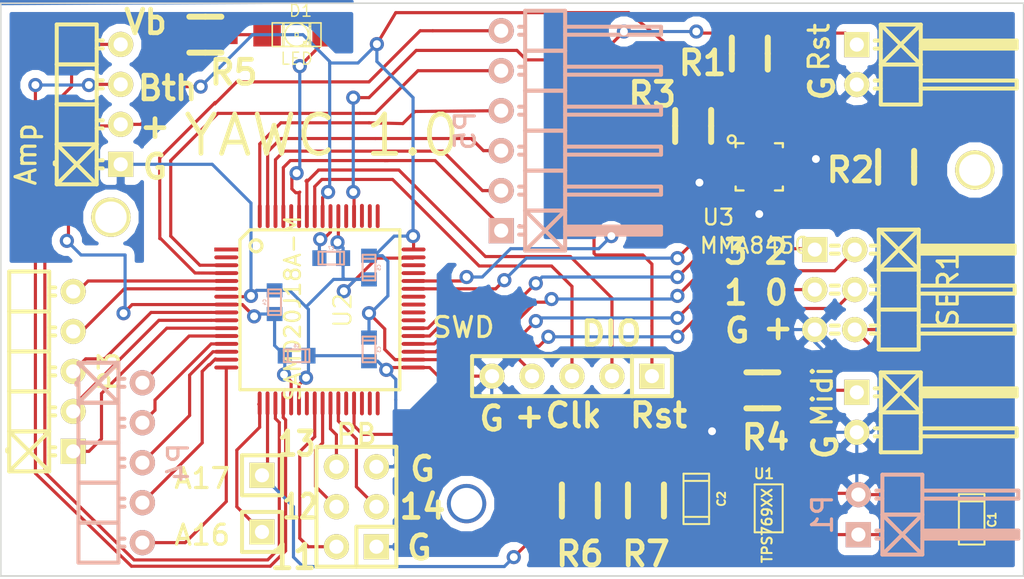
<source format=kicad_pcb>
(kicad_pcb (version 3) (host pcbnew "(2014-05-27 BZR 4893)-product")

  (general
    (links 92)
    (no_connects 0)
    (area 109.479889 79.27504 200.150112 118.5906)
    (thickness 1.6)
    (drawings 26)
    (tracks 516)
    (zones 0)
    (modules 33)
    (nets 42)
  )

  (page A4)
  (layers
    (15 F.Cu signal)
    (0 B.Cu signal)
    (16 B.Adhes user)
    (17 F.Adhes user)
    (18 B.Paste user)
    (19 F.Paste user)
    (20 B.SilkS user)
    (21 F.SilkS user)
    (22 B.Mask user)
    (23 F.Mask user)
    (24 Dwgs.User user)
    (25 Cmts.User user)
    (26 Eco1.User user)
    (27 Eco2.User user)
    (28 Edge.Cuts user)
  )

  (setup
    (last_trace_width 0.2)
    (user_trace_width 0.16)
    (user_trace_width 0.2)
    (user_trace_width 0.25)
    (user_trace_width 0.5)
    (user_trace_width 1)
    (trace_clearance 0.2)
    (zone_clearance 0.508)
    (zone_45_only yes)
    (trace_min 0.16)
    (segment_width 0.2)
    (edge_width 0.1)
    (via_size 0.9)
    (via_drill 0.5)
    (via_min_size 0.7)
    (via_min_drill 0.326)
    (user_via 0.75 0.4)
    (uvia_size 0.75)
    (uvia_drill 0.4)
    (uvias_allowed no)
    (uvia_min_size 0.508)
    (uvia_min_drill 0.127)
    (pcb_text_width 0.3)
    (pcb_text_size 1.5 1.5)
    (mod_edge_width 0.15)
    (mod_text_size 1 1)
    (mod_text_width 0.15)
    (pad_size 2.5 2.5)
    (pad_drill 1.99898)
    (pad_to_mask_clearance 0)
    (aux_axis_origin 121 118)
    (grid_origin 121 118)
    (visible_elements 7FFEFFFF)
    (pcbplotparams
      (layerselection 284196865)
      (usegerberextensions true)
      (excludeedgelayer true)
      (linewidth 0.100000)
      (plotframeref false)
      (viasonmask false)
      (mode 1)
      (useauxorigin false)
      (hpglpennumber 1)
      (hpglpenspeed 20)
      (hpglpendiameter 15)
      (hpglpenoverlay 2)
      (psnegative false)
      (psa4output false)
      (plotreference true)
      (plotvalue false)
      (plotinvisibletext false)
      (padsonsilk false)
      (subtractmaskfromsilk false)
      (outputformat 1)
      (mirror false)
      (drillshape 0)
      (scaleselection 1)
      (outputdirectory Gerb/))
  )

  (net 0 "")
  (net 1 /Vbatt)
  (net 2 GND)
  (net 3 VCC)
  (net 4 "Net-(C7-Pad1)")
  (net 5 /Micro/Y10)
  (net 6 /Micro/Y12)
  (net 7 /Micro/Y14)
  (net 8 /Micro/Y2)
  (net 9 /Micro/Y4)
  (net 10 /Micro/Y11)
  (net 11 /Micro/Y13)
  (net 12 /Micro/Y15)
  (net 13 /Micro/Y3)
  (net 14 /Micro/Y5)
  (net 15 /Micro/Y0)
  (net 16 /Micro/Y1)
  (net 17 /Micro/Y9)
  (net 18 /Micro/Y8)
  (net 19 /Micro/Y7)
  (net 20 /Micro/Y6)
  (net 21 /Micro/Reset)
  (net 22 /Micro/SWDIO)
  (net 23 /Micro/SWCLK)
  (net 24 Bth)
  (net 25 Vib)
  (net 26 "Net-(J_Midi1-Pad1)")
  (net 27 SDA)
  (net 28 SCL)
  (net 29 /Micro/Tx)
  (net 30 /Micro/S1P0)
  (net 31 /Micro/S1P1)
  (net 32 /Micro/S1P2)
  (net 33 /Micro/S1P3)
  (net 34 /Micro/PB12)
  (net 35 /Micro/PB11)
  (net 36 /Micro/PB13)
  (net 37 /Micro/PB14)
  (net 38 "Net-(ATP1-Pad1)")
  (net 39 "Net-(D1-Pad1)")
  (net 40 "Net-(D1-Pad2)")
  (net 41 BatSample)

  (net_class Default "This is the default net class."
    (clearance 0.2)
    (trace_width 0.2)
    (via_dia 0.9)
    (via_drill 0.5)
    (uvia_dia 0.75)
    (uvia_drill 0.4)
    (add_net /Micro/PB11)
    (add_net /Micro/PB12)
    (add_net /Micro/PB13)
    (add_net /Micro/PB14)
    (add_net /Micro/Reset)
    (add_net /Micro/S1P0)
    (add_net /Micro/S1P1)
    (add_net /Micro/S1P2)
    (add_net /Micro/S1P3)
    (add_net /Micro/SWCLK)
    (add_net /Micro/SWDIO)
    (add_net /Micro/Tx)
    (add_net /Micro/Y0)
    (add_net /Micro/Y1)
    (add_net /Micro/Y10)
    (add_net /Micro/Y11)
    (add_net /Micro/Y12)
    (add_net /Micro/Y13)
    (add_net /Micro/Y14)
    (add_net /Micro/Y15)
    (add_net /Micro/Y2)
    (add_net /Micro/Y3)
    (add_net /Micro/Y4)
    (add_net /Micro/Y5)
    (add_net /Micro/Y6)
    (add_net /Micro/Y7)
    (add_net /Micro/Y8)
    (add_net /Micro/Y9)
    (add_net /Vbatt)
    (add_net BatSample)
    (add_net Bth)
    (add_net GND)
    (add_net "Net-(ATP1-Pad1)")
    (add_net "Net-(C7-Pad1)")
    (add_net "Net-(D1-Pad1)")
    (add_net "Net-(D1-Pad2)")
    (add_net "Net-(J_Midi1-Pad1)")
    (add_net SCL)
    (add_net SDA)
    (add_net VCC)
    (add_net Vib)
  )

  (net_class Min ""
    (clearance 0.16)
    (trace_width 0.16)
    (via_dia 0.75)
    (via_drill 0.4)
    (uvia_dia 0.75)
    (uvia_drill 0.4)
  )

  (module PIN_Hrd:Pin_Header_Angled_1x05 (layer B.Cu) (tedit 53A412E6) (tstamp 53A41A36)
    (at 130 110.8 270)
    (descr "1 pin")
    (tags "CONN DEV")
    (path /5394B774/53973B8C)
    (fp_text reference P4 (at 0 -2.286 270) (layer B.SilkS)
      (effects (font (size 1.27 1.27) (thickness 0.2032)) (justify mirror))
    )
    (fp_text value CONN_5 (at 0 0 270) (layer B.SilkS) hide
      (effects (font (size 1.27 1.27) (thickness 0.2032)) (justify mirror))
    )
    (fp_line (start -3.81 4.064) (end -6.35 1.524) (layer B.SilkS) (width 0.254))
    (fp_line (start -6.35 4.064) (end -3.81 1.524) (layer B.SilkS) (width 0.254))
    (fp_line (start -4.953 4.191) (end -5.08 4.191) (layer B.SilkS) (width 0.254))
    (fp_line (start -5.334 1.524) (end -5.334 1.143) (layer B.SilkS) (width 0.254))
    (fp_line (start -4.826 1.524) (end -4.826 1.143) (layer B.SilkS) (width 0.254))
    (fp_line (start -2.794 1.524) (end -2.794 1.143) (layer B.SilkS) (width 0.254))
    (fp_line (start -2.286 1.524) (end -2.286 1.143) (layer B.SilkS) (width 0.254))
    (fp_line (start -0.254 1.524) (end -0.254 1.143) (layer B.SilkS) (width 0.254))
    (fp_line (start 0.254 1.524) (end 0.254 1.143) (layer B.SilkS) (width 0.254))
    (fp_line (start 2.286 1.524) (end 2.286 1.143) (layer B.SilkS) (width 0.254))
    (fp_line (start 2.794 1.524) (end 2.794 1.143) (layer B.SilkS) (width 0.254))
    (fp_line (start 5.334 1.524) (end 5.334 1.143) (layer B.SilkS) (width 0.254))
    (fp_line (start 4.826 1.524) (end 4.826 1.143) (layer B.SilkS) (width 0.254))
    (fp_line (start -3.81 4.064) (end -6.35 4.064) (layer B.SilkS) (width 0.254))
    (fp_line (start -3.81 1.524) (end -3.81 4.064) (layer B.SilkS) (width 0.254))
    (fp_line (start -6.35 1.524) (end -3.81 1.524) (layer B.SilkS) (width 0.254))
    (fp_line (start -6.35 1.524) (end -6.35 4.064) (layer B.SilkS) (width 0.254))
    (fp_line (start -1.27 1.524) (end -1.27 4.064) (layer B.SilkS) (width 0.254))
    (fp_line (start -1.27 1.524) (end 1.27 1.524) (layer B.SilkS) (width 0.254))
    (fp_line (start 1.27 1.524) (end 1.27 4.064) (layer B.SilkS) (width 0.254))
    (fp_line (start 1.27 4.064) (end -1.27 4.064) (layer B.SilkS) (width 0.254))
    (fp_line (start -1.27 4.064) (end -3.81 4.064) (layer B.SilkS) (width 0.254))
    (fp_line (start -1.27 1.524) (end -1.27 4.064) (layer B.SilkS) (width 0.254))
    (fp_line (start -3.81 1.524) (end -1.27 1.524) (layer B.SilkS) (width 0.254))
    (fp_line (start -3.81 1.524) (end -3.81 4.064) (layer B.SilkS) (width 0.254))
    (fp_line (start 3.81 1.524) (end 3.81 4.064) (layer B.SilkS) (width 0.254))
    (fp_line (start 3.81 1.524) (end 6.35 1.524) (layer B.SilkS) (width 0.254))
    (fp_line (start 6.35 1.524) (end 6.35 4.064) (layer B.SilkS) (width 0.254))
    (fp_line (start 6.35 4.064) (end 3.81 4.064) (layer B.SilkS) (width 0.254))
    (fp_line (start 3.81 4.064) (end 1.27 4.064) (layer B.SilkS) (width 0.254))
    (fp_line (start 3.81 1.524) (end 3.81 4.064) (layer B.SilkS) (width 0.254))
    (fp_line (start 1.27 1.524) (end 3.81 1.524) (layer B.SilkS) (width 0.254))
    (fp_line (start 1.27 1.524) (end 1.27 4.064) (layer B.SilkS) (width 0.254))
    (pad 1 thru_hole circle (at -5.08 0 270) (size 1.6 1.6) (drill 0.9) (layers *.Cu *.Mask B.SilkS)
      (net 12 /Micro/Y15))
    (pad 2 thru_hole circle (at -2.54 0 270) (size 1.6 1.6) (drill 0.9) (layers *.Cu *.Mask B.SilkS)
      (net 8 /Micro/Y2))
    (pad 3 thru_hole circle (at 0 0 270) (size 1.6 1.6) (drill 0.9) (layers *.Cu *.Mask B.SilkS)
      (net 13 /Micro/Y3))
    (pad 4 thru_hole circle (at 2.54 0 270) (size 1.6 1.6) (drill 0.9) (layers *.Cu *.Mask B.SilkS)
      (net 9 /Micro/Y4))
    (pad 5 thru_hole circle (at 5.08 0 270) (size 1.6 1.6) (drill 0.9) (layers *.Cu *.Mask B.SilkS)
      (net 14 /Micro/Y5))
    (model Pin_Headers/Pin_Header_Angled_1x05.wrl
      (at (xyz 0 0 0))
      (scale (xyz 1 1 1))
      (rotate (xyz 0 0 0))
    )
  )

  (module PIN_Hrd:Pin_Header_Angled_1x05 (layer F.Cu) (tedit 53A412BD) (tstamp 539EA850)
    (at 125.6 105 90)
    (descr "1 pin")
    (tags "CONN DEV")
    (path /5394B774/53973B2F)
    (fp_text reference P3 (at 0 2.286 90) (layer F.SilkS)
      (effects (font (size 1.27 1.27) (thickness 0.2032)))
    )
    (fp_text value CONN_5 (at 0 0 90) (layer F.SilkS) hide
      (effects (font (size 1.27 1.27) (thickness 0.2032)))
    )
    (fp_line (start -3.81 -4.064) (end -6.35 -1.524) (layer F.SilkS) (width 0.254))
    (fp_line (start -6.35 -4.064) (end -3.81 -1.524) (layer F.SilkS) (width 0.254))
    (fp_line (start -4.953 -4.191) (end -5.08 -4.191) (layer F.SilkS) (width 0.254))
    (fp_line (start -5.334 -1.524) (end -5.334 -1.143) (layer F.SilkS) (width 0.254))
    (fp_line (start -4.826 -1.524) (end -4.826 -1.143) (layer F.SilkS) (width 0.254))
    (fp_line (start -2.794 -1.524) (end -2.794 -1.143) (layer F.SilkS) (width 0.254))
    (fp_line (start -2.286 -1.524) (end -2.286 -1.143) (layer F.SilkS) (width 0.254))
    (fp_line (start -0.254 -1.524) (end -0.254 -1.143) (layer F.SilkS) (width 0.254))
    (fp_line (start 0.254 -1.524) (end 0.254 -1.143) (layer F.SilkS) (width 0.254))
    (fp_line (start 2.286 -1.524) (end 2.286 -1.143) (layer F.SilkS) (width 0.254))
    (fp_line (start 2.794 -1.524) (end 2.794 -1.143) (layer F.SilkS) (width 0.254))
    (fp_line (start 5.334 -1.524) (end 5.334 -1.143) (layer F.SilkS) (width 0.254))
    (fp_line (start 4.826 -1.524) (end 4.826 -1.143) (layer F.SilkS) (width 0.254))
    (fp_line (start -3.81 -4.064) (end -6.35 -4.064) (layer F.SilkS) (width 0.254))
    (fp_line (start -3.81 -1.524) (end -3.81 -4.064) (layer F.SilkS) (width 0.254))
    (fp_line (start -6.35 -1.524) (end -3.81 -1.524) (layer F.SilkS) (width 0.254))
    (fp_line (start -6.35 -1.524) (end -6.35 -4.064) (layer F.SilkS) (width 0.254))
    (fp_line (start -1.27 -1.524) (end -1.27 -4.064) (layer F.SilkS) (width 0.254))
    (fp_line (start -1.27 -1.524) (end 1.27 -1.524) (layer F.SilkS) (width 0.254))
    (fp_line (start 1.27 -1.524) (end 1.27 -4.064) (layer F.SilkS) (width 0.254))
    (fp_line (start 1.27 -4.064) (end -1.27 -4.064) (layer F.SilkS) (width 0.254))
    (fp_line (start -1.27 -4.064) (end -3.81 -4.064) (layer F.SilkS) (width 0.254))
    (fp_line (start -1.27 -1.524) (end -1.27 -4.064) (layer F.SilkS) (width 0.254))
    (fp_line (start -3.81 -1.524) (end -1.27 -1.524) (layer F.SilkS) (width 0.254))
    (fp_line (start -3.81 -1.524) (end -3.81 -4.064) (layer F.SilkS) (width 0.254))
    (fp_line (start 3.81 -1.524) (end 3.81 -4.064) (layer F.SilkS) (width 0.254))
    (fp_line (start 3.81 -1.524) (end 6.35 -1.524) (layer F.SilkS) (width 0.254))
    (fp_line (start 6.35 -1.524) (end 6.35 -4.064) (layer F.SilkS) (width 0.254))
    (fp_line (start 6.35 -4.064) (end 3.81 -4.064) (layer F.SilkS) (width 0.254))
    (fp_line (start 3.81 -4.064) (end 1.27 -4.064) (layer F.SilkS) (width 0.254))
    (fp_line (start 3.81 -1.524) (end 3.81 -4.064) (layer F.SilkS) (width 0.254))
    (fp_line (start 1.27 -1.524) (end 3.81 -1.524) (layer F.SilkS) (width 0.254))
    (fp_line (start 1.27 -1.524) (end 1.27 -4.064) (layer F.SilkS) (width 0.254))
    (pad 1 thru_hole rect (at -5.08 0 90) (size 1.6 1.6) (drill 0.9) (layers *.Cu *.Mask F.SilkS)
      (net 7 /Micro/Y14))
    (pad 2 thru_hole circle (at -2.54 0 90) (size 1.6 1.6) (drill 0.9) (layers *.Cu *.Mask F.SilkS)
      (net 11 /Micro/Y13))
    (pad 3 thru_hole circle (at 0 0 90) (size 1.6 1.6) (drill 0.9) (layers *.Cu *.Mask F.SilkS)
      (net 6 /Micro/Y12))
    (pad 4 thru_hole circle (at 2.54 0 90) (size 1.6 1.6) (drill 0.9) (layers *.Cu *.Mask F.SilkS)
      (net 10 /Micro/Y11))
    (pad 5 thru_hole circle (at 5.08 0 90) (size 1.6 1.6) (drill 0.9) (layers *.Cu *.Mask F.SilkS)
      (net 5 /Micro/Y10))
    (model Pin_Headers/Pin_Header_Angled_1x05.wrl
      (at (xyz 0 0 0))
      (scale (xyz 1 1 1))
      (rotate (xyz 0 0 0))
    )
  )

  (module PIN_Hdr:Pin_Header_Angled_1x04 (layer F.Cu) (tedit 53A41294) (tstamp 53A1CA33)
    (at 128.62 88.028 90)
    (descr "1 pin")
    (tags "CONN DEV")
    (path /5394B652)
    (fp_text reference Amp (at -3.172 -6.02 90) (layer F.SilkS)
      (effects (font (size 1.27 1.27) (thickness 0.2032)))
    )
    (fp_text value CONN_4 (at 0 0 90) (layer F.SilkS) hide
      (effects (font (size 1.27 1.27) (thickness 0.2032)))
    )
    (fp_line (start -2.54 -4.064) (end -5.08 -1.524) (layer F.SilkS) (width 0.254))
    (fp_line (start -5.08 -4.064) (end -2.54 -1.524) (layer F.SilkS) (width 0.254))
    (fp_line (start -3.683 -4.191) (end -3.81 -4.191) (layer F.SilkS) (width 0.254))
    (fp_line (start -4.064 -1.524) (end -4.064 -1.143) (layer F.SilkS) (width 0.254))
    (fp_line (start -3.556 -1.524) (end -3.556 -1.143) (layer F.SilkS) (width 0.254))
    (fp_line (start -1.524 -1.524) (end -1.524 -1.143) (layer F.SilkS) (width 0.254))
    (fp_line (start -1.016 -1.524) (end -1.016 -1.143) (layer F.SilkS) (width 0.254))
    (fp_line (start 1.016 -1.524) (end 1.016 -1.143) (layer F.SilkS) (width 0.254))
    (fp_line (start 1.524 -1.524) (end 1.524 -1.143) (layer F.SilkS) (width 0.254))
    (fp_line (start 4.064 -1.524) (end 4.064 -1.143) (layer F.SilkS) (width 0.254))
    (fp_line (start 3.556 -1.524) (end 3.556 -1.143) (layer F.SilkS) (width 0.254))
    (fp_line (start -5.08 -1.524) (end -5.08 -4.064) (layer F.SilkS) (width 0.254))
    (fp_line (start -2.54 -1.524) (end -2.54 -4.064) (layer F.SilkS) (width 0.254))
    (fp_line (start -2.54 -1.524) (end 0 -1.524) (layer F.SilkS) (width 0.254))
    (fp_line (start 0 -1.524) (end 0 -4.064) (layer F.SilkS) (width 0.254))
    (fp_line (start 0 -4.064) (end -2.54 -4.064) (layer F.SilkS) (width 0.254))
    (fp_line (start -2.54 -4.064) (end -5.08 -4.064) (layer F.SilkS) (width 0.254))
    (fp_line (start -2.54 -1.524) (end -2.54 -4.064) (layer F.SilkS) (width 0.254))
    (fp_line (start -5.08 -1.524) (end -2.54 -1.524) (layer F.SilkS) (width 0.254))
    (fp_line (start 2.54 -1.524) (end 2.54 -4.064) (layer F.SilkS) (width 0.254))
    (fp_line (start 2.54 -1.524) (end 5.08 -1.524) (layer F.SilkS) (width 0.254))
    (fp_line (start 5.08 -1.524) (end 5.08 -4.064) (layer F.SilkS) (width 0.254))
    (fp_line (start 5.08 -4.064) (end 2.54 -4.064) (layer F.SilkS) (width 0.254))
    (fp_line (start 2.54 -4.064) (end 0 -4.064) (layer F.SilkS) (width 0.254))
    (fp_line (start 2.54 -1.524) (end 2.54 -4.064) (layer F.SilkS) (width 0.254))
    (fp_line (start 0 -1.524) (end 2.54 -1.524) (layer F.SilkS) (width 0.254))
    (fp_line (start 0 -1.524) (end 0 -4.064) (layer F.SilkS) (width 0.254))
    (pad 1 thru_hole rect (at -3.81 0 90) (size 1.6 1.6) (drill 0.9) (layers *.Cu *.Mask F.SilkS)
      (net 2 GND))
    (pad 2 thru_hole circle (at -1.27 0 90) (size 1.6 1.6) (drill 0.9) (layers *.Cu *.Mask F.SilkS)
      (net 3 VCC))
    (pad 3 thru_hole circle (at 1.27 0 90) (size 1.6 1.6) (drill 0.9) (layers *.Cu *.Mask F.SilkS)
      (net 24 Bth))
    (pad 4 thru_hole circle (at 3.81 0 90) (size 1.6 1.6) (drill 0.9) (layers *.Cu *.Mask F.SilkS)
      (net 25 Vib))
    (model Pin_Headers/Pin_Header_Angled_1x04.wrl
      (at (xyz 0 0 0))
      (scale (xyz 1 1 1))
      (rotate (xyz 0 0 0))
    )
  )

  (module Wire_Pads:SolderWirePad_single_2mmDrill (layer F.Cu) (tedit 53A403CC) (tstamp 53A329A7)
    (at 128 95.2)
    (fp_text reference "" (at 0 -3.81) (layer F.SilkS)
      (effects (font (thickness 0.3048)))
    )
    (fp_text value SolderWirePad_single_2mmDrill (at -0.635 3.81) (layer F.SilkS) hide
      (effects (font (size 1.50114 1.50114) (thickness 0.20066)))
    )
    (pad 1 thru_hole circle (at 0 0) (size 2.5 2.5) (drill 1.99898) (layers *.Cu F.SilkS))
  )

  (module Wire_Pads:SolderWirePad_single_2mmDrill (layer F.Cu) (tedit 53A403BE) (tstamp 53A3297E)
    (at 150.6 113.4)
    (fp_text reference "" (at 0 -3.81) (layer F.SilkS)
      (effects (font (thickness 0.3048)))
    )
    (fp_text value SolderWirePad_single_2mmDrill (at -0.635 3.81) (layer F.SilkS) hide
      (effects (font (size 1.50114 1.50114) (thickness 0.20066)))
    )
    (pad 1 thru_hole circle (at 0 0) (size 2.5 2.5) (drill 1.99898) (layers *.Cu))
  )

  (module Wire_Pads:SolderWirePad_single_2mmDrill (layer F.Cu) (tedit 53A403D5) (tstamp 53A32925)
    (at 182.9 92.2)
    (fp_text reference " " (at 0 -3.81) (layer F.SilkS)
      (effects (font (thickness 0.3048)))
    )
    (fp_text value SolderWirePad_single_2mmDrill (at -0.635 3.81) (layer F.SilkS) hide
      (effects (font (size 1.50114 1.50114) (thickness 0.20066)))
    )
    (pad "" thru_hole circle (at 0 0) (size 2.5 2.5) (drill 1.99898) (layers *.Cu F.SilkS))
  )

  (module PIN_Hrd:Pin_Header_Straight_1x01 (layer F.Cu) (tedit 53A40FF4) (tstamp 539EC827)
    (at 137.6 111.6)
    (descr "1 pin")
    (tags "CONN DEV")
    (path /5394B774/539ECD77)
    (fp_text reference A17 (at -3.8 0.2) (layer F.SilkS)
      (effects (font (size 1.27 1.27) (thickness 0.2032)))
    )
    (fp_text value CONN_1 (at 0 0) (layer F.SilkS) hide
      (effects (font (size 1.27 1.27) (thickness 0.2032)))
    )
    (fp_line (start -1.27 -1.27) (end -1.27 1.27) (layer F.SilkS) (width 0.254))
    (fp_line (start -1.27 1.27) (end 1.27 1.27) (layer F.SilkS) (width 0.254))
    (fp_line (start 1.27 1.27) (end 1.27 -1.27) (layer F.SilkS) (width 0.254))
    (fp_line (start 1.27 -1.27) (end -1.27 -1.27) (layer F.SilkS) (width 0.254))
    (pad 1 thru_hole rect (at 0 0) (size 1.6 1.6) (drill 0.9) (layers *.Cu *.Mask F.SilkS)
      (net 41 BatSample))
    (model Pin_Headers/Pin_Header_Straight_1x01.wrl
      (at (xyz 0 0 0))
      (scale (xyz 1 1 1))
      (rotate (xyz 0 0 0))
    )
  )

  (module PIN_Hrd:Pin_Header_Straight_1x01 (layer F.Cu) (tedit 53A40BA3) (tstamp 539EC822)
    (at 137.6 115.2)
    (descr "1 pin")
    (tags "CONN DEV")
    (path /5394B774/539ECD18)
    (fp_text reference A16 (at -3.8 0.2) (layer F.SilkS)
      (effects (font (size 1.27 1.27) (thickness 0.2032)))
    )
    (fp_text value CONN_1 (at 0.2 2.2) (layer F.SilkS) hide
      (effects (font (size 1.27 1.27) (thickness 0.2032)))
    )
    (fp_line (start -1.27 -1.27) (end -1.27 1.27) (layer F.SilkS) (width 0.254))
    (fp_line (start -1.27 1.27) (end 1.27 1.27) (layer F.SilkS) (width 0.254))
    (fp_line (start 1.27 1.27) (end 1.27 -1.27) (layer F.SilkS) (width 0.254))
    (fp_line (start 1.27 -1.27) (end -1.27 -1.27) (layer F.SilkS) (width 0.254))
    (pad 1 thru_hole rect (at 0 0) (size 1.6 1.6) (drill 0.9) (layers *.Cu *.Mask F.SilkS)
      (net 38 "Net-(ATP1-Pad1)"))
    (model Pin_Headers/Pin_Header_Straight_1x01.wrl
      (at (xyz 0 0 0))
      (scale (xyz 1 1 1))
      (rotate (xyz 0 0 0))
    )
  )

  (module Capacitors_SMD:c_1206 (layer F.Cu) (tedit 5390A99D) (tstamp 5390A9B3)
    (at 182.7 114.4 270)
    (descr "SMT capacitor, 1206")
    (path /538F685C)
    (fp_text reference C1 (at 0.0254 -1.2954 270) (layer F.SilkS)
      (effects (font (size 0.50038 0.50038) (thickness 0.11938)))
    )
    (fp_text value 1u (at 0 1.27 270) (layer F.SilkS) hide
      (effects (font (size 0.50038 0.50038) (thickness 0.11938)))
    )
    (fp_line (start 1.143 0.8128) (end 1.143 -0.8128) (layer F.SilkS) (width 0.127))
    (fp_line (start -1.143 -0.8128) (end -1.143 0.8128) (layer F.SilkS) (width 0.127))
    (fp_line (start -1.6002 -0.8128) (end -1.6002 0.8128) (layer F.SilkS) (width 0.127))
    (fp_line (start -1.6002 0.8128) (end 1.6002 0.8128) (layer F.SilkS) (width 0.127))
    (fp_line (start 1.6002 0.8128) (end 1.6002 -0.8128) (layer F.SilkS) (width 0.127))
    (fp_line (start 1.6002 -0.8128) (end -1.6002 -0.8128) (layer F.SilkS) (width 0.127))
    (pad 1 smd rect (at 1.397 0 270) (size 1.6002 1.8034) (layers F.Cu F.Paste F.Mask)
      (net 1 /Vbatt))
    (pad 2 smd rect (at -1.397 0 270) (size 1.6002 1.8034) (layers F.Cu F.Paste F.Mask)
      (net 2 GND))
    (model smd/capacitors/c_1206.wrl
      (at (xyz 0 0 0))
      (scale (xyz 1 1 1))
      (rotate (xyz 0 0 0))
    )
  )

  (module Capacitors_SMD:c_1206 (layer F.Cu) (tedit 53A1D413) (tstamp 5390A9BF)
    (at 165.2 113.1 270)
    (descr "SMT capacitor, 1206")
    (path /538F6921)
    (fp_text reference C2 (at 0 -1.6 270) (layer F.SilkS)
      (effects (font (size 0.50038 0.50038) (thickness 0.11938)))
    )
    (fp_text value 4u7 (at 0.1 2 270) (layer F.SilkS) hide
      (effects (font (size 0.50038 0.50038) (thickness 0.11938)))
    )
    (fp_line (start 1.143 0.8128) (end 1.143 -0.8128) (layer F.SilkS) (width 0.127))
    (fp_line (start -1.143 -0.8128) (end -1.143 0.8128) (layer F.SilkS) (width 0.127))
    (fp_line (start -1.6002 -0.8128) (end -1.6002 0.8128) (layer F.SilkS) (width 0.127))
    (fp_line (start -1.6002 0.8128) (end 1.6002 0.8128) (layer F.SilkS) (width 0.127))
    (fp_line (start 1.6002 0.8128) (end 1.6002 -0.8128) (layer F.SilkS) (width 0.127))
    (fp_line (start 1.6002 -0.8128) (end -1.6002 -0.8128) (layer F.SilkS) (width 0.127))
    (pad 1 smd rect (at 1.397 0 270) (size 1.6002 1.8034) (layers F.Cu F.Paste F.Mask)
      (net 3 VCC))
    (pad 2 smd rect (at -1.397 0 270) (size 1.6002 1.8034) (layers F.Cu F.Paste F.Mask)
      (net 2 GND))
    (model smd/capacitors/c_1206.wrl
      (at (xyz 0 0 0))
      (scale (xyz 1 1 1))
      (rotate (xyz 0 0 0))
    )
  )

  (module SMD_Packages:SOT23-5 (layer F.Cu) (tedit 53A1D418) (tstamp 5390A9EB)
    (at 169.8 113.7 90)
    (path /538F6803)
    (attr smd)
    (fp_text reference U1 (at 2.19964 -0.29972 180) (layer F.SilkS)
      (effects (font (size 0.635 0.635) (thickness 0.127)))
    )
    (fp_text value TPS769XX (at -1.1 -0.1 90) (layer F.SilkS)
      (effects (font (size 0.635 0.635) (thickness 0.127)))
    )
    (fp_line (start 1.524 -0.889) (end 1.524 0.889) (layer F.SilkS) (width 0.127))
    (fp_line (start 1.524 0.889) (end -1.524 0.889) (layer F.SilkS) (width 0.127))
    (fp_line (start -1.524 0.889) (end -1.524 -0.889) (layer F.SilkS) (width 0.127))
    (fp_line (start -1.524 -0.889) (end 1.524 -0.889) (layer F.SilkS) (width 0.127))
    (pad 1 smd rect (at -0.9525 1.27 90) (size 0.508 0.762) (layers F.Cu F.Paste F.Mask)
      (net 1 /Vbatt))
    (pad 3 smd rect (at 0.9525 1.27 90) (size 0.508 0.762) (layers F.Cu F.Paste F.Mask)
      (net 2 GND))
    (pad 5 smd rect (at -0.9525 -1.27 90) (size 0.508 0.762) (layers F.Cu F.Paste F.Mask)
      (net 3 VCC))
    (pad 2 smd rect (at 0 1.27 90) (size 0.508 0.762) (layers F.Cu F.Paste F.Mask)
      (net 2 GND))
    (pad 4 smd rect (at 0.9525 -1.27 90) (size 0.508 0.762) (layers F.Cu F.Paste F.Mask))
    (model smd/SOT23_5.wrl
      (at (xyz 0 0 0))
      (scale (xyz 0.1 0.1 0.1))
      (rotate (xyz 0 0 0))
    )
  )

  (module SMD_Packages:TQFP_64 locked (layer F.Cu) (tedit 5394B9C9) (tstamp 53974F5D)
    (at 141.2 101 270)
    (tags "TQFP64 TQFP SMD IC")
    (path /5394B774/5394B7AD)
    (fp_text reference U2 (at 0.127 -1.524 270) (layer F.SilkS)
      (effects (font (size 1.09982 1.09982) (thickness 0.127)))
    )
    (fp_text value SAMD20J18A-M (at 0 1.651 270) (layer F.SilkS)
      (effects (font (size 1.00076 1.00076) (thickness 0.1524)))
    )
    (fp_circle (center -3.98272 3.98272) (end -3.98272 3.60172) (layer F.SilkS) (width 0.2032))
    (fp_line (start 5.16128 -5.16128) (end -4.99872 -5.16128) (layer F.SilkS) (width 0.2032))
    (fp_line (start -4.99872 -5.16128) (end -4.99872 4.36372) (layer F.SilkS) (width 0.2032))
    (fp_line (start -4.99872 4.36372) (end -4.36372 4.99872) (layer F.SilkS) (width 0.2032))
    (fp_line (start -4.36372 4.99872) (end 5.16128 4.99872) (layer F.SilkS) (width 0.2032))
    (fp_line (start 5.16128 4.99872) (end 5.16128 -5.16128) (layer F.SilkS) (width 0.2032))
    (pad 1 smd rect (at -3.74904 5.86994 270) (size 0.24892 1.524) (layers F.Cu F.Paste F.Mask))
    (pad 2 smd oval (at -3.24866 5.86994 270) (size 0.24892 1.524) (layers F.Cu F.Paste F.Mask))
    (pad 3 smd oval (at -2.74828 5.86994 270) (size 0.24892 1.524) (layers F.Cu F.Paste F.Mask)
      (net 15 /Micro/Y0))
    (pad 4 smd oval (at -2.2479 5.86994 270) (size 0.24892 1.524) (layers F.Cu F.Paste F.Mask)
      (net 16 /Micro/Y1))
    (pad 5 smd oval (at -1.74752 5.86994 270) (size 0.24892 1.524) (layers F.Cu F.Paste F.Mask)
      (net 5 /Micro/Y10))
    (pad 6 smd oval (at -1.24968 5.86994 270) (size 0.24892 1.524) (layers F.Cu F.Paste F.Mask)
      (net 10 /Micro/Y11))
    (pad 7 smd oval (at -0.7493 5.86994 270) (size 0.24892 1.524) (layers F.Cu F.Paste F.Mask)
      (net 2 GND))
    (pad 8 smd oval (at -0.24892 5.86994 270) (size 0.24892 1.524) (layers F.Cu F.Paste F.Mask)
      (net 3 VCC))
    (pad 9 smd oval (at 0.25146 5.86994 270) (size 0.24892 1.524) (layers F.Cu F.Paste F.Mask)
      (net 6 /Micro/Y12))
    (pad 10 smd oval (at 0.75184 5.86994 270) (size 0.24892 1.524) (layers F.Cu F.Paste F.Mask)
      (net 11 /Micro/Y13))
    (pad 11 smd oval (at 1.25222 5.86994 270) (size 0.24892 1.524) (layers F.Cu F.Paste F.Mask)
      (net 7 /Micro/Y14))
    (pad 12 smd oval (at 1.75006 5.86994 270) (size 0.24892 1.524) (layers F.Cu F.Paste F.Mask)
      (net 12 /Micro/Y15))
    (pad 13 smd oval (at 2.25044 5.86994 270) (size 0.24892 1.524) (layers F.Cu F.Paste F.Mask)
      (net 8 /Micro/Y2))
    (pad 14 smd oval (at 2.75082 5.86994 270) (size 0.24892 1.524) (layers F.Cu F.Paste F.Mask)
      (net 13 /Micro/Y3))
    (pad 15 smd oval (at 3.2512 5.86994 270) (size 0.24892 1.524) (layers F.Cu F.Paste F.Mask)
      (net 9 /Micro/Y4))
    (pad 16 smd oval (at 3.75158 5.86994 270) (size 0.24892 1.524) (layers F.Cu F.Paste F.Mask)
      (net 14 /Micro/Y5))
    (pad 17 smd oval (at 6.0325 3.74904 270) (size 1.524 0.24892) (layers F.Cu F.Paste F.Mask)
      (net 38 "Net-(ATP1-Pad1)"))
    (pad 18 smd oval (at 6.0325 3.24866 270) (size 1.524 0.24892) (layers F.Cu F.Paste F.Mask)
      (net 41 BatSample))
    (pad 19 smd oval (at 6.0325 2.74828 270) (size 1.524 0.24892) (layers F.Cu F.Paste F.Mask)
      (net 25 Vib))
    (pad 20 smd oval (at 6.0325 2.2479 270) (size 1.524 0.24892) (layers F.Cu F.Paste F.Mask)
      (net 24 Bth))
    (pad 21 smd oval (at 6.0325 1.74752 270) (size 1.524 0.24892) (layers F.Cu F.Paste F.Mask)
      (net 3 VCC))
    (pad 22 smd oval (at 6.0325 1.24968 270) (size 1.524 0.24892) (layers F.Cu F.Paste F.Mask)
      (net 2 GND))
    (pad 23 smd oval (at 6.0325 0.7493 270) (size 1.524 0.24892) (layers F.Cu F.Paste F.Mask))
    (pad 24 smd oval (at 6.0325 0.24892 270) (size 1.524 0.24892) (layers F.Cu F.Paste F.Mask)
      (net 35 /Micro/PB11))
    (pad 25 smd oval (at 6.0325 -0.25146 270) (size 1.524 0.24892) (layers F.Cu F.Paste F.Mask)
      (net 34 /Micro/PB12))
    (pad 26 smd oval (at 6.0325 -0.75184 270) (size 1.524 0.24892) (layers F.Cu F.Paste F.Mask)
      (net 36 /Micro/PB13))
    (pad 27 smd oval (at 6.0325 -1.25222 270) (size 1.524 0.24892) (layers F.Cu F.Paste F.Mask)
      (net 37 /Micro/PB14))
    (pad 28 smd oval (at 6.0325 -1.75006 270) (size 1.524 0.24892) (layers F.Cu F.Paste F.Mask))
    (pad 29 smd oval (at 6.0325 -2.25044 270) (size 1.524 0.24892) (layers F.Cu F.Paste F.Mask)
      (net 29 /Micro/Tx))
    (pad 30 smd oval (at 6.0325 -2.75082 270) (size 1.524 0.24892) (layers F.Cu F.Paste F.Mask))
    (pad 31 smd oval (at 6.0325 -3.2512 270) (size 1.524 0.24892) (layers F.Cu F.Paste F.Mask))
    (pad 32 smd oval (at 6.0325 -3.75158 270) (size 1.524 0.24892) (layers F.Cu F.Paste F.Mask))
    (pad 33 smd oval (at 3.75158 -6.0325 270) (size 0.24892 1.524) (layers F.Cu F.Paste F.Mask)
      (net 2 GND))
    (pad 34 smd oval (at 3.2512 -6.0325 270) (size 0.24892 1.524) (layers F.Cu F.Paste F.Mask)
      (net 3 VCC))
    (pad 35 smd oval (at 2.75082 -6.0325 270) (size 0.24892 1.524) (layers F.Cu F.Paste F.Mask)
      (net 30 /Micro/S1P0))
    (pad 36 smd oval (at 2.25044 -6.0325 270) (size 0.24892 1.524) (layers F.Cu F.Paste F.Mask)
      (net 31 /Micro/S1P1))
    (pad 37 smd oval (at 1.75006 -6.0325 270) (size 0.24892 1.524) (layers F.Cu F.Paste F.Mask)
      (net 32 /Micro/S1P2))
    (pad 38 smd oval (at 1.25222 -6.0325 270) (size 0.24892 1.524) (layers F.Cu F.Paste F.Mask)
      (net 33 /Micro/S1P3))
    (pad 39 smd oval (at 0.75184 -6.0325 270) (size 0.24892 1.524) (layers F.Cu F.Paste F.Mask))
    (pad 40 smd oval (at 0.25146 -6.0325 270) (size 0.24892 1.524) (layers F.Cu F.Paste F.Mask))
    (pad 41 smd oval (at -0.24892 -6.0325 270) (size 0.24892 1.524) (layers F.Cu F.Paste F.Mask))
    (pad 42 smd oval (at -0.7493 -6.0325 270) (size 0.24892 1.524) (layers F.Cu F.Paste F.Mask))
    (pad 43 smd oval (at -1.24968 -6.0325 270) (size 0.24892 1.524) (layers F.Cu F.Paste F.Mask)
      (net 27 SDA))
    (pad 44 smd oval (at -1.74752 -6.0325 270) (size 0.24892 1.524) (layers F.Cu F.Paste F.Mask)
      (net 28 SCL))
    (pad 45 smd oval (at -2.2479 -6.0325 270) (size 0.24892 1.524) (layers F.Cu F.Paste F.Mask))
    (pad 46 smd oval (at -2.74828 -6.0325 270) (size 0.24892 1.524) (layers F.Cu F.Paste F.Mask))
    (pad 47 smd oval (at -3.24866 -6.0325 270) (size 0.24892 1.524) (layers F.Cu F.Paste F.Mask)
      (net 2 GND))
    (pad 48 smd oval (at -3.74904 -6.0325 270) (size 0.24892 1.524) (layers F.Cu F.Paste F.Mask)
      (net 3 VCC))
    (pad 49 smd oval (at -5.86994 -3.75158 270) (size 1.524 0.24892) (layers F.Cu F.Paste F.Mask))
    (pad 50 smd oval (at -5.86994 -3.2512 270) (size 1.524 0.24892) (layers F.Cu F.Paste F.Mask))
    (pad 52 smd oval (at -5.86994 -2.25044 270) (size 1.524 0.24892) (layers F.Cu F.Paste F.Mask)
      (net 21 /Micro/Reset))
    (pad 51 smd oval (at -5.88772 -2.75082 270) (size 1.524 0.24892) (layers F.Cu F.Paste F.Mask))
    (pad 53 smd oval (at -5.86994 -1.75006 270) (size 1.524 0.24892) (layers F.Cu F.Paste F.Mask))
    (pad 54 smd oval (at -5.86994 -1.25222 270) (size 1.524 0.24892) (layers F.Cu F.Paste F.Mask)
      (net 2 GND))
    (pad 55 smd oval (at -5.86994 -0.75184 270) (size 1.524 0.24892) (layers F.Cu F.Paste F.Mask)
      (net 4 "Net-(C7-Pad1)"))
    (pad 56 smd oval (at -5.86994 -0.25146 270) (size 1.524 0.24892) (layers F.Cu F.Paste F.Mask)
      (net 3 VCC))
    (pad 57 smd oval (at -5.86994 0.24892 270) (size 1.524 0.24892) (layers F.Cu F.Paste F.Mask)
      (net 23 /Micro/SWCLK))
    (pad 58 smd oval (at -5.86994 0.7493 270) (size 1.524 0.24892) (layers F.Cu F.Paste F.Mask)
      (net 22 /Micro/SWDIO))
    (pad 59 smd oval (at -5.86994 1.24206 270) (size 1.524 0.24892) (layers F.Cu F.Paste F.Mask)
      (net 40 "Net-(D1-Pad2)"))
    (pad 60 smd oval (at -5.86994 1.74244 270) (size 1.524 0.24892) (layers F.Cu F.Paste F.Mask))
    (pad 61 smd oval (at -5.86994 2.24282 270) (size 1.524 0.24892) (layers F.Cu F.Paste F.Mask)
      (net 20 /Micro/Y6))
    (pad 62 smd oval (at -5.86994 2.7432 270) (size 1.524 0.24892) (layers F.Cu F.Paste F.Mask)
      (net 19 /Micro/Y7))
    (pad 63 smd oval (at -5.86994 3.24104 270) (size 1.524 0.24892) (layers F.Cu F.Paste F.Mask)
      (net 18 /Micro/Y8))
    (pad 64 smd oval (at -5.86994 3.74142 270) (size 1.524 0.24892) (layers F.Cu F.Paste F.Mask)
      (net 17 /Micro/Y9))
    (model smd/TQFP_64.wrl
      (at (xyz 0 0 0.001))
      (scale (xyz 0.3937 0.3937 0.3937))
      (rotate (xyz 0 0 0))
    )
  )

  (module Capacitors_SMD:c_0603 (layer B.Cu) (tedit 53974590) (tstamp 53974E7C)
    (at 144.4 103.6 90)
    (descr "SMT capacitor, 0603")
    (path /5394B774/53973676)
    (fp_text reference C3 (at 0 0.635 90) (layer B.SilkS)
      (effects (font (size 0.20066 0.20066) (thickness 0.04064)) (justify mirror))
    )
    (fp_text value 100n (at 0 -0.635 90) (layer B.SilkS) hide
      (effects (font (size 0.20066 0.20066) (thickness 0.04064)) (justify mirror))
    )
    (fp_line (start 0.5588 -0.4064) (end 0.5588 0.4064) (layer B.SilkS) (width 0.127))
    (fp_line (start -0.5588 0.381) (end -0.5588 -0.4064) (layer B.SilkS) (width 0.127))
    (fp_line (start -0.8128 0.4064) (end 0.8128 0.4064) (layer B.SilkS) (width 0.127))
    (fp_line (start 0.8128 0.4064) (end 0.8128 -0.4064) (layer B.SilkS) (width 0.127))
    (fp_line (start 0.8128 -0.4064) (end -0.8128 -0.4064) (layer B.SilkS) (width 0.127))
    (fp_line (start -0.8128 -0.4064) (end -0.8128 0.4064) (layer B.SilkS) (width 0.127))
    (pad 1 smd rect (at 0.75184 0 90) (size 0.89916 1.00076) (layers B.Cu B.Paste B.Mask)
      (net 3 VCC))
    (pad 2 smd rect (at -0.75184 0 90) (size 0.89916 1.00076) (layers B.Cu B.Paste B.Mask)
      (net 2 GND))
    (model smd/capacitors/c_0603.wrl
      (at (xyz 0 0 0))
      (scale (xyz 1 1 1))
      (rotate (xyz 0 0 0))
    )
  )

  (module Capacitors_SMD:c_0603 (layer B.Cu) (tedit 53974590) (tstamp 539746FE)
    (at 138.4 100.6 270)
    (descr "SMT capacitor, 0603")
    (path /5394B774/539736A9)
    (fp_text reference C4 (at 0 0.635 270) (layer B.SilkS)
      (effects (font (size 0.20066 0.20066) (thickness 0.04064)) (justify mirror))
    )
    (fp_text value 100n (at 0 -0.635 270) (layer B.SilkS) hide
      (effects (font (size 0.20066 0.20066) (thickness 0.04064)) (justify mirror))
    )
    (fp_line (start 0.5588 -0.4064) (end 0.5588 0.4064) (layer B.SilkS) (width 0.127))
    (fp_line (start -0.5588 0.381) (end -0.5588 -0.4064) (layer B.SilkS) (width 0.127))
    (fp_line (start -0.8128 0.4064) (end 0.8128 0.4064) (layer B.SilkS) (width 0.127))
    (fp_line (start 0.8128 0.4064) (end 0.8128 -0.4064) (layer B.SilkS) (width 0.127))
    (fp_line (start 0.8128 -0.4064) (end -0.8128 -0.4064) (layer B.SilkS) (width 0.127))
    (fp_line (start -0.8128 -0.4064) (end -0.8128 0.4064) (layer B.SilkS) (width 0.127))
    (pad 1 smd rect (at 0.75184 0 270) (size 0.89916 1.00076) (layers B.Cu B.Paste B.Mask)
      (net 3 VCC))
    (pad 2 smd rect (at -0.75184 0 270) (size 0.89916 1.00076) (layers B.Cu B.Paste B.Mask)
      (net 2 GND))
    (model smd/capacitors/c_0603.wrl
      (at (xyz 0 0 0))
      (scale (xyz 1 1 1))
      (rotate (xyz 0 0 0))
    )
  )

  (module Capacitors_SMD:c_0603 (layer B.Cu) (tedit 53974590) (tstamp 5397470A)
    (at 144.4 98.4 90)
    (descr "SMT capacitor, 0603")
    (path /5394B774/539736C2)
    (fp_text reference C5 (at 0 0.635 90) (layer B.SilkS)
      (effects (font (size 0.20066 0.20066) (thickness 0.04064)) (justify mirror))
    )
    (fp_text value 100n (at 0 -0.635 90) (layer B.SilkS) hide
      (effects (font (size 0.20066 0.20066) (thickness 0.04064)) (justify mirror))
    )
    (fp_line (start 0.5588 -0.4064) (end 0.5588 0.4064) (layer B.SilkS) (width 0.127))
    (fp_line (start -0.5588 0.381) (end -0.5588 -0.4064) (layer B.SilkS) (width 0.127))
    (fp_line (start -0.8128 0.4064) (end 0.8128 0.4064) (layer B.SilkS) (width 0.127))
    (fp_line (start 0.8128 0.4064) (end 0.8128 -0.4064) (layer B.SilkS) (width 0.127))
    (fp_line (start 0.8128 -0.4064) (end -0.8128 -0.4064) (layer B.SilkS) (width 0.127))
    (fp_line (start -0.8128 -0.4064) (end -0.8128 0.4064) (layer B.SilkS) (width 0.127))
    (pad 1 smd rect (at 0.75184 0 90) (size 0.89916 1.00076) (layers B.Cu B.Paste B.Mask)
      (net 3 VCC))
    (pad 2 smd rect (at -0.75184 0 90) (size 0.89916 1.00076) (layers B.Cu B.Paste B.Mask)
      (net 2 GND))
    (model smd/capacitors/c_0603.wrl
      (at (xyz 0 0 0))
      (scale (xyz 1 1 1))
      (rotate (xyz 0 0 0))
    )
  )

  (module Capacitors_SMD:c_0603 (layer B.Cu) (tedit 53974590) (tstamp 53974716)
    (at 139.8 104 180)
    (descr "SMT capacitor, 0603")
    (path /5394B774/539736DB)
    (fp_text reference C6 (at 0 0.635 180) (layer B.SilkS)
      (effects (font (size 0.20066 0.20066) (thickness 0.04064)) (justify mirror))
    )
    (fp_text value 100n (at 0 -0.635 180) (layer B.SilkS) hide
      (effects (font (size 0.20066 0.20066) (thickness 0.04064)) (justify mirror))
    )
    (fp_line (start 0.5588 -0.4064) (end 0.5588 0.4064) (layer B.SilkS) (width 0.127))
    (fp_line (start -0.5588 0.381) (end -0.5588 -0.4064) (layer B.SilkS) (width 0.127))
    (fp_line (start -0.8128 0.4064) (end 0.8128 0.4064) (layer B.SilkS) (width 0.127))
    (fp_line (start 0.8128 0.4064) (end 0.8128 -0.4064) (layer B.SilkS) (width 0.127))
    (fp_line (start 0.8128 -0.4064) (end -0.8128 -0.4064) (layer B.SilkS) (width 0.127))
    (fp_line (start -0.8128 -0.4064) (end -0.8128 0.4064) (layer B.SilkS) (width 0.127))
    (pad 1 smd rect (at 0.75184 0 180) (size 0.89916 1.00076) (layers B.Cu B.Paste B.Mask)
      (net 3 VCC))
    (pad 2 smd rect (at -0.75184 0 180) (size 0.89916 1.00076) (layers B.Cu B.Paste B.Mask)
      (net 2 GND))
    (model smd/capacitors/c_0603.wrl
      (at (xyz 0 0 0))
      (scale (xyz 1 1 1))
      (rotate (xyz 0 0 0))
    )
  )

  (module Capacitors_SMD:c_0603 (layer B.Cu) (tedit 53974590) (tstamp 53974722)
    (at 142 97.8 180)
    (descr "SMT capacitor, 0603")
    (path /5394B774/5397386B)
    (fp_text reference C7 (at 0 0.635 180) (layer B.SilkS)
      (effects (font (size 0.20066 0.20066) (thickness 0.04064)) (justify mirror))
    )
    (fp_text value 100n (at 0 -0.635 180) (layer B.SilkS) hide
      (effects (font (size 0.20066 0.20066) (thickness 0.04064)) (justify mirror))
    )
    (fp_line (start 0.5588 -0.4064) (end 0.5588 0.4064) (layer B.SilkS) (width 0.127))
    (fp_line (start -0.5588 0.381) (end -0.5588 -0.4064) (layer B.SilkS) (width 0.127))
    (fp_line (start -0.8128 0.4064) (end 0.8128 0.4064) (layer B.SilkS) (width 0.127))
    (fp_line (start 0.8128 0.4064) (end 0.8128 -0.4064) (layer B.SilkS) (width 0.127))
    (fp_line (start 0.8128 -0.4064) (end -0.8128 -0.4064) (layer B.SilkS) (width 0.127))
    (fp_line (start -0.8128 -0.4064) (end -0.8128 0.4064) (layer B.SilkS) (width 0.127))
    (pad 1 smd rect (at 0.75184 0 180) (size 0.89916 1.00076) (layers B.Cu B.Paste B.Mask)
      (net 4 "Net-(C7-Pad1)"))
    (pad 2 smd rect (at -0.75184 0 180) (size 0.89916 1.00076) (layers B.Cu B.Paste B.Mask)
      (net 2 GND))
    (model smd/capacitors/c_0603.wrl
      (at (xyz 0 0 0))
      (scale (xyz 1 1 1))
      (rotate (xyz 0 0 0))
    )
  )

  (module Resistors_SMD:Resistor_SMD0805_HandSoldering (layer F.Cu) (tedit 53A40A82) (tstamp 539B46E7)
    (at 177.9 92 270)
    (descr "Resistor, SMD, 0805, Hand soldering,")
    (tags "Resistor, SMD, 0805, Hand soldering,")
    (path /539AF849)
    (attr smd)
    (fp_text reference R2 (at 0.2 2.9 360) (layer F.SilkS)
      (effects (font (thickness 0.3048)))
    )
    (fp_text value 4k7 (at 0.20066 2.60096 270) (layer F.SilkS) hide
      (effects (font (thickness 0.3048)))
    )
    (fp_line (start 0 -1.143) (end -1.016 -1.143) (layer F.SilkS) (width 0.381))
    (fp_line (start 0 -1.143) (end 1.016 -1.143) (layer F.SilkS) (width 0.381))
    (fp_line (start 0 1.143) (end -1.016 1.143) (layer F.SilkS) (width 0.381))
    (fp_line (start 0 1.143) (end 1.016 1.143) (layer F.SilkS) (width 0.381))
    (pad 1 smd rect (at -1.30048 0 270) (size 1.50114 1.19888) (layers F.Cu F.Paste F.Mask)
      (net 3 VCC))
    (pad 2 smd rect (at 1.30048 0 270) (size 1.50114 1.19888) (layers F.Cu F.Paste F.Mask)
      (net 27 SDA))
  )

  (module Resistors_SMD:Resistor_SMD0805_HandSoldering (layer F.Cu) (tedit 53A40A8F) (tstamp 539B46ED)
    (at 165 89.4 270)
    (descr "Resistor, SMD, 0805, Hand soldering,")
    (tags "Resistor, SMD, 0805, Hand soldering,")
    (path /539AF7E0)
    (attr smd)
    (fp_text reference R3 (at -2 2.6 360) (layer F.SilkS)
      (effects (font (thickness 0.3048)))
    )
    (fp_text value 4k7 (at 0.20066 2.60096 270) (layer F.SilkS) hide
      (effects (font (thickness 0.3048)))
    )
    (fp_line (start 0 -1.143) (end -1.016 -1.143) (layer F.SilkS) (width 0.381))
    (fp_line (start 0 -1.143) (end 1.016 -1.143) (layer F.SilkS) (width 0.381))
    (fp_line (start 0 1.143) (end -1.016 1.143) (layer F.SilkS) (width 0.381))
    (fp_line (start 0 1.143) (end 1.016 1.143) (layer F.SilkS) (width 0.381))
    (pad 1 smd rect (at -1.30048 0 270) (size 1.50114 1.19888) (layers F.Cu F.Paste F.Mask)
      (net 3 VCC))
    (pad 2 smd rect (at 1.30048 0 270) (size 1.50114 1.19888) (layers F.Cu F.Paste F.Mask)
      (net 28 SCL))
  )

  (module Resistors_SMD:Resistor_SMD0805_HandSoldering (layer F.Cu) (tedit 53A40935) (tstamp 539B46F3)
    (at 169.4 106.2 180)
    (descr "Resistor, SMD, 0805, Hand soldering,")
    (tags "Resistor, SMD, 0805, Hand soldering,")
    (path /5394B774/539ADC21)
    (attr smd)
    (fp_text reference R4 (at -0.2 -3 180) (layer F.SilkS)
      (effects (font (thickness 0.3048)))
    )
    (fp_text value R (at 0.20066 2.60096 180) (layer F.SilkS) hide
      (effects (font (thickness 0.3048)))
    )
    (fp_line (start 0 -1.143) (end -1.016 -1.143) (layer F.SilkS) (width 0.381))
    (fp_line (start 0 -1.143) (end 1.016 -1.143) (layer F.SilkS) (width 0.381))
    (fp_line (start 0 1.143) (end -1.016 1.143) (layer F.SilkS) (width 0.381))
    (fp_line (start 0 1.143) (end 1.016 1.143) (layer F.SilkS) (width 0.381))
    (pad 1 smd rect (at -1.30048 0 180) (size 1.50114 1.19888) (layers F.Cu F.Paste F.Mask)
      (net 26 "Net-(J_Midi1-Pad1)"))
    (pad 2 smd rect (at 1.30048 0 180) (size 1.50114 1.19888) (layers F.Cu F.Paste F.Mask)
      (net 29 /Micro/Tx))
  )

  (module SMD:QFN16 (layer F.Cu) (tedit 53A4040E) (tstamp 539B4711)
    (at 169.2 92)
    (path /539AF65E)
    (fp_text reference U3 (at -2.6 3.2) (layer F.SilkS)
      (effects (font (size 1 1) (thickness 0.15)))
    )
    (fp_text value MMA845Q (at -0.25 5) (layer F.SilkS)
      (effects (font (size 1 1) (thickness 0.15)))
    )
    (fp_line (start -1 1.5) (end -1.5 1.5) (layer F.SilkS) (width 0.15))
    (fp_line (start -1.5 1.5) (end -1.5 1.25) (layer F.SilkS) (width 0.15))
    (fp_line (start 1.5 1.25) (end 1.5 1.5) (layer F.SilkS) (width 0.15))
    (fp_line (start 1.5 1.5) (end 1 1.5) (layer F.SilkS) (width 0.15))
    (fp_line (start 1 -1.5) (end 1.5 -1.5) (layer F.SilkS) (width 0.15))
    (fp_line (start 1.5 -1.5) (end 1.5 -1.25) (layer F.SilkS) (width 0.15))
    (fp_line (start -1.5 -1.25) (end -1.5 -1.5) (layer F.SilkS) (width 0.15))
    (fp_line (start -1.5 -1.5) (end -1 -1.5) (layer F.SilkS) (width 0.15))
    (fp_circle (center -1.75 -1.75) (end -1.5 -1.75) (layer F.SilkS) (width 0.15))
    (pad 1 smd rect (at -1.5 -1) (size 1.2 0.3) (layers F.Cu F.Paste F.Mask)
      (net 3 VCC))
    (pad 2 smd rect (at -1.5 -0.5) (size 1.2 0.3) (layers F.Cu F.Paste F.Mask))
    (pad 3 smd rect (at -1.5 0) (size 1.2 0.3) (layers F.Cu F.Paste F.Mask))
    (pad 4 smd rect (at -1.5 0.5) (size 1.2 0.3) (layers F.Cu F.Paste F.Mask)
      (net 28 SCL))
    (pad 5 smd rect (at -1.5 1) (size 1.2 0.3) (layers F.Cu F.Paste F.Mask)
      (net 2 GND))
    (pad 9 smd rect (at 1.5 1) (size 1.2 0.3) (layers F.Cu F.Paste F.Mask))
    (pad 10 smd rect (at 1.5 0.5) (size 1.2 0.3) (layers F.Cu F.Paste F.Mask)
      (net 2 GND))
    (pad 11 smd rect (at 1.5 0) (size 1.2 0.3) (layers F.Cu F.Paste F.Mask))
    (pad 12 smd rect (at 1.5 -0.5) (size 1.2 0.3) (layers F.Cu F.Paste F.Mask)
      (net 2 GND))
    (pad 13 smd rect (at 1.5 -1) (size 1.2 0.3) (layers F.Cu F.Paste F.Mask))
    (pad 6 smd rect (at -0.5 1.5 90) (size 1.2 0.3) (layers F.Cu F.Paste F.Mask)
      (net 27 SDA))
    (pad 7 smd rect (at 0 1.5 90) (size 1.2 0.3) (layers F.Cu F.Paste F.Mask)
      (net 2 GND))
    (pad 8 smd rect (at 0.5 1.5 90) (size 1.2 0.3) (layers F.Cu F.Paste F.Mask))
    (pad 14 smd rect (at 0.5 -1.5 90) (size 1.2 0.3) (layers F.Cu F.Paste F.Mask)
      (net 3 VCC))
    (pad 15 smd rect (at 0 -1.5 90) (size 1.2 0.3) (layers F.Cu F.Paste F.Mask))
    (pad 16 smd rect (at -0.5 -1.5 90) (size 1.2 0.3) (layers F.Cu F.Paste F.Mask))
  )

  (module PIN_Hrd:Pin_Header_Straight_2x03 (layer F.Cu) (tedit 53A41046) (tstamp 539EA57E)
    (at 143.6 113.6 90)
    (descr "1 pin")
    (tags "CONN DEV")
    (path /5394B774/539DD48F)
    (fp_text reference PB (at 4.6 0 180) (layer F.SilkS)
      (effects (font (size 1.27 1.27) (thickness 0.2032)))
    )
    (fp_text value Btns (at 0 0 90) (layer F.SilkS) hide
      (effects (font (size 1.27 1.27) (thickness 0.2032)))
    )
    (fp_line (start -3.81 0) (end -1.27 0) (layer F.SilkS) (width 0.254))
    (fp_line (start -1.27 0) (end -1.27 2.54) (layer F.SilkS) (width 0.254))
    (fp_line (start -3.81 2.54) (end 3.81 2.54) (layer F.SilkS) (width 0.254))
    (fp_line (start 3.81 2.54) (end 3.81 -2.54) (layer F.SilkS) (width 0.254))
    (fp_line (start 3.81 -2.54) (end -1.27 -2.54) (layer F.SilkS) (width 0.254))
    (fp_line (start -3.81 2.54) (end -3.81 0) (layer F.SilkS) (width 0.254))
    (fp_line (start -3.81 -2.54) (end -3.81 0) (layer F.SilkS) (width 0.254))
    (fp_line (start -1.27 -2.54) (end -3.81 -2.54) (layer F.SilkS) (width 0.254))
    (pad 1 thru_hole rect (at -2.54 1.27 90) (size 1.6 1.6) (drill 0.9) (layers *.Cu *.Mask F.SilkS)
      (net 2 GND))
    (pad 2 thru_hole circle (at -2.54 -1.27 90) (size 1.6 1.6) (drill 0.9) (layers *.Cu *.Mask F.SilkS)
      (net 35 /Micro/PB11))
    (pad 3 thru_hole circle (at 0 1.27 90) (size 1.6 1.6) (drill 0.9) (layers *.Cu *.Mask F.SilkS)
      (net 37 /Micro/PB14))
    (pad 4 thru_hole circle (at 0 -1.27 90) (size 1.6 1.6) (drill 0.9) (layers *.Cu *.Mask F.SilkS)
      (net 34 /Micro/PB12))
    (pad 5 thru_hole circle (at 2.54 1.27 90) (size 1.6 1.6) (drill 0.9) (layers *.Cu *.Mask F.SilkS)
      (net 2 GND))
    (pad 6 thru_hole circle (at 2.54 -1.27 90) (size 1.6 1.6) (drill 0.9) (layers *.Cu *.Mask F.SilkS)
      (net 36 /Micro/PB13))
    (model Pin_Headers/Pin_Header_Straight_2x03.wrl
      (at (xyz 0 0 0))
      (scale (xyz 1 1 1))
      (rotate (xyz 0 0 0))
    )
  )

  (module PIN_Hrd:Pin_Header_Angled_1x02 (layer F.Cu) (tedit 53A408AF) (tstamp 539EA846)
    (at 175.4 107.6 270)
    (descr "1 pin")
    (tags "CONN DEV")
    (path /5394B774/539ADB47)
    (fp_text reference Midi (at -1 2.2 270) (layer F.SilkS)
      (effects (font (size 1.27 1.27) (thickness 0.2032)))
    )
    (fp_text value CONN_2 (at 0 0 270) (layer F.SilkS) hide
      (effects (font (size 1.27 1.27) (thickness 0.2032)))
    )
    (fp_line (start 0 -4.064) (end -2.54 -1.524) (layer F.SilkS) (width 0.254))
    (fp_line (start -2.54 -4.064) (end 0 -1.524) (layer F.SilkS) (width 0.254))
    (fp_line (start -1.397 -4.191) (end -1.397 -10.033) (layer F.SilkS) (width 0.254))
    (fp_line (start -1.397 -10.033) (end -1.143 -10.033) (layer F.SilkS) (width 0.254))
    (fp_line (start -1.143 -10.033) (end -1.143 -4.191) (layer F.SilkS) (width 0.254))
    (fp_line (start -1.143 -4.191) (end -1.27 -4.191) (layer F.SilkS) (width 0.254))
    (fp_line (start -1.27 -4.191) (end -1.27 -10.033) (layer F.SilkS) (width 0.254))
    (fp_line (start -1.524 -1.524) (end -1.524 -1.143) (layer F.SilkS) (width 0.254))
    (fp_line (start -1.016 -1.524) (end -1.016 -1.143) (layer F.SilkS) (width 0.254))
    (fp_line (start 1.016 -1.524) (end 1.016 -1.143) (layer F.SilkS) (width 0.254))
    (fp_line (start 1.524 -1.524) (end 1.524 -1.143) (layer F.SilkS) (width 0.254))
    (fp_line (start -2.54 -1.524) (end -2.54 -4.064) (layer F.SilkS) (width 0.254))
    (fp_line (start 0 -1.524) (end 0 -4.064) (layer F.SilkS) (width 0.254))
    (fp_line (start 0 -1.524) (end 2.54 -1.524) (layer F.SilkS) (width 0.254))
    (fp_line (start 2.54 -1.524) (end 2.54 -4.064) (layer F.SilkS) (width 0.254))
    (fp_line (start 1.016 -4.064) (end 1.016 -10.16) (layer F.SilkS) (width 0.254))
    (fp_line (start 1.016 -10.16) (end 1.524 -10.16) (layer F.SilkS) (width 0.254))
    (fp_line (start 1.524 -10.16) (end 1.524 -4.064) (layer F.SilkS) (width 0.254))
    (fp_line (start 2.54 -4.064) (end 0 -4.064) (layer F.SilkS) (width 0.254))
    (fp_line (start 0 -4.064) (end -2.54 -4.064) (layer F.SilkS) (width 0.254))
    (fp_line (start -1.016 -10.16) (end -1.016 -4.064) (layer F.SilkS) (width 0.254))
    (fp_line (start -1.524 -10.16) (end -1.016 -10.16) (layer F.SilkS) (width 0.254))
    (fp_line (start -1.524 -4.064) (end -1.524 -10.16) (layer F.SilkS) (width 0.254))
    (fp_line (start 0 -1.524) (end 0 -4.064) (layer F.SilkS) (width 0.254))
    (fp_line (start -2.54 -1.524) (end 0 -1.524) (layer F.SilkS) (width 0.254))
    (pad 1 thru_hole rect (at -1.27 0 270) (size 1.6 1.6) (drill 0.9) (layers *.Cu *.Mask F.SilkS)
      (net 26 "Net-(J_Midi1-Pad1)"))
    (pad 2 thru_hole circle (at 1.27 0 270) (size 1.6 1.6) (drill 0.9) (layers *.Cu *.Mask F.SilkS)
      (net 2 GND))
    (model Pin_Headers/Pin_Header_Angled_1x02.wrl
      (at (xyz 0 0 0))
      (scale (xyz 1 1 1))
      (rotate (xyz 0 0 0))
    )
  )

  (module PIN_Hrd:Pin_Header_Angled_1x02 (layer F.Cu) (tedit 53A40440) (tstamp 539EA84B)
    (at 175.4 85.5 270)
    (descr "1 pin")
    (tags "CONN DEV")
    (path /5394B774/539AD121)
    (fp_text reference Rst (at -1.1 2.4 270) (layer F.SilkS)
      (effects (font (size 1.27 1.27) (thickness 0.2032)))
    )
    (fp_text value CONN_2 (at 0 0 270) (layer F.SilkS) hide
      (effects (font (size 1.27 1.27) (thickness 0.2032)))
    )
    (fp_line (start 0 -4.064) (end -2.54 -1.524) (layer F.SilkS) (width 0.254))
    (fp_line (start -2.54 -4.064) (end 0 -1.524) (layer F.SilkS) (width 0.254))
    (fp_line (start -1.397 -4.191) (end -1.397 -10.033) (layer F.SilkS) (width 0.254))
    (fp_line (start -1.397 -10.033) (end -1.143 -10.033) (layer F.SilkS) (width 0.254))
    (fp_line (start -1.143 -10.033) (end -1.143 -4.191) (layer F.SilkS) (width 0.254))
    (fp_line (start -1.143 -4.191) (end -1.27 -4.191) (layer F.SilkS) (width 0.254))
    (fp_line (start -1.27 -4.191) (end -1.27 -10.033) (layer F.SilkS) (width 0.254))
    (fp_line (start -1.524 -1.524) (end -1.524 -1.143) (layer F.SilkS) (width 0.254))
    (fp_line (start -1.016 -1.524) (end -1.016 -1.143) (layer F.SilkS) (width 0.254))
    (fp_line (start 1.016 -1.524) (end 1.016 -1.143) (layer F.SilkS) (width 0.254))
    (fp_line (start 1.524 -1.524) (end 1.524 -1.143) (layer F.SilkS) (width 0.254))
    (fp_line (start -2.54 -1.524) (end -2.54 -4.064) (layer F.SilkS) (width 0.254))
    (fp_line (start 0 -1.524) (end 0 -4.064) (layer F.SilkS) (width 0.254))
    (fp_line (start 0 -1.524) (end 2.54 -1.524) (layer F.SilkS) (width 0.254))
    (fp_line (start 2.54 -1.524) (end 2.54 -4.064) (layer F.SilkS) (width 0.254))
    (fp_line (start 1.016 -4.064) (end 1.016 -10.16) (layer F.SilkS) (width 0.254))
    (fp_line (start 1.016 -10.16) (end 1.524 -10.16) (layer F.SilkS) (width 0.254))
    (fp_line (start 1.524 -10.16) (end 1.524 -4.064) (layer F.SilkS) (width 0.254))
    (fp_line (start 2.54 -4.064) (end 0 -4.064) (layer F.SilkS) (width 0.254))
    (fp_line (start 0 -4.064) (end -2.54 -4.064) (layer F.SilkS) (width 0.254))
    (fp_line (start -1.016 -10.16) (end -1.016 -4.064) (layer F.SilkS) (width 0.254))
    (fp_line (start -1.524 -10.16) (end -1.016 -10.16) (layer F.SilkS) (width 0.254))
    (fp_line (start -1.524 -4.064) (end -1.524 -10.16) (layer F.SilkS) (width 0.254))
    (fp_line (start 0 -1.524) (end 0 -4.064) (layer F.SilkS) (width 0.254))
    (fp_line (start -2.54 -1.524) (end 0 -1.524) (layer F.SilkS) (width 0.254))
    (pad 1 thru_hole rect (at -1.27 0 270) (size 1.6 1.6) (drill 0.9) (layers *.Cu *.Mask F.SilkS)
      (net 21 /Micro/Reset))
    (pad 2 thru_hole circle (at 1.27 0 270) (size 1.6 1.6) (drill 0.9) (layers *.Cu *.Mask F.SilkS)
      (net 2 GND))
    (model Pin_Headers/Pin_Header_Angled_1x02.wrl
      (at (xyz 0 0 0))
      (scale (xyz 1 1 1))
      (rotate (xyz 0 0 0))
    )
  )

  (module PIN_Hrd:Pin_Header_Angled_1x06 (layer B.Cu) (tedit 539EA77F) (tstamp 539EA860)
    (at 152.8 89.7 90)
    (descr "1 pin")
    (tags "CONN DEV")
    (path /5394B774/53973DA3)
    (fp_text reference P5 (at 0 -2.286 90) (layer B.SilkS)
      (effects (font (size 1.27 1.27) (thickness 0.2032)) (justify mirror))
    )
    (fp_text value CONN_6 (at 0 0 90) (layer B.SilkS) hide
      (effects (font (size 1.27 1.27) (thickness 0.2032)) (justify mirror))
    )
    (fp_line (start -5.08 4.064) (end -7.62 1.524) (layer B.SilkS) (width 0.254))
    (fp_line (start -7.62 4.064) (end -5.08 1.524) (layer B.SilkS) (width 0.254))
    (fp_line (start -6.477 4.191) (end -6.477 10.033) (layer B.SilkS) (width 0.254))
    (fp_line (start -6.477 10.033) (end -6.223 10.033) (layer B.SilkS) (width 0.254))
    (fp_line (start -6.223 10.033) (end -6.223 4.191) (layer B.SilkS) (width 0.254))
    (fp_line (start -6.223 4.191) (end -6.35 4.191) (layer B.SilkS) (width 0.254))
    (fp_line (start -6.35 4.191) (end -6.35 10.033) (layer B.SilkS) (width 0.254))
    (fp_line (start -6.604 1.524) (end -6.604 1.143) (layer B.SilkS) (width 0.254))
    (fp_line (start -6.096 1.524) (end -6.096 1.143) (layer B.SilkS) (width 0.254))
    (fp_line (start -4.064 1.524) (end -4.064 1.143) (layer B.SilkS) (width 0.254))
    (fp_line (start -3.556 1.524) (end -3.556 1.143) (layer B.SilkS) (width 0.254))
    (fp_line (start -1.524 1.524) (end -1.524 1.143) (layer B.SilkS) (width 0.254))
    (fp_line (start -1.016 1.524) (end -1.016 1.143) (layer B.SilkS) (width 0.254))
    (fp_line (start 6.604 1.524) (end 6.604 1.143) (layer B.SilkS) (width 0.254))
    (fp_line (start 6.096 1.524) (end 6.096 1.143) (layer B.SilkS) (width 0.254))
    (fp_line (start 4.064 1.524) (end 4.064 1.143) (layer B.SilkS) (width 0.254))
    (fp_line (start 3.556 1.524) (end 3.556 1.143) (layer B.SilkS) (width 0.254))
    (fp_line (start 1.524 1.524) (end 1.524 1.143) (layer B.SilkS) (width 0.254))
    (fp_line (start 1.016 1.524) (end 1.016 1.143) (layer B.SilkS) (width 0.254))
    (fp_line (start -7.62 1.524) (end -7.62 4.064) (layer B.SilkS) (width 0.254))
    (fp_line (start -5.08 1.524) (end -5.08 4.064) (layer B.SilkS) (width 0.254))
    (fp_line (start -5.08 1.524) (end -2.54 1.524) (layer B.SilkS) (width 0.254))
    (fp_line (start -2.54 1.524) (end -2.54 4.064) (layer B.SilkS) (width 0.254))
    (fp_line (start -4.064 4.064) (end -4.064 10.16) (layer B.SilkS) (width 0.254))
    (fp_line (start -4.064 10.16) (end -3.556 10.16) (layer B.SilkS) (width 0.254))
    (fp_line (start -3.556 10.16) (end -3.556 4.064) (layer B.SilkS) (width 0.254))
    (fp_line (start -2.54 4.064) (end -5.08 4.064) (layer B.SilkS) (width 0.254))
    (fp_line (start -5.08 4.064) (end -7.62 4.064) (layer B.SilkS) (width 0.254))
    (fp_line (start -6.096 10.16) (end -6.096 4.064) (layer B.SilkS) (width 0.254))
    (fp_line (start -6.604 10.16) (end -6.096 10.16) (layer B.SilkS) (width 0.254))
    (fp_line (start -6.604 4.064) (end -6.604 10.16) (layer B.SilkS) (width 0.254))
    (fp_line (start -5.08 1.524) (end -5.08 4.064) (layer B.SilkS) (width 0.254))
    (fp_line (start -7.62 1.524) (end -5.08 1.524) (layer B.SilkS) (width 0.254))
    (fp_line (start 2.54 1.524) (end 2.54 4.064) (layer B.SilkS) (width 0.254))
    (fp_line (start 2.54 1.524) (end 5.08 1.524) (layer B.SilkS) (width 0.254))
    (fp_line (start 5.08 1.524) (end 5.08 4.064) (layer B.SilkS) (width 0.254))
    (fp_line (start 3.556 4.064) (end 3.556 10.16) (layer B.SilkS) (width 0.254))
    (fp_line (start 3.556 10.16) (end 4.064 10.16) (layer B.SilkS) (width 0.254))
    (fp_line (start 4.064 10.16) (end 4.064 4.064) (layer B.SilkS) (width 0.254))
    (fp_line (start 5.08 4.064) (end 2.54 4.064) (layer B.SilkS) (width 0.254))
    (fp_line (start 7.62 4.064) (end 5.08 4.064) (layer B.SilkS) (width 0.254))
    (fp_line (start 6.604 10.16) (end 6.604 4.064) (layer B.SilkS) (width 0.254))
    (fp_line (start 6.096 10.16) (end 6.604 10.16) (layer B.SilkS) (width 0.254))
    (fp_line (start 6.096 4.064) (end 6.096 10.16) (layer B.SilkS) (width 0.254))
    (fp_line (start 7.62 1.524) (end 7.62 4.064) (layer B.SilkS) (width 0.254))
    (fp_line (start 5.08 1.524) (end 7.62 1.524) (layer B.SilkS) (width 0.254))
    (fp_line (start 5.08 1.524) (end 5.08 4.064) (layer B.SilkS) (width 0.254))
    (fp_line (start 0 1.524) (end 0 4.064) (layer B.SilkS) (width 0.254))
    (fp_line (start 0 1.524) (end 2.54 1.524) (layer B.SilkS) (width 0.254))
    (fp_line (start 2.54 1.524) (end 2.54 4.064) (layer B.SilkS) (width 0.254))
    (fp_line (start 1.016 4.064) (end 1.016 10.16) (layer B.SilkS) (width 0.254))
    (fp_line (start 1.016 10.16) (end 1.524 10.16) (layer B.SilkS) (width 0.254))
    (fp_line (start 1.524 10.16) (end 1.524 4.064) (layer B.SilkS) (width 0.254))
    (fp_line (start 2.54 4.064) (end 0 4.064) (layer B.SilkS) (width 0.254))
    (fp_line (start 0 4.064) (end -2.54 4.064) (layer B.SilkS) (width 0.254))
    (fp_line (start -1.016 10.16) (end -1.016 4.064) (layer B.SilkS) (width 0.254))
    (fp_line (start -1.524 10.16) (end -1.016 10.16) (layer B.SilkS) (width 0.254))
    (fp_line (start -1.524 4.064) (end -1.524 10.16) (layer B.SilkS) (width 0.254))
    (fp_line (start 0 1.524) (end 0 4.064) (layer B.SilkS) (width 0.254))
    (fp_line (start -2.54 1.524) (end 0 1.524) (layer B.SilkS) (width 0.254))
    (fp_line (start -2.54 1.524) (end -2.54 4.064) (layer B.SilkS) (width 0.254))
    (pad 1 thru_hole rect (at -6.35 0 90) (size 1.6 1.6) (drill 0.9) (layers *.Cu *.Mask B.SilkS)
      (net 20 /Micro/Y6))
    (pad 2 thru_hole circle (at -3.81 0 90) (size 1.6 1.6) (drill 0.9) (layers *.Cu *.Mask B.SilkS)
      (net 19 /Micro/Y7))
    (pad 3 thru_hole circle (at -1.27 0 90) (size 1.6 1.6) (drill 0.9) (layers *.Cu *.Mask B.SilkS)
      (net 18 /Micro/Y8))
    (pad 4 thru_hole circle (at 1.27 0 90) (size 1.6 1.6) (drill 0.9) (layers *.Cu *.Mask B.SilkS)
      (net 17 /Micro/Y9))
    (pad 5 thru_hole circle (at 3.81 0 90) (size 1.6 1.6) (drill 0.9) (layers *.Cu *.Mask B.SilkS)
      (net 15 /Micro/Y0))
    (pad 6 thru_hole circle (at 6.35 0 90) (size 1.6 1.6) (drill 0.9) (layers *.Cu *.Mask B.SilkS)
      (net 16 /Micro/Y1))
    (model Pin_Headers/Pin_Header_Angled_1x06.wrl
      (at (xyz 0 0 0))
      (scale (xyz 1 1 1))
      (rotate (xyz 0 0 0))
    )
  )

  (module PIN_Hrd:Pin_Header_Angled_2x03 (layer F.Cu) (tedit 53A408F4) (tstamp 539EA869)
    (at 174 99.8 270)
    (descr "1 pin")
    (tags "CONN DEV")
    (path /5394B774/539AD3BB)
    (fp_text reference SER1 (at 0 -7.2 270) (layer F.SilkS)
      (effects (font (size 1.27 1.27) (thickness 0.2032)))
    )
    (fp_text value CONN_3X2 (at 0 0 270) (layer F.SilkS) hide
      (effects (font (size 1.27 1.27) (thickness 0.2032)))
    )
    (fp_line (start 2.794 -0.254) (end 2.794 0.254) (layer F.SilkS) (width 0.254))
    (fp_line (start 2.286 -0.254) (end 2.286 0.254) (layer F.SilkS) (width 0.254))
    (fp_line (start 0.254 -0.254) (end 0.254 0.254) (layer F.SilkS) (width 0.254))
    (fp_line (start -0.254 -0.254) (end -0.254 0.254) (layer F.SilkS) (width 0.254))
    (fp_line (start -2.286 -0.254) (end -2.286 0.254) (layer F.SilkS) (width 0.254))
    (fp_line (start -2.794 -0.254) (end -2.794 0.254) (layer F.SilkS) (width 0.254))
    (fp_line (start -0.254 -2.794) (end -0.254 -2.286) (layer F.SilkS) (width 0.254))
    (fp_line (start 0.254 -2.794) (end 0.254 -2.286) (layer F.SilkS) (width 0.254))
    (fp_line (start 2.286 -2.794) (end 2.286 -2.286) (layer F.SilkS) (width 0.254))
    (fp_line (start 2.794 -2.794) (end 2.794 -2.286) (layer F.SilkS) (width 0.254))
    (fp_line (start -2.794 -2.794) (end -2.794 -2.286) (layer F.SilkS) (width 0.254))
    (fp_line (start -2.286 -2.794) (end -2.286 -2.286) (layer F.SilkS) (width 0.254))
    (fp_line (start -3.81 -2.794) (end -1.27 -5.334) (layer F.SilkS) (width 0.254))
    (fp_line (start -3.81 -5.334) (end -1.27 -2.794) (layer F.SilkS) (width 0.254))
    (fp_line (start -2.667 -5.334) (end -2.667 -11.303) (layer F.SilkS) (width 0.254))
    (fp_line (start -2.667 -11.303) (end -2.413 -11.303) (layer F.SilkS) (width 0.254))
    (fp_line (start -2.413 -11.303) (end -2.413 -5.461) (layer F.SilkS) (width 0.254))
    (fp_line (start -2.413 -5.461) (end -2.54 -5.461) (layer F.SilkS) (width 0.254))
    (fp_line (start -2.54 -5.461) (end -2.54 -11.303) (layer F.SilkS) (width 0.254))
    (fp_line (start -1.27 -2.794) (end 1.27 -2.794) (layer F.SilkS) (width 0.254))
    (fp_line (start 1.27 -2.794) (end 1.27 -5.334) (layer F.SilkS) (width 0.254))
    (fp_line (start -0.254 -5.334) (end -0.254 -11.43) (layer F.SilkS) (width 0.254))
    (fp_line (start -0.254 -11.43) (end 0.254 -11.43) (layer F.SilkS) (width 0.254))
    (fp_line (start 0.254 -11.43) (end 0.254 -5.334) (layer F.SilkS) (width 0.254))
    (fp_line (start 1.27 -5.334) (end -1.27 -5.334) (layer F.SilkS) (width 0.254))
    (fp_line (start 3.81 -2.794) (end 3.81 -5.334) (layer F.SilkS) (width 0.254))
    (fp_line (start 3.81 -5.334) (end 1.27 -5.334) (layer F.SilkS) (width 0.254))
    (fp_line (start 2.794 -11.43) (end 2.794 -5.334) (layer F.SilkS) (width 0.254))
    (fp_line (start 2.286 -11.43) (end 2.794 -11.43) (layer F.SilkS) (width 0.254))
    (fp_line (start 2.286 -5.334) (end 2.286 -11.43) (layer F.SilkS) (width 0.254))
    (fp_line (start 3.81 -2.794) (end 3.81 -5.334) (layer F.SilkS) (width 0.254))
    (fp_line (start 1.27 -2.794) (end 3.81 -2.794) (layer F.SilkS) (width 0.254))
    (fp_line (start 1.27 -2.794) (end 1.27 -5.334) (layer F.SilkS) (width 0.254))
    (fp_line (start -1.27 -2.794) (end -1.27 -5.334) (layer F.SilkS) (width 0.254))
    (fp_line (start -1.27 -5.334) (end -3.81 -5.334) (layer F.SilkS) (width 0.254))
    (fp_line (start -2.286 -11.43) (end -2.286 -5.334) (layer F.SilkS) (width 0.254))
    (fp_line (start -2.794 -11.43) (end -2.286 -11.43) (layer F.SilkS) (width 0.254))
    (fp_line (start -2.794 -5.334) (end -2.794 -11.43) (layer F.SilkS) (width 0.254))
    (fp_line (start -1.27 -2.794) (end -1.27 -5.334) (layer F.SilkS) (width 0.254))
    (fp_line (start -3.81 -2.794) (end -1.27 -2.794) (layer F.SilkS) (width 0.254))
    (fp_line (start -3.81 -2.794) (end -3.81 -5.334) (layer F.SilkS) (width 0.254))
    (pad 1 thru_hole rect (at -2.54 1.27 270) (size 1.6 1.6) (drill 0.9) (layers *.Cu *.Mask F.SilkS)
      (net 33 /Micro/S1P3))
    (pad 2 thru_hole circle (at -2.54 -1.27 270) (size 1.6 1.6) (drill 0.9) (layers *.Cu *.Mask F.SilkS)
      (net 32 /Micro/S1P2))
    (pad 3 thru_hole circle (at 0 1.27 270) (size 1.6 1.6) (drill 0.9) (layers *.Cu *.Mask F.SilkS)
      (net 31 /Micro/S1P1))
    (pad 4 thru_hole circle (at 0 -1.27 270) (size 1.6 1.6) (drill 0.9) (layers *.Cu *.Mask F.SilkS)
      (net 30 /Micro/S1P0))
    (pad 5 thru_hole circle (at 2.54 1.27 270) (size 1.6 1.6) (drill 0.9) (layers *.Cu *.Mask F.SilkS)
      (net 2 GND))
    (pad 6 thru_hole circle (at 2.54 -1.27 270) (size 1.6 1.6) (drill 0.9) (layers *.Cu *.Mask F.SilkS)
      (net 3 VCC))
    (model Pin_Headers/Pin_Header_Angled_2x03.wrl
      (at (xyz 0 0 0))
      (scale (xyz 1 1 1))
      (rotate (xyz 0 0 0))
    )
  )

  (module Resistors_SMD:Resistor_SMD0805_HandSoldering (layer F.Cu) (tedit 53A40A99) (tstamp 539F26F2)
    (at 168.6 84.8 90)
    (descr "Resistor, SMD, 0805, Hand soldering,")
    (tags "Resistor, SMD, 0805, Hand soldering,")
    (path /5394B774/53989FCC)
    (attr smd)
    (fp_text reference R1 (at -0.6 -3 180) (layer F.SilkS)
      (effects (font (thickness 0.3048)))
    )
    (fp_text value 100k (at 0.20066 2.60096 90) (layer F.SilkS) hide
      (effects (font (thickness 0.3048)))
    )
    (fp_line (start 0 -1.143) (end -1.016 -1.143) (layer F.SilkS) (width 0.381))
    (fp_line (start 0 -1.143) (end 1.016 -1.143) (layer F.SilkS) (width 0.381))
    (fp_line (start 0 1.143) (end -1.016 1.143) (layer F.SilkS) (width 0.381))
    (fp_line (start 0 1.143) (end 1.016 1.143) (layer F.SilkS) (width 0.381))
    (pad 1 smd rect (at -1.30048 0 90) (size 1.50114 1.19888) (layers F.Cu F.Paste F.Mask)
      (net 3 VCC))
    (pad 2 smd rect (at 1.30048 0 90) (size 1.50114 1.19888) (layers F.Cu F.Paste F.Mask)
      (net 21 /Micro/Reset))
  )

  (module Resistors_SMD:Resistor_SMD0805_HandSoldering (layer F.Cu) (tedit 53A4122E) (tstamp 539F26F7)
    (at 134 83.6 180)
    (descr "Resistor, SMD, 0805, Hand soldering,")
    (tags "Resistor, SMD, 0805, Hand soldering,")
    (path /5394B774/539ED159)
    (attr smd)
    (fp_text reference R5 (at -1.8 -2.4 180) (layer F.SilkS)
      (effects (font (thickness 0.3048)))
    )
    (fp_text value 350 (at 0.20066 2.60096 180) (layer F.SilkS) hide
      (effects (font (thickness 0.3048)))
    )
    (fp_line (start 0 -1.143) (end -1.016 -1.143) (layer F.SilkS) (width 0.381))
    (fp_line (start 0 -1.143) (end 1.016 -1.143) (layer F.SilkS) (width 0.381))
    (fp_line (start 0 1.143) (end -1.016 1.143) (layer F.SilkS) (width 0.381))
    (fp_line (start 0 1.143) (end 1.016 1.143) (layer F.SilkS) (width 0.381))
    (pad 1 smd rect (at -1.30048 0 180) (size 1.50114 1.19888) (layers F.Cu F.Paste F.Mask)
      (net 39 "Net-(D1-Pad1)"))
    (pad 2 smd rect (at 1.30048 0 180) (size 1.50114 1.19888) (layers F.Cu F.Paste F.Mask)
      (net 3 VCC))
  )

  (module SMD:LED-1206 (layer F.Cu) (tedit 53A1BEF3) (tstamp 53A1C38F)
    (at 139.8 83.6)
    (descr "LED 1206 smd package")
    (tags "LED1206 SMD")
    (path /5394B774/539ED0A8)
    (attr smd)
    (fp_text reference D1 (at 0.254 -1.524) (layer F.SilkS)
      (effects (font (size 0.762 0.762) (thickness 0.0889)))
    )
    (fp_text value LED (at 0 1.524) (layer F.SilkS)
      (effects (font (size 0.762 0.762) (thickness 0.0889)))
    )
    (fp_line (start -0.09906 0.09906) (end 0.09906 0.09906) (layer F.SilkS) (width 0.06604))
    (fp_line (start 0.09906 0.09906) (end 0.09906 -0.09906) (layer F.SilkS) (width 0.06604))
    (fp_line (start -0.09906 -0.09906) (end 0.09906 -0.09906) (layer F.SilkS) (width 0.06604))
    (fp_line (start -0.09906 0.09906) (end -0.09906 -0.09906) (layer F.SilkS) (width 0.06604))
    (fp_line (start 0.44958 0.6985) (end 0.79756 0.6985) (layer F.SilkS) (width 0.06604))
    (fp_line (start 0.79756 0.6985) (end 0.79756 0.44958) (layer F.SilkS) (width 0.06604))
    (fp_line (start 0.44958 0.44958) (end 0.79756 0.44958) (layer F.SilkS) (width 0.06604))
    (fp_line (start 0.44958 0.6985) (end 0.44958 0.44958) (layer F.SilkS) (width 0.06604))
    (fp_line (start 0.79756 0.6985) (end 0.89916 0.6985) (layer F.SilkS) (width 0.06604))
    (fp_line (start 0.89916 0.6985) (end 0.89916 -0.49784) (layer F.SilkS) (width 0.06604))
    (fp_line (start 0.79756 -0.49784) (end 0.89916 -0.49784) (layer F.SilkS) (width 0.06604))
    (fp_line (start 0.79756 0.6985) (end 0.79756 -0.49784) (layer F.SilkS) (width 0.06604))
    (fp_line (start 0.79756 -0.54864) (end 0.89916 -0.54864) (layer F.SilkS) (width 0.06604))
    (fp_line (start 0.89916 -0.54864) (end 0.89916 -0.6985) (layer F.SilkS) (width 0.06604))
    (fp_line (start 0.79756 -0.6985) (end 0.89916 -0.6985) (layer F.SilkS) (width 0.06604))
    (fp_line (start 0.79756 -0.54864) (end 0.79756 -0.6985) (layer F.SilkS) (width 0.06604))
    (fp_line (start -0.89916 0.6985) (end -0.79756 0.6985) (layer F.SilkS) (width 0.06604))
    (fp_line (start -0.79756 0.6985) (end -0.79756 -0.49784) (layer F.SilkS) (width 0.06604))
    (fp_line (start -0.89916 -0.49784) (end -0.79756 -0.49784) (layer F.SilkS) (width 0.06604))
    (fp_line (start -0.89916 0.6985) (end -0.89916 -0.49784) (layer F.SilkS) (width 0.06604))
    (fp_line (start -0.89916 -0.54864) (end -0.79756 -0.54864) (layer F.SilkS) (width 0.06604))
    (fp_line (start -0.79756 -0.54864) (end -0.79756 -0.6985) (layer F.SilkS) (width 0.06604))
    (fp_line (start -0.89916 -0.6985) (end -0.79756 -0.6985) (layer F.SilkS) (width 0.06604))
    (fp_line (start -0.89916 -0.54864) (end -0.89916 -0.6985) (layer F.SilkS) (width 0.06604))
    (fp_line (start 0.44958 0.6985) (end 0.59944 0.6985) (layer F.SilkS) (width 0.06604))
    (fp_line (start 0.59944 0.6985) (end 0.59944 0.44958) (layer F.SilkS) (width 0.06604))
    (fp_line (start 0.44958 0.44958) (end 0.59944 0.44958) (layer F.SilkS) (width 0.06604))
    (fp_line (start 0.44958 0.6985) (end 0.44958 0.44958) (layer F.SilkS) (width 0.06604))
    (fp_line (start 1.5494 0.7493) (end -1.5494 0.7493) (layer F.SilkS) (width 0.1016))
    (fp_line (start -1.5494 0.7493) (end -1.5494 -0.7493) (layer F.SilkS) (width 0.1016))
    (fp_line (start -1.5494 -0.7493) (end 1.5494 -0.7493) (layer F.SilkS) (width 0.1016))
    (fp_line (start 1.5494 -0.7493) (end 1.5494 0.7493) (layer F.SilkS) (width 0.1016))
    (fp_arc (start 0 0) (end 0.54864 0.49784) (angle 95.4) (layer F.SilkS) (width 0.1016))
    (fp_arc (start 0 0) (end -0.54864 0.49784) (angle 84.5) (layer F.SilkS) (width 0.1016))
    (fp_arc (start 0 0) (end -0.54864 -0.49784) (angle 95.4) (layer F.SilkS) (width 0.1016))
    (fp_arc (start 0 0) (end 0.54864 -0.49784) (angle 84.5) (layer F.SilkS) (width 0.1016))
    (pad 1 smd rect (at -1.875 0) (size 1.75 1.5) (layers F.Cu F.Paste F.Mask)
      (net 39 "Net-(D1-Pad1)"))
    (pad 2 smd rect (at 1.875 0) (size 1.75 1.5) (layers F.Cu F.Paste F.Mask)
      (net 40 "Net-(D1-Pad2)"))
  )

  (module PIN_Hdr:Pin_Header_Angled_1x02 (layer B.Cu) (tedit 53A1C1FB) (tstamp 53A1C34F)
    (at 175.5 114.1 90)
    (descr "1 pin")
    (tags "CONN DEV")
    (path /538F66AD)
    (fp_text reference P1 (at 0 -2.286 90) (layer B.SilkS)
      (effects (font (size 1.27 1.27) (thickness 0.2032)) (justify mirror))
    )
    (fp_text value JST-PH_2 (at 0 0 90) (layer B.SilkS) hide
      (effects (font (size 1.27 1.27) (thickness 0.2032)) (justify mirror))
    )
    (fp_line (start 0 4.064) (end -2.54 1.524) (layer B.SilkS) (width 0.254))
    (fp_line (start -2.54 4.064) (end 0 1.524) (layer B.SilkS) (width 0.254))
    (fp_line (start -1.397 4.191) (end -1.397 10.033) (layer B.SilkS) (width 0.254))
    (fp_line (start -1.397 10.033) (end -1.143 10.033) (layer B.SilkS) (width 0.254))
    (fp_line (start -1.143 10.033) (end -1.143 4.191) (layer B.SilkS) (width 0.254))
    (fp_line (start -1.143 4.191) (end -1.27 4.191) (layer B.SilkS) (width 0.254))
    (fp_line (start -1.27 4.191) (end -1.27 10.033) (layer B.SilkS) (width 0.254))
    (fp_line (start -1.524 1.524) (end -1.524 1.143) (layer B.SilkS) (width 0.254))
    (fp_line (start -1.016 1.524) (end -1.016 1.143) (layer B.SilkS) (width 0.254))
    (fp_line (start 1.016 1.524) (end 1.016 1.143) (layer B.SilkS) (width 0.254))
    (fp_line (start 1.524 1.524) (end 1.524 1.143) (layer B.SilkS) (width 0.254))
    (fp_line (start -2.54 1.524) (end -2.54 4.064) (layer B.SilkS) (width 0.254))
    (fp_line (start 0 1.524) (end 0 4.064) (layer B.SilkS) (width 0.254))
    (fp_line (start 0 1.524) (end 2.54 1.524) (layer B.SilkS) (width 0.254))
    (fp_line (start 2.54 1.524) (end 2.54 4.064) (layer B.SilkS) (width 0.254))
    (fp_line (start 1.016 4.064) (end 1.016 10.16) (layer B.SilkS) (width 0.254))
    (fp_line (start 1.016 10.16) (end 1.524 10.16) (layer B.SilkS) (width 0.254))
    (fp_line (start 1.524 10.16) (end 1.524 4.064) (layer B.SilkS) (width 0.254))
    (fp_line (start 2.54 4.064) (end 0 4.064) (layer B.SilkS) (width 0.254))
    (fp_line (start 0 4.064) (end -2.54 4.064) (layer B.SilkS) (width 0.254))
    (fp_line (start -1.016 10.16) (end -1.016 4.064) (layer B.SilkS) (width 0.254))
    (fp_line (start -1.524 10.16) (end -1.016 10.16) (layer B.SilkS) (width 0.254))
    (fp_line (start -1.524 4.064) (end -1.524 10.16) (layer B.SilkS) (width 0.254))
    (fp_line (start 0 1.524) (end 0 4.064) (layer B.SilkS) (width 0.254))
    (fp_line (start -2.54 1.524) (end 0 1.524) (layer B.SilkS) (width 0.254))
    (pad 1 thru_hole rect (at -1.27 0 90) (size 1.6 1.6) (drill 0.9) (layers *.Cu *.Mask B.SilkS)
      (net 1 /Vbatt))
    (pad 2 thru_hole circle (at 1.27 0 90) (size 1.6 1.6) (drill 0.9) (layers *.Cu *.Mask B.SilkS)
      (net 2 GND))
    (model Pin_Headers/Pin_Header_Angled_1x02.wrl
      (at (xyz 0 0 0))
      (scale (xyz 1 1 1))
      (rotate (xyz 0 0 0))
    )
  )

  (module PIN_Hdr:Pin_Header_Straight_1x05 (layer F.Cu) (tedit 53A40AB6) (tstamp 53A1C49F)
    (at 157.3 105.3 180)
    (descr "1 pin")
    (tags "CONN DEV")
    (path /5394B774/53989F52)
    (fp_text reference SWD (at 6.9 3.1 180) (layer F.SilkS)
      (effects (font (size 1.27 1.27) (thickness 0.2032)))
    )
    (fp_text value CONN_5 (at 1.2 1 180) (layer F.SilkS) hide
      (effects (font (size 1.27 1.27) (thickness 0.2032)))
    )
    (fp_line (start -3.81 -1.27) (end 6.35 -1.27) (layer F.SilkS) (width 0.254))
    (fp_line (start 6.35 -1.27) (end 6.35 1.27) (layer F.SilkS) (width 0.254))
    (fp_line (start 6.35 1.27) (end -3.81 1.27) (layer F.SilkS) (width 0.254))
    (fp_line (start -6.35 -1.27) (end -3.81 -1.27) (layer F.SilkS) (width 0.254))
    (fp_line (start -3.81 -1.27) (end -3.81 1.27) (layer F.SilkS) (width 0.254))
    (fp_line (start -6.35 -1.27) (end -6.35 1.27) (layer F.SilkS) (width 0.254))
    (fp_line (start -6.35 1.27) (end -3.81 1.27) (layer F.SilkS) (width 0.254))
    (pad 1 thru_hole rect (at -5.08 0 180) (size 1.6 1.6) (drill 0.9) (layers *.Cu *.Mask F.SilkS)
      (net 21 /Micro/Reset))
    (pad 2 thru_hole circle (at -2.54 0 180) (size 1.6 1.6) (drill 0.9) (layers *.Cu *.Mask F.SilkS)
      (net 22 /Micro/SWDIO))
    (pad 3 thru_hole circle (at 0 0 180) (size 1.6 1.6) (drill 0.9) (layers *.Cu *.Mask F.SilkS)
      (net 23 /Micro/SWCLK))
    (pad 4 thru_hole circle (at 2.54 0 180) (size 1.6 1.6) (drill 0.9) (layers *.Cu *.Mask F.SilkS)
      (net 3 VCC))
    (pad 5 thru_hole circle (at 5.08 0 180) (size 1.6 1.6) (drill 0.9) (layers *.Cu *.Mask F.SilkS)
      (net 2 GND))
    (model Pin_Headers/Pin_Header_Straight_1x05.wrl
      (at (xyz 0 0 0))
      (scale (xyz 1 1 1))
      (rotate (xyz 0 0 0))
    )
  )

  (module Resistors_SMD:Resistor_SMD0805_HandSoldering (layer F.Cu) (tedit 53A40B1A) (tstamp 53A1CB2D)
    (at 157.8 113.2 90)
    (descr "Resistor, SMD, 0805, Hand soldering,")
    (tags "Resistor, SMD, 0805, Hand soldering,")
    (path /53A1C4D0)
    (attr smd)
    (fp_text reference R6 (at -3.4 0 180) (layer F.SilkS)
      (effects (font (thickness 0.3048)))
    )
    (fp_text value 4k (at 0.20066 2.60096 90) (layer F.SilkS) hide
      (effects (font (thickness 0.3048)))
    )
    (fp_line (start 0 -1.143) (end -1.016 -1.143) (layer F.SilkS) (width 0.381))
    (fp_line (start 0 -1.143) (end 1.016 -1.143) (layer F.SilkS) (width 0.381))
    (fp_line (start 0 1.143) (end -1.016 1.143) (layer F.SilkS) (width 0.381))
    (fp_line (start 0 1.143) (end 1.016 1.143) (layer F.SilkS) (width 0.381))
    (pad 1 smd rect (at -1.30048 0 90) (size 1.50114 1.19888) (layers F.Cu F.Paste F.Mask)
      (net 1 /Vbatt))
    (pad 2 smd rect (at 1.30048 0 90) (size 1.50114 1.19888) (layers F.Cu F.Paste F.Mask)
      (net 41 BatSample))
  )

  (module Resistors_SMD:Resistor_SMD0805_HandSoldering (layer F.Cu) (tedit 53A40B15) (tstamp 53A1CB37)
    (at 162 113.2 90)
    (descr "Resistor, SMD, 0805, Hand soldering,")
    (tags "Resistor, SMD, 0805, Hand soldering,")
    (path /53A1C505)
    (attr smd)
    (fp_text reference R7 (at -3.4 0 180) (layer F.SilkS)
      (effects (font (thickness 0.3048)))
    )
    (fp_text value 1k (at 0.20066 2.60096 90) (layer F.SilkS) hide
      (effects (font (thickness 0.3048)))
    )
    (fp_line (start 0 -1.143) (end -1.016 -1.143) (layer F.SilkS) (width 0.381))
    (fp_line (start 0 -1.143) (end 1.016 -1.143) (layer F.SilkS) (width 0.381))
    (fp_line (start 0 1.143) (end -1.016 1.143) (layer F.SilkS) (width 0.381))
    (fp_line (start 0 1.143) (end 1.016 1.143) (layer F.SilkS) (width 0.381))
    (pad 1 smd rect (at -1.30048 0 90) (size 1.50114 1.19888) (layers F.Cu F.Paste F.Mask)
      (net 41 BatSample))
    (pad 2 smd rect (at 1.30048 0 90) (size 1.50114 1.19888) (layers F.Cu F.Paste F.Mask)
      (net 2 GND))
  )

  (gr_text "YAWC 1.0" (at 141.4 90) (layer F.SilkS)
    (effects (font (size 2.5 2.5) (thickness 0.3)))
  )
  (gr_text Vb (at 130.2 82.8) (layer F.SilkS)
    (effects (font (size 1.5 1.5) (thickness 0.3)))
  )
  (gr_text Bth (at 131.6 87) (layer F.SilkS)
    (effects (font (size 1.5 1.5) (thickness 0.3)))
  )
  (gr_text + (at 130.8 89.4) (layer F.SilkS)
    (effects (font (size 1.5 1.5) (thickness 0.3)))
  )
  (gr_text G (at 130.8 92) (layer F.SilkS)
    (effects (font (size 1.5 1.5) (thickness 0.3)))
  )
  (gr_text 13 (at 139.8 109.6) (layer F.SilkS)
    (effects (font (size 1.5 1.2) (thickness 0.3)))
  )
  (gr_text 12 (at 140 113.6) (layer F.SilkS)
    (effects (font (size 1.5 1.1) (thickness 0.275)))
  )
  (gr_text G (at 147.8 111.2) (layer F.SilkS)
    (effects (font (size 1.5 1.5) (thickness 0.3)))
  )
  (gr_text 14 (at 147.8 113.6) (layer F.SilkS)
    (effects (font (size 1.5 1.5) (thickness 0.3)))
  )
  (gr_text 11 (at 139.6 116.8) (layer F.SilkS)
    (effects (font (size 1.5 1.5) (thickness 0.3)))
  )
  (gr_text G (at 147.6 116.2) (layer F.SilkS)
    (effects (font (size 1.5 1.5) (thickness 0.3)))
  )
  (gr_text Rst (at 162.8 107.8) (layer F.SilkS)
    (effects (font (size 1.5 1.5) (thickness 0.3)))
  )
  (gr_text DIO (at 159.8 102.6) (layer F.SilkS)
    (effects (font (size 1.5 1.5) (thickness 0.3)))
  )
  (gr_text Clk (at 157.4 107.8) (layer F.SilkS)
    (effects (font (size 1.5 1.5) (thickness 0.3)))
  )
  (gr_text + (at 154.6 107.8) (layer F.SilkS)
    (effects (font (size 1.5 1.5) (thickness 0.3)))
  )
  (gr_text G (at 152.2 108) (layer F.SilkS)
    (effects (font (size 1.5 1.5) (thickness 0.3)))
  )
  (gr_text "3 2" (at 169 97.4) (layer F.SilkS)
    (effects (font (size 1.5 1.5) (thickness 0.3)))
  )
  (gr_text "1 0" (at 169 100) (layer F.SilkS)
    (effects (font (size 1.5 1.5) (thickness 0.3)))
  )
  (gr_text + (at 170.4 102.2) (layer F.SilkS)
    (effects (font (size 1.5 1.5) (thickness 0.3)))
  )
  (gr_text G (at 167.8 102.4) (layer F.SilkS)
    (effects (font (size 1.5 1.5) (thickness 0.3)))
  )
  (gr_text G (at 173.4 109.8 90) (layer F.SilkS)
    (effects (font (size 1.5 1.5) (thickness 0.3)))
  )
  (gr_text G (at 173.2 87 90) (layer F.SilkS)
    (effects (font (size 1.5 1.5) (thickness 0.3)))
  )
  (gr_line (start 121 81.6) (end 121 118) (angle 90) (layer Edge.Cuts) (width 0.1))
  (gr_line (start 186 81.6) (end 186 118) (angle 90) (layer Edge.Cuts) (width 0.1))
  (gr_line (start 121 81.6) (end 186 81.6) (angle 90) (layer Edge.Cuts) (width 0.1))
  (gr_line (start 121 118) (end 186 118) (angle 90) (layer Edge.Cuts) (width 0.1))

  (segment (start 154 95.75) (end 153.95 95.75) (width 0.2) (layer F.Cu) (net 0))
  (segment (start 157.8 114.50048) (end 157.8 114.8) (width 0.2) (layer F.Cu) (net 1))
  (segment (start 157.8 114.8) (end 159.6 116.6) (width 0.2) (layer F.Cu) (net 1) (tstamp 53A2ABF5))
  (segment (start 159.6 116.6) (end 170.2 116.6) (width 0.2) (layer F.Cu) (net 1) (tstamp 53A2ABF7))
  (segment (start 170.2 116.6) (end 171.07 115.73) (width 0.2) (layer F.Cu) (net 1) (tstamp 53A2ABFB))
  (segment (start 171.07 115.73) (end 171.07 114.6525) (width 0.2) (layer F.Cu) (net 1) (tstamp 53A2ABFE))
  (segment (start 171.07 114.6525) (end 172.9525 114.6525) (width 0.2) (layer F.Cu) (net 1))
  (segment (start 173.67 115.37) (end 175.5 115.37) (width 0.2) (layer F.Cu) (net 1) (tstamp 53A1E17D))
  (segment (start 172.9525 114.6525) (end 173.67 115.37) (width 0.2) (layer F.Cu) (net 1) (tstamp 53A1E17C))
  (segment (start 175.5 115.37) (end 182.273 115.37) (width 0.2) (layer F.Cu) (net 1))
  (segment (start 182.273 115.37) (end 182.7 115.797) (width 0.2) (layer F.Cu) (net 1) (tstamp 53A1E177))
  (segment (start 165.2 111.703) (end 165.2 109.8) (width 0.2) (layer F.Cu) (net 2))
  (via (at 166.2 108.8) (size 0.9) (layers F.Cu B.Cu) (net 2))
  (segment (start 165.2 109.8) (end 166.2 108.8) (width 0.2) (layer F.Cu) (net 2) (tstamp 53A2B66B))
  (segment (start 166.2 108.8) (end 166.2 108.87) (width 0.2) (layer B.Cu) (net 2) (tstamp 53A2B67D))
  (segment (start 166.2 108.87) (end 166.2 108.8) (width 0.2) (layer B.Cu) (net 2) (tstamp 53A2B67E))
  (segment (start 166.2 108.8) (end 167.6 108.8) (width 0.2) (layer B.Cu) (net 2) (tstamp 53A2B67F))
  (segment (start 167.6 108.8) (end 167.6 108.87) (width 0.2) (layer B.Cu) (net 2) (tstamp 53A2B681))
  (segment (start 172.73 102.34) (end 169.34 102.34) (width 0.2) (layer B.Cu) (net 2))
  (segment (start 169.2 102.2) (end 169.2 95) (width 0.2) (layer B.Cu) (net 2) (tstamp 53A2B642))
  (segment (start 169.34 102.34) (end 169.2 102.2) (width 0.2) (layer B.Cu) (net 2) (tstamp 53A2B63F))
  (segment (start 165.4 93) (end 165.4 94.6) (width 0.2) (layer B.Cu) (net 2))
  (segment (start 165.4 94.6) (end 165.8 95) (width 0.2) (layer B.Cu) (net 2) (tstamp 53A2B2D5))
  (segment (start 165.4 93) (end 167.7 93) (width 0.2) (layer F.Cu) (net 2))
  (segment (start 169.2 95) (end 165.8 95) (width 0.2) (layer B.Cu) (net 2) (tstamp 53A2B2C5))
  (via (at 165.4 93) (size 0.9) (layers F.Cu B.Cu) (net 2))
  (segment (start 169.2 93.5) (end 169.2 95) (width 0.2) (layer F.Cu) (net 2))
  (via (at 169.2 95) (size 0.9) (layers F.Cu B.Cu) (net 2))
  (segment (start 172.8 94.6) (end 172.8 91.5) (width 0.2) (layer B.Cu) (net 2) (tstamp 53A2B2A2))
  (segment (start 169.2 95) (end 169.4 94.8) (width 0.2) (layer B.Cu) (net 2) (tstamp 53A2B29E))
  (segment (start 169.4 94.8) (end 172.6 94.8) (width 0.2) (layer B.Cu) (net 2) (tstamp 53A2B29F))
  (segment (start 172.6 94.8) (end 172.8 94.6) (width 0.2) (layer B.Cu) (net 2) (tstamp 53A2B2A0))
  (segment (start 170.7 92.5) (end 172.7 92.5) (width 0.2) (layer F.Cu) (net 2))
  (segment (start 172.8 92.4) (end 172.8 91.5) (width 0.2) (layer F.Cu) (net 2) (tstamp 53A2B28A))
  (segment (start 172.7 92.5) (end 172.8 92.4) (width 0.2) (layer F.Cu) (net 2) (tstamp 53A2B287))
  (segment (start 175.4 108.87) (end 167.6 108.87) (width 0.2) (layer B.Cu) (net 2))
  (segment (start 167.6 108.87) (end 153.47 108.87) (width 0.2) (layer B.Cu) (net 2) (tstamp 53A2B682))
  (segment (start 152.2 107.6) (end 152.2 105.32) (width 0.2) (layer B.Cu) (net 2) (tstamp 53A2ABD9))
  (segment (start 153.47 108.87) (end 152.2 107.6) (width 0.2) (layer B.Cu) (net 2) (tstamp 53A2ABCF))
  (segment (start 152.2 105.32) (end 152.22 105.3) (width 0.2) (layer B.Cu) (net 2) (tstamp 53A2ABDA))
  (segment (start 172.73 102.34) (end 172.73 103.13) (width 0.2) (layer B.Cu) (net 2))
  (segment (start 172.73 103.13) (end 174 104.4) (width 0.2) (layer B.Cu) (net 2) (tstamp 53A2ABA2))
  (segment (start 174 104.4) (end 176.4 104.4) (width 0.2) (layer B.Cu) (net 2) (tstamp 53A2ABA5))
  (segment (start 176.4 104.4) (end 177.4 105.4) (width 0.2) (layer B.Cu) (net 2) (tstamp 53A2ABA9))
  (segment (start 177.4 105.4) (end 177.4 107.8) (width 0.2) (layer B.Cu) (net 2) (tstamp 53A2ABAB))
  (segment (start 177.4 107.8) (end 176.33 108.87) (width 0.2) (layer B.Cu) (net 2) (tstamp 53A2ABAD))
  (segment (start 176.33 108.87) (end 175.4 108.87) (width 0.2) (layer B.Cu) (net 2) (tstamp 53A2ABAF))
  (segment (start 162 111.89952) (end 165.00348 111.89952) (width 0.2) (layer F.Cu) (net 2))
  (segment (start 165.00348 111.89952) (end 165.2 111.703) (width 0.2) (layer F.Cu) (net 2) (tstamp 53A2AB82))
  (segment (start 128.62 91.838) (end 134.438 91.838) (width 0.2) (layer B.Cu) (net 2))
  (segment (start 136.9 96.7) (end 136.9 100.2) (width 0.2) (layer B.Cu) (net 2))
  (segment (start 136.9 94.3) (end 136.9 96.7) (width 0.2) (layer B.Cu) (net 2) (tstamp 53A1D14C))
  (segment (start 134.438 91.838) (end 136.9 94.3) (width 0.2) (layer B.Cu) (net 2) (tstamp 53A1D145))
  (segment (start 147.2325 104.75158) (end 148.25158 104.75158) (width 0.2) (layer F.Cu) (net 2))
  (segment (start 148.8 105.3) (end 152.22 105.3) (width 0.2) (layer F.Cu) (net 2) (tstamp 53A1CF43))
  (segment (start 148.25158 104.75158) (end 148.8 105.3) (width 0.2) (layer F.Cu) (net 2) (tstamp 53A1CF3E))
  (segment (start 144.87 111.06) (end 145.94 111.06) (width 0.2) (layer B.Cu) (net 2))
  (segment (start 146.1 105.5) (end 145.5 104.9) (width 0.2) (layer B.Cu) (net 2) (tstamp 53A07A28))
  (segment (start 146.1 110.9) (end 146.1 106.8) (width 0.2) (layer B.Cu) (net 2) (tstamp 53A07A24))
  (segment (start 146.1 106.8) (end 146.1 105.5) (width 0.2) (layer B.Cu) (net 2) (tstamp 53A1CE99))
  (segment (start 145.94 111.06) (end 146.1 110.9) (width 0.2) (layer B.Cu) (net 2) (tstamp 53A07A23))
  (segment (start 144.87 116.14) (end 146.54 116.14) (width 0.2) (layer B.Cu) (net 2))
  (segment (start 146.16 111.06) (end 144.87 111.06) (width 0.2) (layer B.Cu) (net 2) (tstamp 53A07A1A))
  (segment (start 146.6 111.5) (end 146.16 111.06) (width 0.2) (layer B.Cu) (net 2) (tstamp 53A07A17))
  (segment (start 146.6 116.08) (end 146.6 111.5) (width 0.2) (layer B.Cu) (net 2) (tstamp 53A07A15))
  (segment (start 146.54 116.14) (end 146.6 116.08) (width 0.2) (layer B.Cu) (net 2) (tstamp 53A07A13))
  (segment (start 144.4 99.15184) (end 143.54816 99.15184) (width 0.2) (layer B.Cu) (net 2))
  (segment (start 144.9 97.8) (end 147.18384 97.8) (width 0.2) (layer F.Cu) (net 2) (tstamp 53A0791B))
  (segment (start 142.8 99.9) (end 144.9 97.8) (width 0.2) (layer F.Cu) (net 2) (tstamp 53A0791A))
  (via (at 142.8 99.9) (size 0.9) (layers F.Cu B.Cu) (net 2))
  (segment (start 143.54816 99.15184) (end 142.8 99.9) (width 0.2) (layer B.Cu) (net 2) (tstamp 53A07913))
  (segment (start 147.18384 97.8) (end 147.2325 97.75134) (width 0.2) (layer F.Cu) (net 2) (tstamp 53A0792A))
  (segment (start 140.55184 105.24816) (end 140.55184 104) (width 0.2) (layer B.Cu) (net 2) (tstamp 53A07878))
  (segment (start 140.4 105.4) (end 140.55184 105.24816) (width 0.2) (layer B.Cu) (net 2) (tstamp 53A07877))
  (via (at 140.4 105.4) (size 0.9) (layers F.Cu B.Cu) (net 2))
  (segment (start 139.95032 105.84968) (end 140.4 105.4) (width 0.2) (layer F.Cu) (net 2) (tstamp 53A07871))
  (segment (start 139.95032 107.0325) (end 139.95032 105.84968) (width 0.2) (layer F.Cu) (net 2))
  (segment (start 142.75184 97.8) (end 142.75184 97.15184) (width 0.2) (layer B.Cu) (net 2))
  (segment (start 142.45222 96.74778) (end 142.45222 95.13006) (width 0.2) (layer F.Cu) (net 2) (tstamp 53A07819))
  (segment (start 142.4 96.8) (end 142.45222 96.74778) (width 0.2) (layer F.Cu) (net 2) (tstamp 53A07818))
  (via (at 142.4 96.8) (size 0.9) (layers F.Cu B.Cu) (net 2))
  (segment (start 142.75184 97.15184) (end 142.4 96.8) (width 0.2) (layer B.Cu) (net 2) (tstamp 53A07813))
  (segment (start 144.4 99.15184) (end 142.14816 99.15184) (width 0.2) (layer B.Cu) (net 2))
  (segment (start 142.14816 99.15184) (end 140.4 100.9) (width 0.2) (layer B.Cu) (net 2) (tstamp 53A0780D))
  (segment (start 142.75184 97.8) (end 142.75184 99.05184) (width 0.2) (layer B.Cu) (net 2))
  (segment (start 142.85184 99.15184) (end 144.4 99.15184) (width 0.2) (layer B.Cu) (net 2) (tstamp 53A0780A))
  (segment (start 142.75184 99.05184) (end 142.85184 99.15184) (width 0.2) (layer B.Cu) (net 2) (tstamp 53A07809))
  (segment (start 144.4 104.35184) (end 144.95184 104.35184) (width 0.2) (layer B.Cu) (net 2))
  (segment (start 144.95184 104.35184) (end 145.5 104.9) (width 0.2) (layer B.Cu) (net 2) (tstamp 53A07802))
  (segment (start 145.64842 104.75158) (end 147.2325 104.75158) (width 0.2) (layer F.Cu) (net 2) (tstamp 53A07806))
  (via (at 145.5 104.9) (size 0.9) (layers F.Cu B.Cu) (net 2))
  (segment (start 145.5 104.9) (end 145.64842 104.75158) (width 0.2) (layer F.Cu) (net 2) (tstamp 53A07805))
  (segment (start 140.55184 104) (end 144.04816 104) (width 0.2) (layer B.Cu) (net 2))
  (segment (start 144.04816 104) (end 144.4 104.35184) (width 0.2) (layer B.Cu) (net 2) (tstamp 53A077FF))
  (segment (start 138.4 99.84816) (end 139.34816 99.84816) (width 0.2) (layer B.Cu) (net 2))
  (segment (start 139.34816 99.84816) (end 140.4 100.9) (width 0.2) (layer B.Cu) (net 2) (tstamp 53A077F9))
  (segment (start 140.55184 101.05184) (end 140.55184 104) (width 0.2) (layer B.Cu) (net 2) (tstamp 53A077FB))
  (segment (start 140.4 100.9) (end 140.55184 101.05184) (width 0.2) (layer B.Cu) (net 2) (tstamp 53A07811))
  (segment (start 135.33006 100.2507) (end 136.8493 100.2507) (width 0.2) (layer F.Cu) (net 2))
  (segment (start 137.25184 99.84816) (end 138.4 99.84816) (width 0.2) (layer B.Cu) (net 2) (tstamp 53A076F8))
  (segment (start 136.9 100.2) (end 137.25184 99.84816) (width 0.2) (layer B.Cu) (net 2) (tstamp 53A076F7))
  (via (at 136.9 100.2) (size 0.9) (layers F.Cu B.Cu) (net 2))
  (segment (start 136.8493 100.2507) (end 136.9 100.2) (width 0.2) (layer F.Cu) (net 2) (tstamp 53A076F4))
  (via (at 172.8 91.5) (size 0.9) (layers F.Cu B.Cu) (net 2))
  (segment (start 172.8 91.5) (end 173.1 91.2) (width 0.2) (layer B.Cu) (net 2) (tstamp 53A1E31E))
  (segment (start 173.1 91.2) (end 173.1 89.07) (width 0.2) (layer B.Cu) (net 2) (tstamp 53A1E31F))
  (segment (start 173.1 89.07) (end 175.4 86.77) (width 0.2) (layer B.Cu) (net 2) (tstamp 53A1E322))
  (segment (start 170.7 91.5) (end 172.8 91.5) (width 0.2) (layer F.Cu) (net 2))
  (segment (start 171.07 112.7475) (end 171.07 113.7) (width 0.2) (layer F.Cu) (net 2))
  (segment (start 175.4175 112.7475) (end 175.5 112.83) (width 0.2) (layer F.Cu) (net 2) (tstamp 53A1E33F))
  (segment (start 171.07 112.7475) (end 175.4175 112.7475) (width 0.2) (layer F.Cu) (net 2))
  (segment (start 182.527 112.83) (end 182.7 113.003) (width 0.2) (layer F.Cu) (net 2) (tstamp 53A1E343))
  (segment (start 175.5 112.83) (end 182.527 112.83) (width 0.2) (layer F.Cu) (net 2))
  (segment (start 175.4 112.73) (end 175.5 112.83) (width 0.2) (layer B.Cu) (net 2) (tstamp 53A1E34B))
  (segment (start 175.4 108.87) (end 175.4 112.73) (width 0.2) (layer B.Cu) (net 2))
  (segment (start 128.518 89.4) (end 126.5 89.4) (width 0.2) (layer F.Cu) (net 3))
  (segment (start 126.1 97.6) (end 125.2 96.7) (width 0.2) (layer B.Cu) (net 3) (tstamp 53A32993))
  (via (at 125.2 96.7) (size 0.9) (layers F.Cu B.Cu) (net 3))
  (segment (start 125.2 96.7) (end 125.3 96.6) (width 0.2) (layer F.Cu) (net 3) (tstamp 53A32997))
  (segment (start 125.3 96.6) (end 125.3 90.6) (width 0.2) (layer F.Cu) (net 3) (tstamp 53A32998))
  (segment (start 125.3 90.6) (end 126.5 89.4) (width 0.2) (layer F.Cu) (net 3) (tstamp 53A32999))
  (segment (start 129.34892 100.75108) (end 128.8 101.3) (width 0.2) (layer F.Cu) (net 3) (tstamp 53A07D10))
  (via (at 128.8 101.3) (size 0.9) (layers F.Cu B.Cu) (net 3))
  (segment (start 128.8 101.3) (end 128.9 101.2) (width 0.2) (layer B.Cu) (net 3) (tstamp 53A07D17))
  (segment (start 128.9 101.2) (end 128.9 97.6) (width 0.2) (layer B.Cu) (net 3) (tstamp 53A07D18))
  (segment (start 129.34892 100.75108) (end 135.33006 100.75108) (width 0.2) (layer F.Cu) (net 3))
  (segment (start 128.9 97.6) (end 126.1 97.6) (width 0.2) (layer B.Cu) (net 3))
  (segment (start 128.518 89.4) (end 128.62 89.298) (width 0.2) (layer F.Cu) (net 3) (tstamp 53A329A4))
  (segment (start 175.27 102.34) (end 177.36 102.34) (width 0.2) (layer F.Cu) (net 3))
  (segment (start 180.4 93.19952) (end 177.9 90.69952) (width 0.2) (layer F.Cu) (net 3) (tstamp 53A32921))
  (segment (start 180.4 99.3) (end 180.4 93.19952) (width 0.2) (layer F.Cu) (net 3) (tstamp 53A3291F))
  (segment (start 177.36 102.34) (end 180.4 99.3) (width 0.2) (layer F.Cu) (net 3) (tstamp 53A3291D))
  (segment (start 177.9 90.69952) (end 175.8 90.69952) (width 0.2) (layer F.Cu) (net 3))
  (segment (start 173.7 89) (end 169.7 89) (width 0.2) (layer F.Cu) (net 3) (tstamp 53A1E303))
  (segment (start 175.39952 90.69952) (end 173.7 89) (width 0.2) (layer F.Cu) (net 3) (tstamp 53A1E2FF))
  (segment (start 175.8 90.69952) (end 175.39952 90.69952) (width 0.2) (layer F.Cu) (net 3))
  (segment (start 165 88.09952) (end 165 86.70096) (width 0.2) (layer F.Cu) (net 3))
  (segment (start 165 86.70096) (end 165.60048 86.10048) (width 0.2) (layer F.Cu) (net 3) (tstamp 53A2B5EF))
  (segment (start 168.53 114.6525) (end 169.1475 114.6525) (width 0.2) (layer F.Cu) (net 3))
  (segment (start 178.4 105.47) (end 175.27 102.34) (width 0.2) (layer F.Cu) (net 3) (tstamp 53A2AB6D))
  (segment (start 178.4 109.8) (end 178.4 105.47) (width 0.2) (layer F.Cu) (net 3) (tstamp 53A2AB6C))
  (segment (start 177.4 110.8) (end 178.4 109.8) (width 0.2) (layer F.Cu) (net 3) (tstamp 53A2AB67))
  (segment (start 170.8 110.8) (end 177.4 110.8) (width 0.2) (layer F.Cu) (net 3) (tstamp 53A2AB61))
  (segment (start 169.8 111.8) (end 170.8 110.8) (width 0.2) (layer F.Cu) (net 3) (tstamp 53A2AB5E))
  (segment (start 169.8 114) (end 169.8 111.8) (width 0.2) (layer F.Cu) (net 3) (tstamp 53A2AB5D))
  (segment (start 169.1475 114.6525) (end 169.8 114) (width 0.2) (layer F.Cu) (net 3) (tstamp 53A2AB58))
  (segment (start 147.2325 97.25096) (end 147.2325 96.4325) (width 0.2) (layer F.Cu) (net 3))
  (segment (start 147.2325 96.4325) (end 147.2 96.4) (width 0.2) (layer F.Cu) (net 3) (tstamp 53A2A706))
  (segment (start 147.2 96.4) (end 147.2 87.6) (width 0.2) (layer B.Cu) (net 3))
  (segment (start 144.9 85.3) (end 144.9 84.2) (width 0.2) (layer B.Cu) (net 3) (tstamp 53A2A6F1))
  (segment (start 147.2 87.6) (end 144.9 85.3) (width 0.2) (layer B.Cu) (net 3) (tstamp 53A2A6EC))
  (segment (start 165.2 114.497) (end 168.3745 114.497) (width 0.2) (layer F.Cu) (net 3))
  (segment (start 168.3745 114.497) (end 168.53 114.6525) (width 0.2) (layer F.Cu) (net 3) (tstamp 53A1E1A1))
  (segment (start 167.7 91) (end 167.7 88.9) (width 0.2) (layer F.Cu) (net 3))
  (segment (start 168.6 88) (end 168.6 87.9) (width 0.2) (layer F.Cu) (net 3) (tstamp 53A1E150))
  (segment (start 167.7 88.9) (end 168.6 88) (width 0.2) (layer F.Cu) (net 3) (tstamp 53A1E14D))
  (segment (start 168.6 86.10048) (end 168.6 87.9) (width 0.2) (layer F.Cu) (net 3))
  (segment (start 169.7 89) (end 169.7 90.5) (width 0.2) (layer F.Cu) (net 3) (tstamp 53A1E145))
  (segment (start 168.6 87.9) (end 169.7 89) (width 0.2) (layer F.Cu) (net 3) (tstamp 53A1E141))
  (segment (start 128.62 89.298) (end 129.902 89.298) (width 0.2) (layer F.Cu) (net 3))
  (segment (start 132.3 86.9) (end 132.3 83.99952) (width 0.2) (layer F.Cu) (net 3) (tstamp 53A07983))
  (segment (start 130.172 89.028) (end 132.3 86.9) (width 0.2) (layer F.Cu) (net 3) (tstamp 53A0797D))
  (segment (start 129.902 89.298) (end 130.172 89.028) (width 0.2) (layer F.Cu) (net 3) (tstamp 53A1D136))
  (segment (start 154.76 105.3) (end 154.76 105.06) (width 0.2) (layer F.Cu) (net 3))
  (segment (start 154.76 105.06) (end 153.7 104) (width 0.2) (layer F.Cu) (net 3) (tstamp 53A1CF47))
  (segment (start 153.7 104) (end 149.2 104) (width 0.2) (layer F.Cu) (net 3) (tstamp 53A1CF4C))
  (segment (start 149.2 104) (end 148.9488 104.2512) (width 0.2) (layer F.Cu) (net 3) (tstamp 53A1CF50))
  (segment (start 148.9488 104.2512) (end 147.2325 104.2512) (width 0.2) (layer F.Cu) (net 3) (tstamp 53A1CF51))
  (segment (start 135.33006 100.75108) (end 136.35108 100.75108) (width 0.2) (layer F.Cu) (net 3))
  (segment (start 136.35108 100.75108) (end 137.1 101.5) (width 0.2) (layer F.Cu) (net 3) (tstamp 53A07D36))
  (segment (start 132.3 83.99952) (end 132.69952 83.6) (width 0.2) (layer F.Cu) (net 3) (tstamp 53A07985))
  (segment (start 144.4 101.3) (end 144.5 101.3) (width 0.2) (layer B.Cu) (net 3))
  (segment (start 145.24816 97.64816) (end 144.4 97.64816) (width 0.2) (layer B.Cu) (net 3) (tstamp 53A078E7))
  (segment (start 145.6 98) (end 145.24816 97.64816) (width 0.2) (layer B.Cu) (net 3) (tstamp 53A078E3))
  (segment (start 145.6 100.2) (end 145.6 98) (width 0.2) (layer B.Cu) (net 3) (tstamp 53A078E0))
  (segment (start 144.5 101.3) (end 145.6 100.2) (width 0.2) (layer B.Cu) (net 3) (tstamp 53A078DE))
  (segment (start 147.2325 104.2512) (end 146.0512 104.2512) (width 0.2) (layer F.Cu) (net 3))
  (segment (start 144.4 101.3) (end 144.4 102.84816) (width 0.2) (layer B.Cu) (net 3) (tstamp 53A078D3))
  (via (at 144.4 101.3) (size 0.9) (layers F.Cu B.Cu) (net 3))
  (segment (start 145.4 102.3) (end 144.4 101.3) (width 0.2) (layer F.Cu) (net 3) (tstamp 53A078CC))
  (segment (start 145.4 103.6) (end 145.4 102.3) (width 0.2) (layer F.Cu) (net 3) (tstamp 53A078C8))
  (segment (start 146.0512 104.2512) (end 145.4 103.6) (width 0.2) (layer F.Cu) (net 3) (tstamp 53A078C5))
  (segment (start 139.04816 104) (end 139.04816 105.15184) (width 0.2) (layer B.Cu) (net 3))
  (segment (start 139.45248 105.65248) (end 139.45248 107.0325) (width 0.2) (layer F.Cu) (net 3) (tstamp 53A0786B))
  (segment (start 139 105.2) (end 139.45248 105.65248) (width 0.2) (layer F.Cu) (net 3) (tstamp 53A0786A))
  (via (at 139 105.2) (size 0.9) (layers F.Cu B.Cu) (net 3))
  (segment (start 139.04816 105.15184) (end 139 105.2) (width 0.2) (layer B.Cu) (net 3) (tstamp 53A07865))
  (segment (start 138.4 101.35184) (end 138.4 103.35184) (width 0.2) (layer B.Cu) (net 3))
  (segment (start 138.4 103.35184) (end 139.04816 104) (width 0.2) (layer B.Cu) (net 3) (tstamp 53A07856))
  (segment (start 137.24816 101.35184) (end 138.4 101.35184) (width 0.2) (layer B.Cu) (net 3) (tstamp 53A07705))
  (segment (start 137.1 101.5) (end 137.24816 101.35184) (width 0.2) (layer B.Cu) (net 3) (tstamp 53A07704))
  (via (at 137.1 101.5) (size 0.9) (layers F.Cu B.Cu) (net 3))
  (segment (start 136.35108 100.75108) (end 137.1 101.5) (width 0.2) (layer F.Cu) (net 3) (tstamp 53A07701))
  (segment (start 146 96.4) (end 147.2 96.4) (width 0.2) (layer B.Cu) (net 3) (tstamp 53A1E3D4))
  (via (at 147.2 96.4) (size 0.9) (layers F.Cu B.Cu) (net 3))
  (segment (start 147.2 96.4) (end 147.2325 96.4325) (width 0.2) (layer F.Cu) (net 3) (tstamp 53A1E3DD))
  (segment (start 144.75184 97.64816) (end 146 96.4) (width 0.2) (layer B.Cu) (net 3) (tstamp 53A1E3CF))
  (segment (start 144.4 97.64816) (end 144.75184 97.64816) (width 0.2) (layer B.Cu) (net 3))
  (segment (start 141.9 85.3) (end 140.2 83.6) (width 0.2) (layer B.Cu) (net 3) (tstamp 53A1E6C1))
  (segment (start 140.2 83.6) (end 137 83.6) (width 0.2) (layer B.Cu) (net 3) (tstamp 53A1E6C4))
  (segment (start 137 83.6) (end 133.7 86.9) (width 0.2) (layer B.Cu) (net 3) (tstamp 53A1E6C7))
  (via (at 133.7 86.9) (size 0.9) (layers F.Cu B.Cu) (net 3))
  (segment (start 133.7 86.9) (end 132.3 86.9) (width 0.2) (layer F.Cu) (net 3) (tstamp 53A1E6CC))
  (segment (start 141.9 85.4) (end 141.9 85.3) (width 0.2) (layer B.Cu) (net 3) (tstamp 53A1E73E))
  (segment (start 141.9 93.5) (end 141.9 85.4) (width 0.2) (layer B.Cu) (net 3) (tstamp 53A1E6AB))
  (segment (start 141.8 93.6) (end 141.9 93.5) (width 0.2) (layer B.Cu) (net 3) (tstamp 53A1E6AA))
  (via (at 141.8 93.6) (size 0.9) (layers F.Cu B.Cu) (net 3))
  (segment (start 141.9 93.5) (end 141.8 93.6) (width 0.2) (layer F.Cu) (net 3) (tstamp 53A1E69C))
  (segment (start 141.45146 93.94854) (end 141.9 93.5) (width 0.2) (layer F.Cu) (net 3) (tstamp 53A1E699))
  (segment (start 141.45146 95.13006) (end 141.45146 93.94854) (width 0.2) (layer F.Cu) (net 3))
  (segment (start 165.60048 86.10048) (end 160.9 82.2) (width 0.2) (layer F.Cu) (net 3) (tstamp 53A1E723))
  (segment (start 160.9 82.2) (end 146.1 82.2) (width 0.2) (layer F.Cu) (net 3) (tstamp 53A1E729))
  (segment (start 146.1 82.2) (end 144.9 84.2) (width 0.2) (layer F.Cu) (net 3) (tstamp 53A1E730))
  (via (at 144.9 84.2) (size 0.9) (layers F.Cu B.Cu) (net 3))
  (segment (start 168.6 86.10048) (end 165.60048 86.10048) (width 0.2) (layer F.Cu) (net 3))
  (segment (start 144.9 84.2) (end 143.7 85.4) (width 0.2) (layer B.Cu) (net 3) (tstamp 53A1E739))
  (segment (start 143.7 85.4) (end 141.9 85.4) (width 0.2) (layer B.Cu) (net 3) (tstamp 53A1E73A))
  (segment (start 141.95184 95.13006) (end 141.95184 96.14816) (width 0.2) (layer F.Cu) (net 4))
  (segment (start 141.24816 96.65184) (end 141.24816 97.8) (width 0.2) (layer B.Cu) (net 4) (tstamp 53A07838))
  (segment (start 141.3 96.6) (end 141.24816 96.65184) (width 0.2) (layer B.Cu) (net 4) (tstamp 53A07837))
  (via (at 141.3 96.6) (size 0.9) (layers F.Cu B.Cu) (net 4))
  (segment (start 141.5 96.4) (end 141.3 96.6) (width 0.2) (layer F.Cu) (net 4) (tstamp 53A07832))
  (segment (start 141.7 96.4) (end 141.5 96.4) (width 0.2) (layer F.Cu) (net 4) (tstamp 53A07830))
  (segment (start 141.95184 96.14816) (end 141.7 96.4) (width 0.2) (layer F.Cu) (net 4) (tstamp 53A0782C))
  (segment (start 125.6 99.92) (end 125.88 99.92) (width 0.2) (layer F.Cu) (net 5))
  (segment (start 125.88 99.92) (end 126.54752 99.25248) (width 0.2) (layer F.Cu) (net 5) (tstamp 539C1ADE))
  (segment (start 126.54752 99.25248) (end 135.33006 99.25248) (width 0.2) (layer F.Cu) (net 5) (tstamp 539C1AEA))
  (segment (start 125.6 105) (end 126.399999 104.200001) (width 0.2) (layer F.Cu) (net 6))
  (segment (start 126.399999 104.200001) (end 127.599999 104.200001) (width 0.2) (layer F.Cu) (net 6))
  (segment (start 127.599999 104.200001) (end 130.54854 101.25146) (width 0.2) (layer F.Cu) (net 6))
  (segment (start 130.54854 101.25146) (end 134.36806 101.25146) (width 0.2) (layer F.Cu) (net 6))
  (segment (start 134.36806 101.25146) (end 135.33006 101.25146) (width 0.2) (layer F.Cu) (net 6))
  (segment (start 125.6 110.08) (end 126.6 110.08) (width 0.2) (layer F.Cu) (net 7))
  (segment (start 126.6 110.08) (end 127.4 109.28) (width 0.2) (layer F.Cu) (net 7))
  (segment (start 127.4 109.28) (end 127.4 106.4) (width 0.2) (layer F.Cu) (net 7))
  (segment (start 127.4 106.4) (end 131.54778 102.25222) (width 0.2) (layer F.Cu) (net 7))
  (segment (start 131.54778 102.25222) (end 135.33006 102.25222) (width 0.2) (layer F.Cu) (net 7))
  (segment (start 130 108.26) (end 130.799999 107.460001) (width 0.2) (layer F.Cu) (net 8))
  (segment (start 130.799999 107.460001) (end 130.799999 106.818501) (width 0.2) (layer F.Cu) (net 8))
  (segment (start 130.799999 106.818501) (end 134.36806 103.25044) (width 0.2) (layer F.Cu) (net 8))
  (segment (start 134.36806 103.25044) (end 135.33006 103.25044) (width 0.2) (layer F.Cu) (net 8))
  (segment (start 134.643809 104.2) (end 134.26805 104.575759) (width 0.2) (layer F.Cu) (net 9))
  (segment (start 134.26805 104.575759) (end 134.224241 104.575759) (width 0.2) (layer F.Cu) (net 9))
  (segment (start 134.224241 104.575759) (end 133.8 105) (width 0.2) (layer F.Cu) (net 9))
  (segment (start 133.8 105) (end 133.8 109.54) (width 0.2) (layer F.Cu) (net 9))
  (segment (start 133.8 109.54) (end 130.799999 112.540001) (width 0.2) (layer F.Cu) (net 9))
  (segment (start 130.799999 112.540001) (end 130 113.34) (width 0.2) (layer F.Cu) (net 9))
  (segment (start 125.6 102.46) (end 126.14 102.46) (width 0.2) (layer F.Cu) (net 10))
  (segment (start 128.84968 99.75032) (end 135.33006 99.75032) (width 0.2) (layer F.Cu) (net 10) (tstamp 539C1AFC))
  (segment (start 126.14 102.46) (end 128.84968 99.75032) (width 0.2) (layer F.Cu) (net 10) (tstamp 539C1AF3))
  (segment (start 125.6 107.54) (end 125.6 107.2) (width 0.2) (layer F.Cu) (net 11))
  (segment (start 131.04816 101.75184) (end 134.36806 101.75184) (width 0.2) (layer F.Cu) (net 11))
  (segment (start 125.6 107.2) (end 131.04816 101.75184) (width 0.2) (layer F.Cu) (net 11))
  (segment (start 134.36806 101.75184) (end 135.33006 101.75184) (width 0.2) (layer F.Cu) (net 11))
  (segment (start 130 105.72) (end 132.96994 102.75006) (width 0.2) (layer F.Cu) (net 12))
  (segment (start 132.96994 102.75006) (end 135.33006 102.75006) (width 0.2) (layer F.Cu) (net 12))
  (segment (start 134.483481 103.75082) (end 135.33006 103.75082) (width 0.2) (layer F.Cu) (net 13))
  (segment (start 133 107.80001) (end 133 105.234311) (width 0.2) (layer F.Cu) (net 13))
  (segment (start 130 110.8) (end 133 107.80001) (width 0.2) (layer F.Cu) (net 13))
  (segment (start 133 105.234311) (end 134.483481 103.75082) (width 0.2) (layer F.Cu) (net 13))
  (segment (start 132.72 115.88) (end 135.33006 113.26994) (width 0.2) (layer F.Cu) (net 14) (tstamp 539C1A7E))
  (segment (start 135.33006 113.26994) (end 135.33006 104.75158) (width 0.2) (layer F.Cu) (net 14) (tstamp 539C1A80))
  (segment (start 130 115.88) (end 132.72 115.88) (width 0.2) (layer F.Cu) (net 14))
  (segment (start 143.8 88.6) (end 144.8 88.6) (width 0.2) (layer F.Cu) (net 15))
  (segment (start 143.8 88.6) (end 134.8 88.6) (width 0.2) (layer F.Cu) (net 15) (tstamp 539F27B2))
  (segment (start 134.8 88.6) (end 131.8 91.6) (width 0.2) (layer F.Cu) (net 15) (tstamp 539F27BD))
  (segment (start 131.8 91.6) (end 131.8 96.4) (width 0.2) (layer F.Cu) (net 15) (tstamp 539F27C1))
  (segment (start 131.8 96.4) (end 133.65172 98.25172) (width 0.2) (layer F.Cu) (net 15) (tstamp 539F27C4))
  (segment (start 135.33006 98.25172) (end 133.65172 98.25172) (width 0.2) (layer F.Cu) (net 15) (tstamp 539F27C8))
  (segment (start 147.51 85.89) (end 152.8 85.89) (width 0.2) (layer F.Cu) (net 15) (tstamp 53A07C64))
  (segment (start 144.8 88.6) (end 147.51 85.89) (width 0.2) (layer F.Cu) (net 15) (tstamp 53A07C63))
  (segment (start 148.45 83.35) (end 147.65 83.35) (width 0.2) (layer F.Cu) (net 16))
  (segment (start 152.8 83.35) (end 148.45 83.35) (width 0.2) (layer F.Cu) (net 16))
  (segment (start 134.6 88) (end 134.6 87.934311) (width 0.2) (layer F.Cu) (net 16) (tstamp 53A2A659))
  (segment (start 136 86.6) (end 134.6 88) (width 0.2) (layer F.Cu) (net 16) (tstamp 53A2A655))
  (segment (start 144.4 86.6) (end 136 86.6) (width 0.2) (layer F.Cu) (net 16) (tstamp 53A2A652))
  (segment (start 147.65 83.35) (end 144.4 86.6) (width 0.2) (layer F.Cu) (net 16) (tstamp 53A2A64B))
  (segment (start 131.106108 96.558743) (end 131.158743 96.558743) (width 0.2) (layer F.Cu) (net 16))
  (segment (start 134.634311 87.9) (end 134.6 87.934311) (width 0.2) (layer F.Cu) (net 16))
  (segment (start 134.6 87.934311) (end 131.1 91.434311) (width 0.2) (layer F.Cu) (net 16) (tstamp 53A2A65A))
  (segment (start 131.1 91.434311) (end 131.106108 96.558743) (width 0.2) (layer F.Cu) (net 16))
  (segment (start 133.345183 98.745183) (end 133.599819 98.745183) (width 0.2) (layer F.Cu) (net 16) (tstamp 53A07CF9))
  (segment (start 131.158743 96.558743) (end 133.345183 98.745183) (width 0.2) (layer F.Cu) (net 16) (tstamp 53A07CF6))
  (segment (start 133.592509 98.745154) (end 133.599819 98.745183) (width 0.2) (layer F.Cu) (net 16))
  (segment (start 133.599819 98.745183) (end 135.33006 98.7521) (width 0.2) (layer F.Cu) (net 16) (tstamp 53A07CE3))
  (segment (start 144.4 89.2) (end 146.55 89.25) (width 0.2) (layer F.Cu) (net 17))
  (segment (start 137.45858 95.13006) (end 137.45858 90.54142) (width 0.2) (layer F.Cu) (net 17) (tstamp 539F290E))
  (segment (start 138.8 89.2) (end 137.45858 90.54142) (width 0.2) (layer F.Cu) (net 17) (tstamp 539F2908))
  (segment (start 144.4 89.2) (end 138.8 89.2) (width 0.2) (layer F.Cu) (net 17) (tstamp 539F2907))
  (segment (start 147.32 88.48) (end 152.8 88.43) (width 0.2) (layer F.Cu) (net 17) (tstamp 53A07C6A))
  (segment (start 146.55 89.25) (end 147.32 88.48) (width 0.2) (layer F.Cu) (net 17) (tstamp 53A07C69))
  (segment (start 152.8 90.97) (end 151.67 90.97) (width 0.2) (layer F.Cu) (net 18))
  (segment (start 137.95896 91.04104) (end 137.95896 95.13006) (width 0.2) (layer F.Cu) (net 18) (tstamp 539F2925))
  (segment (start 138.8 90.2) (end 137.95896 91.04104) (width 0.2) (layer F.Cu) (net 18) (tstamp 539F2921))
  (segment (start 144.8 90.2) (end 138.8 90.2) (width 0.2) (layer F.Cu) (net 18) (tstamp 539F291F))
  (segment (start 150.9 90.2) (end 144.8 90.2) (width 0.2) (layer F.Cu) (net 18) (tstamp 53A07C83))
  (segment (start 151.67 90.97) (end 150.9 90.2) (width 0.2) (layer F.Cu) (net 18) (tstamp 53A07C80))
  (segment (start 152.8 93.51) (end 151.61 93.51) (width 0.2) (layer F.Cu) (net 19))
  (segment (start 138.4568 91.5432) (end 138.4568 95.13006) (width 0.2) (layer F.Cu) (net 19) (tstamp 539F2936))
  (segment (start 139 91) (end 138.4568 91.5432) (width 0.2) (layer F.Cu) (net 19) (tstamp 539F2932))
  (segment (start 145.4 91) (end 139 91) (width 0.2) (layer F.Cu) (net 19) (tstamp 539F292F))
  (segment (start 149.1 91) (end 145.4 91) (width 0.2) (layer F.Cu) (net 19) (tstamp 53A07C8B))
  (segment (start 151.61 93.51) (end 149.1 91) (width 0.2) (layer F.Cu) (net 19) (tstamp 53A07C88))
  (segment (start 152.8 96.05) (end 152.8 95.8) (width 0.2) (layer F.Cu) (net 20))
  (segment (start 152.8 95.8) (end 148.6 91.6) (width 0.2) (layer F.Cu) (net 20) (tstamp 53A07C92))
  (segment (start 148.6 91.6) (end 145.4 91.6) (width 0.2) (layer F.Cu) (net 20) (tstamp 53A07C9B))
  (segment (start 138.95718 92.04282) (end 138.95718 95.13006) (width 0.2) (layer F.Cu) (net 20) (tstamp 539F2948))
  (segment (start 139.4 91.6) (end 138.95718 92.04282) (width 0.2) (layer F.Cu) (net 20) (tstamp 539F2946))
  (segment (start 145.6 91.6) (end 145.4 91.6) (width 0.2) (layer F.Cu) (net 20) (tstamp 539F2944))
  (segment (start 145.4 91.6) (end 139.4 91.6) (width 0.2) (layer F.Cu) (net 20) (tstamp 53A07C9F))
  (segment (start 158.8 85.2) (end 154.4 85.2) (width 0.2) (layer F.Cu) (net 21))
  (segment (start 143.45044 93.65044) (end 143.45044 95.13006) (width 0.2) (layer F.Cu) (net 21) (tstamp 53A2A6C1))
  (segment (start 143.4 93.6) (end 143.45044 93.65044) (width 0.2) (layer F.Cu) (net 21) (tstamp 53A2A6C0))
  (via (at 143.4 93.6) (size 0.9) (layers F.Cu B.Cu) (net 21))
  (segment (start 143.4 87.6) (end 143.4 93.6) (width 0.2) (layer B.Cu) (net 21) (tstamp 53A2A6B8))
  (via (at 143.4 87.6) (size 0.9) (layers F.Cu B.Cu) (net 21))
  (segment (start 144.4 87.6) (end 143.4 87.6) (width 0.2) (layer F.Cu) (net 21) (tstamp 53A2A6B4))
  (segment (start 147.4 84.6) (end 144.4 87.6) (width 0.2) (layer F.Cu) (net 21) (tstamp 53A2A6B0))
  (segment (start 153.8 84.6) (end 147.4 84.6) (width 0.2) (layer F.Cu) (net 21) (tstamp 53A2A6AB))
  (segment (start 154.4 85.2) (end 153.8 84.6) (width 0.2) (layer F.Cu) (net 21) (tstamp 53A2A6AA))
  (segment (start 168.6 83.49952) (end 174.66952 83.49952) (width 0.2) (layer F.Cu) (net 21))
  (segment (start 174.66952 83.49952) (end 175.4 84.23) (width 0.2) (layer F.Cu) (net 21) (tstamp 53A1E123))
  (segment (start 162.38 102.1) (end 162.38 105.3) (width 0.2) (layer F.Cu) (net 21))
  (segment (start 161.8 97.6) (end 158.8 97.6) (width 0.2) (layer F.Cu) (net 21) (tstamp 53A1CE51))
  (segment (start 162.38 102.1) (end 162.38 98.18) (width 0.2) (layer F.Cu) (net 21))
  (segment (start 162.38 98.18) (end 161.8 97.6) (width 0.2) (layer F.Cu) (net 21) (tstamp 53A1CF00))
  (segment (start 165.29952 83.49952) (end 165.2 83.4) (width 0.2) (layer F.Cu) (net 21) (tstamp 53A1E6F7))
  (via (at 165.2 83.4) (size 0.9) (layers F.Cu B.Cu) (net 21))
  (segment (start 165.2 83.4) (end 160.6 83.4) (width 0.2) (layer B.Cu) (net 21) (tstamp 53A1E700))
  (via (at 160.6 83.4) (size 0.9) (layers F.Cu B.Cu) (net 21))
  (segment (start 160.6 83.4) (end 158.8 85.2) (width 0.2) (layer F.Cu) (net 21) (tstamp 53A1E70E))
  (segment (start 158.8 85.2) (end 158.7 85.3) (width 0.2) (layer F.Cu) (net 21) (tstamp 53A2A6A8))
  (segment (start 158.7 85.3) (end 158.7 97.5) (width 0.2) (layer F.Cu) (net 21) (tstamp 53A1E70F))
  (segment (start 158.7 97.5) (end 158.8 97.6) (width 0.2) (layer F.Cu) (net 21) (tstamp 53A1E711))
  (segment (start 168.6 83.49952) (end 165.29952 83.49952) (width 0.2) (layer F.Cu) (net 21))
  (segment (start 159.84 105.3) (end 159.84 100.34) (width 0.2) (layer F.Cu) (net 22))
  (segment (start 146.3 92.2) (end 141.2 92.2) (width 0.2) (layer F.Cu) (net 22) (tstamp 53A1CD85))
  (segment (start 151.8 97.7) (end 146.3 92.2) (width 0.2) (layer F.Cu) (net 22) (tstamp 53A1CD83))
  (segment (start 157.2 97.7) (end 151.8 97.7) (width 0.2) (layer F.Cu) (net 22) (tstamp 53A1CD80))
  (segment (start 159.84 100.34) (end 157.2 97.7) (width 0.2) (layer F.Cu) (net 22) (tstamp 53A1CF19))
  (segment (start 140.4507 95.13006) (end 140.4507 92.8493) (width 0.2) (layer F.Cu) (net 22))
  (segment (start 140.5 92.9) (end 141.2 92.2) (width 0.2) (layer F.Cu) (net 22) (tstamp 53A1CE22))
  (segment (start 140.4 92.9) (end 140.5 92.9) (width 0.2) (layer F.Cu) (net 22) (tstamp 53A1CE1F))
  (segment (start 140.4507 92.8493) (end 140.4 92.9) (width 0.2) (layer F.Cu) (net 22) (tstamp 53A1CE16))
  (segment (start 141.2 92.2) (end 141.199998 92.2) (width 0.2) (layer F.Cu) (net 22) (tstamp 53A1CE29))
  (segment (start 157.3 105.3) (end 157.3 99.6) (width 0.2) (layer F.Cu) (net 23))
  (segment (start 140.95108 93.25108) (end 141.40216 92.8) (width 0.2) (layer F.Cu) (net 23) (tstamp 53A1CE2D))
  (segment (start 141.40216 92.8) (end 141.5 92.8) (width 0.2) (layer F.Cu) (net 23) (tstamp 53A1CE30))
  (segment (start 145.9 92.8) (end 141.5 92.8) (width 0.2) (layer F.Cu) (net 23) (tstamp 53A1CDB3))
  (segment (start 151.4 98.3) (end 145.9 92.8) (width 0.2) (layer F.Cu) (net 23) (tstamp 53A1CDAE))
  (segment (start 156 98.3) (end 151.4 98.3) (width 0.2) (layer F.Cu) (net 23) (tstamp 53A1CDAB))
  (segment (start 140.95108 93.25108) (end 140.95108 95.13006) (width 0.2) (layer F.Cu) (net 23))
  (segment (start 157.3 99.6) (end 156 98.3) (width 0.2) (layer F.Cu) (net 23) (tstamp 53A1CF26))
  (segment (start 123.2 86.8) (end 126.6 86.8) (width 0.2) (layer B.Cu) (net 24))
  (segment (start 126.642 86.758) (end 126.6 86.8) (width 0.2) (layer F.Cu) (net 24) (tstamp 53A1D0EA))
  (via (at 126.6 86.8) (size 0.9) (layers F.Cu B.Cu) (net 24))
  (via (at 123.2 86.8) (size 0.9) (layers F.Cu B.Cu) (net 24))
  (segment (start 123.2 87) (end 123.2 86.8) (width 0.2) (layer F.Cu) (net 24) (tstamp 53A1D0F5))
  (segment (start 126.642 86.758) (end 128.62 86.758) (width 0.2) (layer F.Cu) (net 24))
  (segment (start 123.2 111.47369) (end 123.2 87) (width 0.2) (layer F.Cu) (net 24))
  (segment (start 123.2 87) (end 123.2 87.100011) (width 0.2) (layer F.Cu) (net 24) (tstamp 53A1D0F8))
  (segment (start 129.30631 117.380011) (end 123.2 111.47369) (width 0.2) (layer F.Cu) (net 24))
  (segment (start 138.12569 117.380011) (end 129.30631 117.380011) (width 0.2) (layer F.Cu) (net 24))
  (segment (start 139.100011 116.40569) (end 138.12569 117.380011) (width 0.2) (layer F.Cu) (net 24))
  (segment (start 139.100011 108.077092) (end 139.100011 116.40569) (width 0.2) (layer F.Cu) (net 24))
  (segment (start 138.9521 107.929181) (end 139.100011 108.077092) (width 0.2) (layer F.Cu) (net 24))
  (segment (start 138.9521 107.929181) (end 138.9521 107.0325) (width 0.2) (layer F.Cu) (net 24))
  (segment (start 123.799992 88.548001) (end 123.8 88.548001) (width 0.2) (layer F.Cu) (net 25) (tstamp 53A1D094))
  (segment (start 138.45172 107.0325) (end 138.45172 107.9945) (width 0.2) (layer F.Cu) (net 25))
  (segment (start 138.45172 107.9945) (end 138.700001 108.242781) (width 0.2) (layer F.Cu) (net 25))
  (segment (start 138.700001 108.242781) (end 138.700001 116.240001) (width 0.2) (layer F.Cu) (net 25))
  (segment (start 138.700001 116.240001) (end 137.960001 116.980001) (width 0.2) (layer F.Cu) (net 25))
  (segment (start 137.960001 116.980001) (end 129.471999 116.980001) (width 0.2) (layer F.Cu) (net 25))
  (segment (start 129.471999 116.980001) (end 123.8 111.408001) (width 0.2) (layer F.Cu) (net 25))
  (segment (start 123.8 111.408001) (end 123.8 88.548001) (width 0.2) (layer F.Cu) (net 25))
  (segment (start 123.8 88.548001) (end 123.8 88.548001) (width 0.2) (layer F.Cu) (net 25) (tstamp 53A1D095))
  (segment (start 126.618 84.218) (end 126.536 84.3) (width 0.2) (layer F.Cu) (net 25) (tstamp 53A1E37C))
  (segment (start 126.536 84.3) (end 126.5 84.3) (width 0.2) (layer F.Cu) (net 25) (tstamp 53A1E37D))
  (segment (start 123.851999 88.548001) (end 125.5 86.9) (width 0.2) (layer F.Cu) (net 25) (tstamp 53A1D0DC))
  (segment (start 125.5 86.9) (end 125.5 85.3) (width 0.2) (layer F.Cu) (net 25) (tstamp 53A1D0E3))
  (segment (start 125.5 85.3) (end 126.5 84.3) (width 0.2) (layer F.Cu) (net 25) (tstamp 53A1D0E5))
  (segment (start 123.851999 88.548001) (end 123.8 88.548001) (width 0.2) (layer F.Cu) (net 25))
  (segment (start 128.62 84.218) (end 126.618 84.218) (width 0.2) (layer F.Cu) (net 25))
  (segment (start 170.70048 106.2) (end 175.27 106.2) (width 0.2) (layer F.Cu) (net 26))
  (segment (start 175.27 106.2) (end 175.4 106.33) (width 0.2) (layer F.Cu) (net 26) (tstamp 53A2ABBE))
  (segment (start 177.9 93.30048) (end 173.09952 93.30048) (width 0.2) (layer F.Cu) (net 27))
  (segment (start 170.4 96) (end 168.8 96) (width 0.2) (layer F.Cu) (net 27) (tstamp 53A2B312))
  (segment (start 171 95.4) (end 170.4 96) (width 0.2) (layer F.Cu) (net 27) (tstamp 53A2B311))
  (segment (start 173.09952 93.30048) (end 171 95.4) (width 0.2) (layer F.Cu) (net 27) (tstamp 53A32913))
  (segment (start 147.2325 99.75032) (end 152.44968 99.75032) (width 0.2) (layer F.Cu) (net 27))
  (segment (start 165.8 96) (end 168.8 96) (width 0.2) (layer F.Cu) (net 27) (tstamp 53A2B33A))
  (segment (start 164 97.8) (end 165.8 96) (width 0.2) (layer F.Cu) (net 27) (tstamp 53A2B339))
  (via (at 164 97.8) (size 0.9) (layers F.Cu B.Cu) (net 27))
  (segment (start 154.4 97.8) (end 164 97.8) (width 0.2) (layer B.Cu) (net 27) (tstamp 53A2B32D))
  (segment (start 153 99.2) (end 154.4 97.8) (width 0.2) (layer B.Cu) (net 27) (tstamp 53A2B32C))
  (via (at 153 99.2) (size 0.9) (layers F.Cu B.Cu) (net 27))
  (segment (start 152.44968 99.75032) (end 153 99.2) (width 0.2) (layer F.Cu) (net 27) (tstamp 53A2B324))
  (segment (start 168.8 96) (end 168.2 95.4) (width 0.2) (layer F.Cu) (net 27) (tstamp 53A2B313))
  (segment (start 168.2 95.4) (end 168.2 94) (width 0.2) (layer F.Cu) (net 27) (tstamp 53A2B318))
  (segment (start 168.2 94) (end 168.7 93.5) (width 0.2) (layer F.Cu) (net 27) (tstamp 53A2B319))
  (segment (start 165 90.70048) (end 165 91.2) (width 0.2) (layer F.Cu) (net 28))
  (segment (start 165 91.2) (end 159.8 96.4) (width 0.2) (layer F.Cu) (net 28) (tstamp 53A2B5FF))
  (segment (start 150.34752 99.25248) (end 147.2325 99.25248) (width 0.2) (layer F.Cu) (net 28) (tstamp 53A2B624))
  (segment (start 150.6 99) (end 150.34752 99.25248) (width 0.2) (layer F.Cu) (net 28) (tstamp 53A2B623))
  (via (at 150.6 99) (size 0.9) (layers F.Cu B.Cu) (net 28))
  (segment (start 151.6 99) (end 150.6 99) (width 0.2) (layer B.Cu) (net 28) (tstamp 53A2B61D))
  (segment (start 153.4 97.2) (end 151.6 99) (width 0.2) (layer B.Cu) (net 28) (tstamp 53A2B617))
  (segment (start 159 97.2) (end 153.4 97.2) (width 0.2) (layer B.Cu) (net 28) (tstamp 53A2B60B))
  (segment (start 159.8 96.4) (end 159 97.2) (width 0.2) (layer B.Cu) (net 28) (tstamp 53A2B60A))
  (via (at 159.8 96.4) (size 0.9) (layers F.Cu B.Cu) (net 28))
  (segment (start 165 90.70048) (end 165 91) (width 0.2) (layer F.Cu) (net 28))
  (segment (start 165 91) (end 166.5 92.5) (width 0.2) (layer F.Cu) (net 28) (tstamp 53A2B5F7))
  (segment (start 166.5 92.5) (end 167.7 92.5) (width 0.2) (layer F.Cu) (net 28) (tstamp 53A2B5F9))
  (segment (start 168.09952 106.2) (end 166 106.2) (width 0.2) (layer F.Cu) (net 29))
  (segment (start 143.45044 108.45044) (end 143.45044 107.0325) (width 0.2) (layer F.Cu) (net 29) (tstamp 53A2B166))
  (segment (start 144 109) (end 143.45044 108.45044) (width 0.2) (layer F.Cu) (net 29) (tstamp 53A2B165))
  (segment (start 163.2 109) (end 144 109) (width 0.2) (layer F.Cu) (net 29) (tstamp 53A2B158))
  (segment (start 166 106.2) (end 163.2 109) (width 0.2) (layer F.Cu) (net 29) (tstamp 53A2B151))
  (segment (start 147.2325 103.75082) (end 148.64918 103.75082) (width 0.2) (layer F.Cu) (net 30))
  (segment (start 174.07 101) (end 175.27 99.8) (width 0.2) (layer F.Cu) (net 30) (tstamp 53A2B023))
  (segment (start 165.8 101) (end 174.07 101) (width 0.2) (layer F.Cu) (net 30) (tstamp 53A2B01D))
  (segment (start 164 102.8) (end 165.8 101) (width 0.2) (layer F.Cu) (net 30) (tstamp 53A2B01C))
  (via (at 164 102.8) (size 0.9) (layers F.Cu B.Cu) (net 30))
  (segment (start 155.8 102.8) (end 164 102.8) (width 0.2) (layer B.Cu) (net 30) (tstamp 53A2B013))
  (via (at 155.8 102.8) (size 0.9) (layers F.Cu B.Cu) (net 30))
  (segment (start 155.2 103.4) (end 155.8 102.8) (width 0.2) (layer F.Cu) (net 30) (tstamp 53A2B00D))
  (segment (start 149 103.4) (end 155.2 103.4) (width 0.2) (layer F.Cu) (net 30) (tstamp 53A2AFFF))
  (segment (start 148.64918 103.75082) (end 149 103.4) (width 0.2) (layer F.Cu) (net 30) (tstamp 53A2AFFA))
  (segment (start 147.2325 103.25044) (end 148.54956 103.25044) (width 0.2) (layer F.Cu) (net 31))
  (segment (start 165.8 99.8) (end 172.73 99.8) (width 0.2) (layer F.Cu) (net 31) (tstamp 53A2B1E5))
  (segment (start 164 101.6) (end 165.8 99.8) (width 0.2) (layer F.Cu) (net 31) (tstamp 53A2B1E4))
  (via (at 164 101.6) (size 0.9) (layers F.Cu B.Cu) (net 31))
  (segment (start 155.2 101.6) (end 164 101.6) (width 0.2) (layer B.Cu) (net 31) (tstamp 53A2B1D3))
  (segment (start 155 101.8) (end 155.2 101.6) (width 0.2) (layer B.Cu) (net 31) (tstamp 53A2B1D2))
  (via (at 155 101.8) (size 0.9) (layers F.Cu B.Cu) (net 31))
  (segment (start 154 102.8) (end 155 101.8) (width 0.2) (layer F.Cu) (net 31) (tstamp 53A2B1CA))
  (segment (start 149 102.8) (end 154 102.8) (width 0.2) (layer F.Cu) (net 31) (tstamp 53A2B1C4))
  (segment (start 148.54956 103.25044) (end 149 102.8) (width 0.2) (layer F.Cu) (net 31) (tstamp 53A2B1BF))
  (segment (start 175.27 97.26) (end 175.27 97.33) (width 0.2) (layer F.Cu) (net 32))
  (segment (start 175.27 97.33) (end 174 98.6) (width 0.2) (layer F.Cu) (net 32) (tstamp 53A2B1E9))
  (segment (start 174 98.6) (end 165.6 98.6) (width 0.2) (layer F.Cu) (net 32) (tstamp 53A2B1EB))
  (segment (start 165.6 98.6) (end 164 100.2) (width 0.2) (layer F.Cu) (net 32) (tstamp 53A2B1F1))
  (via (at 164 100.2) (size 0.9) (layers F.Cu B.Cu) (net 32))
  (segment (start 164 100.2) (end 163.8 100.4) (width 0.2) (layer B.Cu) (net 32) (tstamp 53A2B1F9))
  (segment (start 163.8 100.4) (end 156 100.4) (width 0.2) (layer B.Cu) (net 32) (tstamp 53A2B1FA))
  (via (at 156 100.4) (size 0.9) (layers F.Cu B.Cu) (net 32))
  (segment (start 156 100.4) (end 155.8 100.6) (width 0.2) (layer F.Cu) (net 32) (tstamp 53A2B1FE))
  (segment (start 155.8 100.6) (end 154.999998 100.6) (width 0.2) (layer F.Cu) (net 32) (tstamp 53A2B1FF))
  (segment (start 154.999998 100.6) (end 153.399998 102.2) (width 0.2) (layer F.Cu) (net 32) (tstamp 53A2B200))
  (segment (start 153.399998 102.2) (end 148.8 102.2) (width 0.2) (layer F.Cu) (net 32) (tstamp 53A2B20A))
  (segment (start 148.8 102.2) (end 148.24994 102.75006) (width 0.2) (layer F.Cu) (net 32) (tstamp 53A2B219))
  (segment (start 148.24994 102.75006) (end 147.2325 102.75006) (width 0.2) (layer F.Cu) (net 32) (tstamp 53A2B21A))
  (segment (start 147.2325 102.25222) (end 148.14778 102.25222) (width 0.2) (layer F.Cu) (net 33))
  (segment (start 165.8 97.2) (end 172.67 97.2) (width 0.2) (layer F.Cu) (net 33) (tstamp 53A2B244))
  (segment (start 164 99) (end 165.8 97.2) (width 0.2) (layer F.Cu) (net 33) (tstamp 53A2B243))
  (via (at 164 99) (size 0.9) (layers F.Cu B.Cu) (net 33))
  (segment (start 155.4 99) (end 164 99) (width 0.2) (layer B.Cu) (net 33) (tstamp 53A2B236))
  (segment (start 155 99.4) (end 155.4 99) (width 0.2) (layer B.Cu) (net 33) (tstamp 53A2B235))
  (via (at 155 99.4) (size 0.9) (layers F.Cu B.Cu) (net 33))
  (segment (start 152.8 101.6) (end 155 99.4) (width 0.2) (layer F.Cu) (net 33) (tstamp 53A2B22A))
  (segment (start 148.8 101.6) (end 152.8 101.6) (width 0.2) (layer F.Cu) (net 33) (tstamp 53A2B220))
  (segment (start 148.14778 102.25222) (end 148.8 101.6) (width 0.2) (layer F.Cu) (net 33) (tstamp 53A2B21E))
  (segment (start 172.67 97.2) (end 172.73 97.26) (width 0.2) (layer F.Cu) (net 33) (tstamp 53A2B246))
  (segment (start 142.33 113.6) (end 142.3 113.6) (width 0.2) (layer F.Cu) (net 34))
  (segment (start 142.3 113.6) (end 141 112.3) (width 0.2) (layer F.Cu) (net 34) (tstamp 53A1D013))
  (segment (start 141 112.3) (end 141 110) (width 0.2) (layer F.Cu) (net 34) (tstamp 53A1D015))
  (segment (start 141 110) (end 141.45146 109.54854) (width 0.2) (layer F.Cu) (net 34) (tstamp 53A1D018))
  (segment (start 141.45146 109.54854) (end 141.45146 107.0325) (width 0.2) (layer F.Cu) (net 34) (tstamp 53A1D01A))
  (segment (start 140.95108 107.0325) (end 140.95108 109.14892) (width 0.2) (layer F.Cu) (net 35))
  (segment (start 140.54 116.14) (end 142.33 116.14) (width 0.2) (layer F.Cu) (net 35) (tstamp 53A07A5C))
  (segment (start 140 115.6) (end 140.54 116.14) (width 0.2) (layer F.Cu) (net 35) (tstamp 53A07A5B))
  (segment (start 140 110.1) (end 140 115.6) (width 0.2) (layer F.Cu) (net 35) (tstamp 53A07A57))
  (segment (start 140.95108 109.14892) (end 140 110.1) (width 0.2) (layer F.Cu) (net 35) (tstamp 53A07A53))
  (segment (start 142.33 111.06) (end 142.33 109.03) (width 0.2) (layer F.Cu) (net 36))
  (segment (start 141.95184 108.65184) (end 141.95184 107.0325) (width 0.2) (layer F.Cu) (net 36) (tstamp 53A1D00E))
  (segment (start 142.33 109.03) (end 141.95184 108.65184) (width 0.2) (layer F.Cu) (net 36) (tstamp 53A1D00B))
  (segment (start 142.45222 107.0325) (end 142.45222 108.15222) (width 0.2) (layer F.Cu) (net 37))
  (segment (start 143.6 112.33) (end 144.87 113.6) (width 0.2) (layer F.Cu) (net 37) (tstamp 53A1D028))
  (segment (start 143.6 109.3) (end 143.6 112.33) (width 0.2) (layer F.Cu) (net 37) (tstamp 53A1D023))
  (segment (start 142.45222 108.15222) (end 143.6 109.3) (width 0.2) (layer F.Cu) (net 37) (tstamp 53A1D01F))
  (segment (start 137.4 107.08346) (end 137.45096 107.0325) (width 0.2) (layer F.Cu) (net 38) (tstamp 539F29B3))
  (segment (start 137.4 107.08346) (end 137.45096 107.0325) (width 0.2) (layer F.Cu) (net 38) (tstamp 539F2B08))
  (segment (start 137.45096 108.54904) (end 136 110) (width 0.2) (layer F.Cu) (net 38) (tstamp 539F2B31))
  (segment (start 136 110) (end 136 113.6) (width 0.2) (layer F.Cu) (net 38) (tstamp 539F2B35))
  (segment (start 136 113.6) (end 137.6 115.2) (width 0.2) (layer F.Cu) (net 38) (tstamp 539F2B38))
  (segment (start 137.45096 107.0325) (end 137.45096 108.54904) (width 0.2) (layer F.Cu) (net 38))
  (segment (start 135.30048 83.6) (end 138.38014 83.6) (width 0.2) (layer F.Cu) (net 39))
  (segment (start 139.95794 93.64206) (end 139.74206 93.64206) (width 0.2) (layer F.Cu) (net 40))
  (segment (start 140 85.6) (end 141.21986 84.38014) (width 0.2) (layer F.Cu) (net 40) (tstamp 539F28F6))
  (via (at 140 85.6) (size 0.9) (layers F.Cu B.Cu) (net 40))
  (segment (start 141.21986 84.38014) (end 141.21986 83.6) (width 0.2) (layer F.Cu) (net 40) (tstamp 539F28F7))
  (segment (start 140 92.2) (end 140 85.6) (width 0.2) (layer B.Cu) (net 40) (tstamp 53A1CDDA))
  (segment (start 139.8 92.4) (end 140 92.2) (width 0.2) (layer B.Cu) (net 40) (tstamp 53A1CDD9))
  (via (at 139.8 92.4) (size 0.9) (layers F.Cu B.Cu) (net 40))
  (segment (start 139.5 92.7) (end 139.8 92.4) (width 0.2) (layer F.Cu) (net 40) (tstamp 53A1CDCC))
  (segment (start 139.5 93.4) (end 139.5 92.7) (width 0.2) (layer F.Cu) (net 40) (tstamp 53A1CDCA))
  (segment (start 139.74206 93.64206) (end 139.5 93.4) (width 0.2) (layer F.Cu) (net 40) (tstamp 53A1CDC7))
  (segment (start 139.95794 93.64206) (end 140 93.6) (width 0.2) (layer F.Cu) (net 40) (tstamp 539F28F0))
  (segment (start 139.95794 95.13006) (end 139.95794 93.64206) (width 0.2) (layer F.Cu) (net 40))
  (segment (start 157.8 111.89952) (end 156.90048 111.89952) (width 0.2) (layer F.Cu) (net 41))
  (segment (start 139.6 113.6) (end 137.6 111.6) (width 0.2) (layer B.Cu) (net 41) (tstamp 53A2AFCD))
  (segment (start 139.6 116.8) (end 139.6 113.6) (width 0.2) (layer B.Cu) (net 41) (tstamp 53A2AFCB))
  (segment (start 140.2 117.4) (end 139.6 116.8) (width 0.2) (layer B.Cu) (net 41) (tstamp 53A2AFC7))
  (segment (start 153 117.4) (end 140.2 117.4) (width 0.2) (layer B.Cu) (net 41) (tstamp 53A2AFBA))
  (segment (start 153.6 116.8) (end 153 117.4) (width 0.2) (layer B.Cu) (net 41) (tstamp 53A2AFB9))
  (via (at 153.6 116.8) (size 0.9) (layers F.Cu B.Cu) (net 41))
  (segment (start 154.8 115.6) (end 153.6 116.8) (width 0.2) (layer F.Cu) (net 41) (tstamp 53A2AFB3))
  (segment (start 154.8 114) (end 154.8 115.6) (width 0.2) (layer F.Cu) (net 41) (tstamp 53A2AFB1))
  (segment (start 156.90048 111.89952) (end 154.8 114) (width 0.2) (layer F.Cu) (net 41) (tstamp 53A2AFAE))
  (segment (start 157.8 111.89952) (end 159.69952 111.89952) (width 0.2) (layer F.Cu) (net 41))
  (segment (start 160.70048 114.50048) (end 162 114.50048) (width 0.2) (layer F.Cu) (net 41) (tstamp 53A2AC07))
  (segment (start 160.2 114) (end 160.70048 114.50048) (width 0.2) (layer F.Cu) (net 41) (tstamp 53A2AC06))
  (segment (start 160.2 112.4) (end 160.2 114) (width 0.2) (layer F.Cu) (net 41) (tstamp 53A2AC04))
  (segment (start 159.69952 111.89952) (end 160.2 112.4) (width 0.2) (layer F.Cu) (net 41) (tstamp 53A2AC02))
  (segment (start 137.95134 111.24866) (end 137.6 111.6) (width 0.2) (layer F.Cu) (net 41) (tstamp 539F2B24))
  (segment (start 137.95134 107.0325) (end 137.95134 111.24866) (width 0.2) (layer F.Cu) (net 41))

  (zone (net 2) (net_name GND) (layer B.Cu) (tstamp 53A32C47) (hatch edge 0.508)
    (connect_pads (clearance 0.508))
    (min_thickness 0.254)
    (fill yes (arc_segments 16) (thermal_gap 0.508) (thermal_bridge_width 0.508))
    (polygon
      (pts
        (xy 155.5 81.6) (xy 155.5 97) (xy 154.4 98.1) (xy 149.4 98.1) (xy 148.7 98.8)
        (xy 148.7 105.7) (xy 147 107.4) (xy 145.9 107.4) (xy 145.9 118.1) (xy 186 118.1)
        (xy 186 81.5) (xy 155.6 81.5) (xy 155.6 81.4)
      )
    )
    (filled_polygon
      (pts
        (xy 185.315 117.315) (xy 184.785326 117.315) (xy 184.785326 91.826695) (xy 184.498957 91.133628) (xy 183.969161 90.602907)
        (xy 183.276595 90.315328) (xy 182.526695 90.314674) (xy 181.833628 90.601043) (xy 181.302907 91.130839) (xy 181.015328 91.823405)
        (xy 181.014674 92.573305) (xy 181.301043 93.266372) (xy 181.830839 93.797093) (xy 182.523405 94.084672) (xy 183.273305 94.085326)
        (xy 183.966372 93.798957) (xy 184.497093 93.269161) (xy 184.784672 92.576595) (xy 184.785326 91.826695) (xy 184.785326 117.315)
        (xy 176.946965 117.315) (xy 176.946965 113.046777) (xy 176.919778 112.476546) (xy 176.846965 112.30076) (xy 176.846965 109.086777)
        (xy 176.846965 86.986777) (xy 176.835 86.735818) (xy 176.835 85.15631) (xy 176.835 84.903691) (xy 176.835 83.303691)
        (xy 176.738327 83.070302) (xy 176.559699 82.891673) (xy 176.32631 82.795) (xy 176.073691 82.795) (xy 174.473691 82.795)
        (xy 174.240302 82.891673) (xy 174.061673 83.070301) (xy 173.965 83.30369) (xy 173.965 83.556309) (xy 173.965 85.156309)
        (xy 174.061673 85.389698) (xy 174.240301 85.568327) (xy 174.47369 85.665) (xy 174.601155 85.665) (xy 174.571861 85.762255)
        (xy 175.4 86.590395) (xy 176.228139 85.762255) (xy 176.198844 85.665) (xy 176.326309 85.665) (xy 176.559698 85.568327)
        (xy 176.738327 85.389699) (xy 176.835 85.15631) (xy 176.835 86.735818) (xy 176.819778 86.416546) (xy 176.653864 86.015995)
        (xy 176.407745 85.941861) (xy 175.579605 86.77) (xy 176.407745 87.598139) (xy 176.653864 87.524005) (xy 176.846965 86.986777)
        (xy 176.846965 109.086777) (xy 176.835 108.835818) (xy 176.835 107.25631) (xy 176.835 107.003691) (xy 176.835 105.403691)
        (xy 176.738327 105.170302) (xy 176.705248 105.137222) (xy 176.705248 102.055813) (xy 176.487243 101.5282) (xy 176.083923 101.124176)
        (xy 175.953784 101.070137) (xy 176.0818 101.017243) (xy 176.485824 100.613923) (xy 176.70475 100.086691) (xy 176.705248 99.515813)
        (xy 176.487243 98.9882) (xy 176.083923 98.584176) (xy 175.953784 98.530137) (xy 176.0818 98.477243) (xy 176.485824 98.073923)
        (xy 176.70475 97.546691) (xy 176.705248 96.975813) (xy 176.487243 96.4482) (xy 176.228139 96.188643) (xy 176.228139 87.777745)
        (xy 175.4 86.949605) (xy 175.220395 87.12921) (xy 175.220395 86.77) (xy 174.392255 85.941861) (xy 174.146136 86.015995)
        (xy 173.953035 86.553223) (xy 173.980222 87.123454) (xy 174.146136 87.524005) (xy 174.392255 87.598139) (xy 175.220395 86.77)
        (xy 175.220395 87.12921) (xy 174.571861 87.777745) (xy 174.645995 88.023864) (xy 175.183223 88.216965) (xy 175.753454 88.189778)
        (xy 176.154005 88.023864) (xy 176.228139 87.777745) (xy 176.228139 96.188643) (xy 176.083923 96.044176) (xy 175.556691 95.82525)
        (xy 174.985813 95.824752) (xy 174.4582 96.042757) (xy 174.165 96.335446) (xy 174.165 96.333691) (xy 174.068327 96.100302)
        (xy 173.889699 95.921673) (xy 173.65631 95.825) (xy 173.403691 95.825) (xy 171.803691 95.825) (xy 171.570302 95.921673)
        (xy 171.391673 96.100301) (xy 171.295 96.33369) (xy 171.295 96.586309) (xy 171.295 98.186309) (xy 171.391673 98.419698)
        (xy 171.570301 98.598327) (xy 171.80369 98.695) (xy 171.805761 98.695) (xy 171.514176 98.986077) (xy 171.29525 99.513309)
        (xy 171.294752 100.084187) (xy 171.512757 100.6118) (xy 171.916077 101.015824) (xy 172.030768 101.063448) (xy 171.975995 101.086136)
        (xy 171.901861 101.332255) (xy 172.73 102.160395) (xy 173.558139 101.332255) (xy 173.484005 101.086136) (xy 173.425746 101.065195)
        (xy 173.5418 101.017243) (xy 173.945824 100.613923) (xy 173.999862 100.483784) (xy 174.052757 100.6118) (xy 174.456077 101.015824)
        (xy 174.586215 101.069862) (xy 174.4582 101.122757) (xy 174.054176 101.526077) (xy 174.006551 101.640768) (xy 173.983864 101.585995)
        (xy 173.737745 101.511861) (xy 172.909605 102.34) (xy 173.737745 103.168139) (xy 173.983864 103.094005) (xy 174.004804 103.035746)
        (xy 174.052757 103.1518) (xy 174.456077 103.555824) (xy 174.983309 103.77475) (xy 175.554187 103.775248) (xy 176.0818 103.557243)
        (xy 176.485824 103.153923) (xy 176.70475 102.626691) (xy 176.705248 102.055813) (xy 176.705248 105.137222) (xy 176.559699 104.991673)
        (xy 176.32631 104.895) (xy 176.073691 104.895) (xy 174.473691 104.895) (xy 174.240302 104.991673) (xy 174.061673 105.170301)
        (xy 173.965 105.40369) (xy 173.965 105.656309) (xy 173.965 107.256309) (xy 174.061673 107.489698) (xy 174.240301 107.668327)
        (xy 174.47369 107.765) (xy 174.601155 107.765) (xy 174.571861 107.862255) (xy 175.4 108.690395) (xy 176.228139 107.862255)
        (xy 176.198844 107.765) (xy 176.326309 107.765) (xy 176.559698 107.668327) (xy 176.738327 107.489699) (xy 176.835 107.25631)
        (xy 176.835 108.835818) (xy 176.819778 108.516546) (xy 176.653864 108.115995) (xy 176.407745 108.041861) (xy 175.579605 108.87)
        (xy 176.407745 109.698139) (xy 176.653864 109.624005) (xy 176.846965 109.086777) (xy 176.846965 112.30076) (xy 176.753864 112.075995)
        (xy 176.507745 112.001861) (xy 176.328139 112.181466) (xy 176.328139 111.822255) (xy 176.254005 111.576136) (xy 176.228139 111.566838)
        (xy 176.228139 109.877745) (xy 175.4 109.049605) (xy 175.220395 109.22921) (xy 175.220395 108.87) (xy 174.392255 108.041861)
        (xy 174.146136 108.115995) (xy 173.953035 108.653223) (xy 173.980222 109.223454) (xy 174.146136 109.624005) (xy 174.392255 109.698139)
        (xy 175.220395 108.87) (xy 175.220395 109.22921) (xy 174.571861 109.877745) (xy 174.645995 110.123864) (xy 175.183223 110.316965)
        (xy 175.753454 110.289778) (xy 176.154005 110.123864) (xy 176.228139 109.877745) (xy 176.228139 111.566838) (xy 175.716777 111.383035)
        (xy 175.146546 111.410222) (xy 174.745995 111.576136) (xy 174.671861 111.822255) (xy 175.5 112.650395) (xy 176.328139 111.822255)
        (xy 176.328139 112.181466) (xy 175.679605 112.83) (xy 176.507745 113.658139) (xy 176.753864 113.584005) (xy 176.946965 113.046777)
        (xy 176.946965 117.315) (xy 176.935 117.315) (xy 176.935 116.29631) (xy 176.935 116.043691) (xy 176.935 114.443691)
        (xy 176.838327 114.210302) (xy 176.659699 114.031673) (xy 176.42631 113.935) (xy 176.298844 113.935) (xy 176.328139 113.837745)
        (xy 175.5 113.009605) (xy 175.320395 113.18921) (xy 175.320395 112.83) (xy 174.492255 112.001861) (xy 174.246136 112.075995)
        (xy 174.053035 112.613223) (xy 174.080222 113.183454) (xy 174.246136 113.584005) (xy 174.492255 113.658139) (xy 175.320395 112.83)
        (xy 175.320395 113.18921) (xy 174.671861 113.837745) (xy 174.701155 113.935) (xy 174.573691 113.935) (xy 174.340302 114.031673)
        (xy 174.161673 114.210301) (xy 174.065 114.44369) (xy 174.065 114.696309) (xy 174.065 116.296309) (xy 174.161673 116.529698)
        (xy 174.340301 116.708327) (xy 174.57369 116.805) (xy 174.826309 116.805) (xy 176.426309 116.805) (xy 176.659698 116.708327)
        (xy 176.838327 116.529699) (xy 176.935 116.29631) (xy 176.935 117.315) (xy 173.558139 117.315) (xy 173.558139 103.347745)
        (xy 172.73 102.519605) (xy 172.550395 102.69921) (xy 172.550395 102.34) (xy 171.722255 101.511861) (xy 171.476136 101.585995)
        (xy 171.283035 102.123223) (xy 171.310222 102.693454) (xy 171.476136 103.094005) (xy 171.722255 103.168139) (xy 172.550395 102.34)
        (xy 172.550395 102.69921) (xy 171.901861 103.347745) (xy 171.975995 103.593864) (xy 172.513223 103.786965) (xy 173.083454 103.759778)
        (xy 173.484005 103.593864) (xy 173.558139 103.347745) (xy 173.558139 117.315) (xy 166.285188 117.315) (xy 166.285188 83.185127)
        (xy 166.120354 82.7862) (xy 165.815405 82.480718) (xy 165.416767 82.315189) (xy 164.985127 82.314812) (xy 164.5862 82.479646)
        (xy 164.400522 82.665) (xy 161.399365 82.665) (xy 161.215405 82.480718) (xy 160.816767 82.315189) (xy 160.385127 82.314812)
        (xy 159.9862 82.479646) (xy 159.680718 82.784595) (xy 159.515189 83.183233) (xy 159.514812 83.614873) (xy 159.679646 84.0138)
        (xy 159.984595 84.319282) (xy 160.383233 84.484811) (xy 160.814873 84.485188) (xy 161.2138 84.320354) (xy 161.399477 84.135)
        (xy 164.400634 84.135) (xy 164.584595 84.319282) (xy 164.983233 84.484811) (xy 165.414873 84.485188) (xy 165.8138 84.320354)
        (xy 166.119282 84.015405) (xy 166.284811 83.616767) (xy 166.285188 83.185127) (xy 166.285188 117.315) (xy 163.815 117.315)
        (xy 163.815 106.22631) (xy 163.815 105.973691) (xy 163.815 104.373691) (xy 163.718327 104.140302) (xy 163.539699 103.961673)
        (xy 163.30631 103.865) (xy 163.053691 103.865) (xy 161.453691 103.865) (xy 161.220302 103.961673) (xy 161.041673 104.140301)
        (xy 160.945 104.37369) (xy 160.945 104.375761) (xy 160.653923 104.084176) (xy 160.126691 103.86525) (xy 159.555813 103.864752)
        (xy 159.0282 104.082757) (xy 158.624176 104.486077) (xy 158.570137 104.616215) (xy 158.517243 104.4882) (xy 158.113923 104.084176)
        (xy 157.586691 103.86525) (xy 157.015813 103.864752) (xy 156.4882 104.082757) (xy 156.084176 104.486077) (xy 156.030137 104.616215)
        (xy 155.977243 104.4882) (xy 155.573923 104.084176) (xy 155.046691 103.86525) (xy 154.475813 103.864752) (xy 153.9482 104.082757)
        (xy 153.544176 104.486077) (xy 153.496551 104.600768) (xy 153.473864 104.545995) (xy 153.227745 104.471861) (xy 153.048139 104.651466)
        (xy 153.048139 104.292255) (xy 152.974005 104.046136) (xy 152.436777 103.853035) (xy 151.866546 103.880222) (xy 151.465995 104.046136)
        (xy 151.391861 104.292255) (xy 152.22 105.120395) (xy 153.048139 104.292255) (xy 153.048139 104.651466) (xy 152.399605 105.3)
        (xy 153.227745 106.128139) (xy 153.473864 106.054005) (xy 153.494804 105.995746) (xy 153.542757 106.1118) (xy 153.946077 106.515824)
        (xy 154.473309 106.73475) (xy 155.044187 106.735248) (xy 155.5718 106.517243) (xy 155.975824 106.113923) (xy 156.029862 105.983784)
        (xy 156.082757 106.1118) (xy 156.486077 106.515824) (xy 157.013309 106.73475) (xy 157.584187 106.735248) (xy 158.1118 106.517243)
        (xy 158.515824 106.113923) (xy 158.569862 105.983784) (xy 158.622757 106.1118) (xy 159.026077 106.515824) (xy 159.553309 106.73475)
        (xy 160.124187 106.735248) (xy 160.6518 106.517243) (xy 160.945 106.224553) (xy 160.945 106.226309) (xy 161.041673 106.459698)
        (xy 161.220301 106.638327) (xy 161.45369 106.735) (xy 161.706309 106.735) (xy 163.306309 106.735) (xy 163.539698 106.638327)
        (xy 163.718327 106.459699) (xy 163.815 106.22631) (xy 163.815 117.315) (xy 154.560973 117.315) (xy 154.684811 117.016767)
        (xy 154.685188 116.585127) (xy 154.520354 116.1862) (xy 154.215405 115.880718) (xy 153.816767 115.715189) (xy 153.385127 115.714812)
        (xy 153.048139 115.854053) (xy 153.048139 106.307745) (xy 152.22 105.479605) (xy 152.040395 105.65921) (xy 152.040395 105.3)
        (xy 151.212255 104.471861) (xy 150.966136 104.545995) (xy 150.773035 105.083223) (xy 150.800222 105.653454) (xy 150.966136 106.054005)
        (xy 151.212255 106.128139) (xy 152.040395 105.3) (xy 152.040395 105.65921) (xy 151.391861 106.307745) (xy 151.465995 106.553864)
        (xy 152.003223 106.746965) (xy 152.573454 106.719778) (xy 152.974005 106.553864) (xy 153.048139 106.307745) (xy 153.048139 115.854053)
        (xy 152.9862 115.879646) (xy 152.680718 116.184595) (xy 152.515189 116.583233) (xy 152.515117 116.665) (xy 152.485326 116.665)
        (xy 152.485326 113.026695) (xy 152.198957 112.333628) (xy 151.669161 111.802907) (xy 150.976595 111.515328) (xy 150.226695 111.514674)
        (xy 149.533628 111.801043) (xy 149.002907 112.330839) (xy 148.715328 113.023405) (xy 148.714674 113.773305) (xy 149.001043 114.466372)
        (xy 149.530839 114.997093) (xy 150.223405 115.284672) (xy 150.973305 115.285326) (xy 151.666372 114.998957) (xy 152.197093 114.469161)
        (xy 152.484672 113.776595) (xy 152.485326 113.026695) (xy 152.485326 116.665) (xy 146.305 116.665) (xy 146.305 116.42575)
        (xy 146.14625 116.267) (xy 146.027 116.267) (xy 146.027 116.013) (xy 146.14625 116.013) (xy 146.305 115.85425)
        (xy 146.305 115.213691) (xy 146.208327 114.980302) (xy 146.029699 114.801673) (xy 146.027 114.800555) (xy 146.027 114.472644)
        (xy 146.085824 114.413923) (xy 146.30475 113.886691) (xy 146.305248 113.315813) (xy 146.087243 112.7882) (xy 146.027 112.727851)
        (xy 146.027 111.843181) (xy 146.123864 111.814005) (xy 146.316965 111.276777) (xy 146.289778 110.706546) (xy 146.123864 110.305995)
        (xy 146.027 110.276818) (xy 146.027 107.527) (xy 147.052605 107.527) (xy 148.827 105.752605) (xy 148.827 98.852605)
        (xy 149.452605 98.227) (xy 149.838588 98.227) (xy 149.680718 98.384595) (xy 149.515189 98.783233) (xy 149.514812 99.214873)
        (xy 149.679646 99.6138) (xy 149.984595 99.919282) (xy 150.383233 100.084811) (xy 150.814873 100.085188) (xy 151.2138 99.920354)
        (xy 151.399477 99.735) (xy 151.6 99.735) (xy 151.6 99.734999) (xy 151.881272 99.679051) (xy 151.993095 99.604332)
        (xy 152.079646 99.8138) (xy 152.384595 100.119282) (xy 152.783233 100.284811) (xy 153.214873 100.285188) (xy 153.6138 100.120354)
        (xy 153.919282 99.815405) (xy 153.958572 99.720782) (xy 154.079646 100.0138) (xy 154.384595 100.319282) (xy 154.783233 100.484811)
        (xy 154.914925 100.484926) (xy 154.914812 100.614873) (xy 154.956167 100.714961) (xy 154.785127 100.714812) (xy 154.3862 100.879646)
        (xy 154.080718 101.184595) (xy 153.915189 101.583233) (xy 153.914812 102.014873) (xy 154.079646 102.4138) (xy 154.384595 102.719282)
        (xy 154.71495 102.856457) (xy 154.714812 103.014873) (xy 154.879646 103.4138) (xy 155.184595 103.719282) (xy 155.583233 103.884811)
        (xy 156.014873 103.885188) (xy 156.4138 103.720354) (xy 156.599477 103.535) (xy 163.200634 103.535) (xy 163.384595 103.719282)
        (xy 163.783233 103.884811) (xy 164.214873 103.885188) (xy 164.6138 103.720354) (xy 164.919282 103.415405) (xy 165.084811 103.016767)
        (xy 165.085188 102.585127) (xy 164.925867 102.199544) (xy 165.084811 101.816767) (xy 165.085188 101.385127) (xy 164.920354 100.9862)
        (xy 164.834421 100.900117) (xy 164.919282 100.815405) (xy 165.084811 100.416767) (xy 165.085188 99.985127) (xy 164.925867 99.599544)
        (xy 165.084811 99.216767) (xy 165.085188 98.785127) (xy 164.925867 98.399544) (xy 165.084811 98.016767) (xy 165.085188 97.585127)
        (xy 164.920354 97.1862) (xy 164.615405 96.880718) (xy 164.216767 96.715189) (xy 163.785127 96.714812) (xy 163.3862 96.879646)
        (xy 163.200522 97.065) (xy 160.6696 97.065) (xy 160.719282 97.015405) (xy 160.884811 96.616767) (xy 160.885188 96.185127)
        (xy 160.720354 95.7862) (xy 160.415405 95.480718) (xy 160.016767 95.315189) (xy 159.585127 95.314812) (xy 159.1862 95.479646)
        (xy 158.880718 95.784595) (xy 158.715189 96.183233) (xy 158.714959 96.445593) (xy 158.695553 96.465) (xy 155.627 96.465)
        (xy 155.627 82.285) (xy 185.315 82.285) (xy 185.315 117.315)
      )
    )
  )
  (zone (net 2) (net_name GND) (layer B.Cu) (tstamp 53A32C94) (hatch edge 0.508)
    (connect_pads (clearance 0.508))
    (min_thickness 0.254)
    (fill yes (arc_segments 16) (thermal_gap 0.508) (thermal_bridge_width 0.508))
    (polygon
      (pts
        (xy 143.3 81.5) (xy 121 81.6) (xy 121 81.5)
      )
    )
    (filled_polygon
      (pts
        (xy 143.3 81.5) (xy 121 81.6) (xy 121 81.5)
      )
    )
  )
  (zone (net 2) (net_name GND) (layer B.Cu) (tstamp 53A32CBD) (hatch edge 0.508)
    (connect_pads (clearance 0.508))
    (min_thickness 0.254)
    (fill yes (arc_segments 16) (thermal_gap 0.508) (thermal_bridge_width 0.508))
    (polygon
      (pts
        (xy 143.4 85.6) (xy 135.2 85.6) (xy 130.1 90.7) (xy 130.1 98.1) (xy 121 98.1)
        (xy 121 81.6) (xy 143.4 81.6)
      )
    )
    (filled_polygon
      (pts
        (xy 143.273 84.665) (xy 142.304446 84.665) (xy 140.719723 83.080277) (xy 140.481272 82.920949) (xy 140.2 82.865)
        (xy 137 82.865) (xy 136.718728 82.920949) (xy 136.480277 83.080276) (xy 133.745514 85.815039) (xy 133.485127 85.814812)
        (xy 133.0862 85.979646) (xy 132.780718 86.284595) (xy 132.615189 86.683233) (xy 132.614812 87.114873) (xy 132.779646 87.5138)
        (xy 132.942977 87.677417) (xy 129.973 90.647395) (xy 129.973 90.713725) (xy 129.958327 90.678302) (xy 129.779699 90.499673)
        (xy 129.54631 90.403) (xy 129.544238 90.403) (xy 129.835824 90.111923) (xy 130.05475 89.584691) (xy 130.055248 89.013813)
        (xy 129.837243 88.4862) (xy 129.433923 88.082176) (xy 129.303784 88.028137) (xy 129.4318 87.975243) (xy 129.835824 87.571923)
        (xy 130.05475 87.044691) (xy 130.055248 86.473813) (xy 129.837243 85.9462) (xy 129.433923 85.542176) (xy 129.303784 85.488137)
        (xy 129.4318 85.435243) (xy 129.835824 85.031923) (xy 130.05475 84.504691) (xy 130.055248 83.933813) (xy 129.837243 83.4062)
        (xy 129.433923 83.002176) (xy 128.906691 82.78325) (xy 128.335813 82.782752) (xy 127.8082 83.000757) (xy 127.404176 83.404077)
        (xy 127.18525 83.931309) (xy 127.184752 84.502187) (xy 127.402757 85.0298) (xy 127.806077 85.433824) (xy 127.936215 85.487862)
        (xy 127.8082 85.540757) (xy 127.404176 85.944077) (xy 127.367301 86.03288) (xy 127.215405 85.880718) (xy 126.816767 85.715189)
        (xy 126.385127 85.714812) (xy 125.9862 85.879646) (xy 125.800522 86.065) (xy 123.999365 86.065) (xy 123.815405 85.880718)
        (xy 123.416767 85.715189) (xy 122.985127 85.714812) (xy 122.5862 85.879646) (xy 122.280718 86.184595) (xy 122.115189 86.583233)
        (xy 122.114812 87.014873) (xy 122.279646 87.4138) (xy 122.584595 87.719282) (xy 122.983233 87.884811) (xy 123.414873 87.885188)
        (xy 123.8138 87.720354) (xy 123.999477 87.535) (xy 125.800634 87.535) (xy 125.984595 87.719282) (xy 126.383233 87.884811)
        (xy 126.814873 87.885188) (xy 127.2138 87.720354) (xy 127.391619 87.542844) (xy 127.402757 87.5698) (xy 127.806077 87.973824)
        (xy 127.936215 88.027862) (xy 127.8082 88.080757) (xy 127.404176 88.484077) (xy 127.18525 89.011309) (xy 127.184752 89.582187)
        (xy 127.402757 90.1098) (xy 127.695446 90.403) (xy 127.69369 90.403) (xy 127.460301 90.499673) (xy 127.281673 90.678302)
        (xy 127.185 90.911691) (xy 127.185 91.55225) (xy 127.34375 91.711) (xy 128.493 91.711) (xy 128.493 91.691)
        (xy 128.747 91.691) (xy 128.747 91.711) (xy 128.767 91.711) (xy 128.767 91.965) (xy 128.747 91.965)
        (xy 128.747 93.11425) (xy 128.90575 93.273) (xy 129.293691 93.273) (xy 129.54631 93.273) (xy 129.779699 93.176327)
        (xy 129.958327 92.997698) (xy 129.973 92.962274) (xy 129.973 97.973) (xy 129.635 97.973) (xy 129.635 97.6)
        (xy 129.579051 97.318728) (xy 129.419723 97.080277) (xy 129.181272 96.920949) (xy 128.904411 96.865877) (xy 129.066372 96.798957)
        (xy 129.597093 96.269161) (xy 129.884672 95.576595) (xy 129.885326 94.826695) (xy 129.598957 94.133628) (xy 129.069161 93.602907)
        (xy 128.493 93.363663) (xy 128.493 93.11425) (xy 128.493 91.965) (xy 127.34375 91.965) (xy 127.185 92.12375)
        (xy 127.185 92.764309) (xy 127.281673 92.997698) (xy 127.460301 93.176327) (xy 127.69369 93.273) (xy 127.946309 93.273)
        (xy 128.33425 93.273) (xy 128.493 93.11425) (xy 128.493 93.363663) (xy 128.376595 93.315328) (xy 127.626695 93.314674)
        (xy 126.933628 93.601043) (xy 126.402907 94.130839) (xy 126.115328 94.823405) (xy 126.114674 95.573305) (xy 126.401043 96.266372)
        (xy 126.930839 96.797093) (xy 127.094376 96.865) (xy 126.404446 96.865) (xy 126.28496 96.745513) (xy 126.285188 96.485127)
        (xy 126.120354 96.0862) (xy 125.815405 95.780718) (xy 125.416767 95.615189) (xy 124.985127 95.614812) (xy 124.5862 95.779646)
        (xy 124.280718 96.084595) (xy 124.115189 96.483233) (xy 124.114812 96.914873) (xy 124.279646 97.3138) (xy 124.584595 97.619282)
        (xy 124.983233 97.784811) (xy 125.245593 97.78504) (xy 125.433553 97.973) (xy 121.685 97.973) (xy 121.685 82.285)
        (xy 143.273 82.285) (xy 143.273 84.665)
      )
    )
  )
)

</source>
